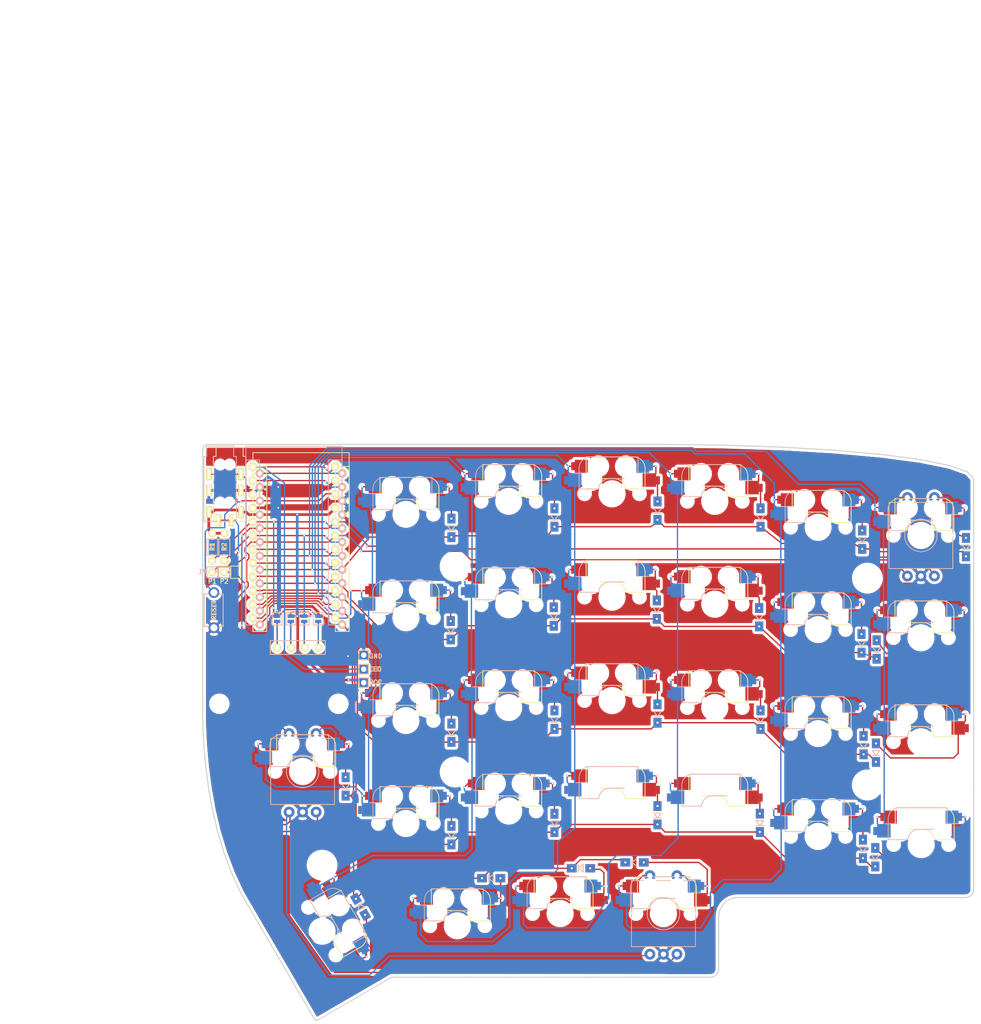
<source format=kicad_pcb>
(kicad_pcb (version 20171130) (host pcbnew 5.1.9)
  (layers (0 F.Cu signal) (31 B.Cu signal) (34 B.Paste user) (35 F.Paste user) (36 B.SilkS user) (37 F.SilkS user) (38 B.Mask user) (39 F.Mask user) (44 Edge.Cuts user))
  (net 0 "")
  (net 1 "Net-(D1-Pad2)")
  (net 2 row4)
  (net 3 "Net-(D2-Pad2)")
  (net 4 "Net-(D3-Pad2)")
  (net 5 row0)
  (net 6 "Net-(D4-Pad2)")
  (net 7 row1)
  (net 8 "Net-(D5-Pad2)")
  (net 9 row2)
  (net 10 row3)
  (net 11 "Net-(D7-Pad2)")
  (net 12 "Net-(D8-Pad2)")
  (net 13 "Net-(D9-Pad2)")
  (net 14 "Net-(D10-Pad2)")
  (net 15 "Net-(D11-Pad2)")
  (net 16 "Net-(D12-Pad2)")
  (net 17 "Net-(D13-Pad2)")
  (net 18 "Net-(D14-Pad2)")
  (net 19 "Net-(D15-Pad2)")
  (net 20 "Net-(D16-Pad2)")
  (net 21 "Net-(D17-Pad2)")
  (net 22 "Net-(D18-Pad2)")
  (net 23 "Net-(D19-Pad2)")
  (net 24 "Net-(D20-Pad2)")
  (net 25 "Net-(D21-Pad2)")
  (net 26 "Net-(D22-Pad2)")
  (net 27 "Net-(D23-Pad2)")
  (net 28 "Net-(D24-Pad2)")
  (net 29 "Net-(D26-Pad2)")
  (net 30 "Net-(D27-Pad2)")
  (net 31 "Net-(D28-Pad2)")
  (net 32 VCC)
  (net 33 GND)
  (net 34 col2)
  (net 35 col3)
  (net 36 col4)
  (net 37 SDA)
  (net 38 LED)
  (net 39 SCL)
  (net 40 RESET)
  (net 41 "Net-(U1-Pad24)")
  (net 42 "Net-(U1-Pad7)")
  (net 43 DATA)
  (net 44 "Net-(J2-Pad4)")
  (net 45 "Net-(J2-Pad3)")
  (net 46 "Net-(J3-Pad1)")
  (net 47 "Net-(J3-Pad2)")
  (net 48 "Net-(J3-Pad3)")
  (net 49 "Net-(J3-Pad4)")
  (net 50 R_A)
  (net 51 R_B)
  (net 52 R3_SW2)
  (net 53 R1_SW1)
  (net 54 R2_SW2)
  (net 55 R1_SW2)
  (net 56 R2_SW1)
  (net 57 R3_SW1)
  (module Lily58_prot_MX-footprint:MX_Hotswap (layer F.Cu) (at 196.7 71.3)
    (fp_text reference SW11 hide)
    (fp_text value SW_PUSH hide)
    (pad 2 smd rect (at 5.7 -5.08 180) (size 2.4 2.4) (layers B.Cu B.Paste B.Mask) (net 15 "Net-(D11-Pad2)"))
    (pad "" np_thru_hole circle (at -3.81 -2.540001 180) (size 3 3) (drill 3) (layers *.Cu *.Mask))
    (pad "" np_thru_hole circle (at -5.08 0) (size 1.7 1.7) (drill 1.7) (layers *.Cu *.Mask))
    (pad "" np_thru_hole circle (at 5.08 0) (size 1.7 1.7) (drill 1.7) (layers *.Cu *.Mask))
    (pad "" np_thru_hole circle (at 0 0 90) (size 4 4) (drill 4) (layers *.Cu *.Mask))
    (pad "" np_thru_hole circle (at 2.54 -5.08 180) (size 3 3) (drill 3) (layers *.Cu *.Mask))
    (pad 1 smd rect (at -6.9 -2.54 180) (size 2.5 2.5) (layers B.Cu B.Paste B.Mask) (net 54 R2_SW2))
    (pad "" np_thru_hole circle (at -3.825 -2.58 180) (size 0.1 0.1) (drill 0.1) (layers *.Cu *.Mask))
    (pad "" np_thru_hole circle (at 3.825 -2.58 180) (size 0.1 0.1) (drill 0.1) (layers *.Cu *.Mask))
    (pad 2 smd rect (at 6.9 -2.540001 180) (size 2.5 2.5) (layers F.Cu F.Paste F.Mask) (net 15 "Net-(D11-Pad2)"))
    (pad "" np_thru_hole circle (at -2.54 -5.08 180) (size 3 3) (drill 3) (layers *.Cu *.Mask))
    (pad "" np_thru_hole circle (at 3.81 -2.54 180) (size 3 3) (drill 3) (layers *.Cu *.Mask))
    (pad 1 smd rect (at -5.7 -5.08 180) (size 2.4 2.4) (layers F.Cu F.Paste F.Mask) (net 54 R2_SW2))
    (pad "" np_thru_hole circle (at 3.81 -2.54 180) (size 3 3) (drill 3) (layers *.Cu *.Mask))
    (pad 2 smd rect (at 7.2 -5.1) (size 0.7 1.5) (layers B.Cu B.Paste B.Mask) (net 15 "Net-(D11-Pad2)"))
    (pad 2 smd rect (at 8.5 -2.5) (size 0.7 1.5) (layers F.Cu F.Paste F.Mask) (net 15 "Net-(D11-Pad2)"))
    (pad 1 smd rect (at -8.5 -2.5) (size 0.7 1.5) (layers B.Cu B.Paste B.Mask) (net 54 R2_SW2))
    (pad 1 smd rect (at -7.2 -5.1) (size 0.7 1.5) (layers F.Cu F.Paste F.Mask) (net 54 R2_SW2))
  )
  (module Lily58_prot_MX-footprint:MX_Hotswap (layer F.Cu) (at 139.5 47.6)
    (fp_text reference SW2 hide)
    (fp_text value SW_PUSH hide)
    (pad 1 smd rect (at -7.2 -5.1) (size 0.7 1.5) (layers F.Cu F.Paste F.Mask) (net 36 col4))
    (pad 1 smd rect (at -8.5 -2.5) (size 0.7 1.5) (layers B.Cu B.Paste B.Mask) (net 36 col4))
    (pad 2 smd rect (at 8.5 -2.5) (size 0.7 1.5) (layers F.Cu F.Paste F.Mask) (net 3 "Net-(D2-Pad2)"))
    (pad 2 smd rect (at 7.2 -5.1) (size 0.7 1.5) (layers B.Cu B.Paste B.Mask) (net 3 "Net-(D2-Pad2)"))
    (pad "" np_thru_hole circle (at 3.81 -2.54 180) (size 3 3) (drill 3) (layers *.Cu *.Mask))
    (pad 1 smd rect (at -5.7 -5.08 180) (size 2.4 2.4) (layers F.Cu F.Paste F.Mask) (net 36 col4))
    (pad "" np_thru_hole circle (at 3.81 -2.54 180) (size 3 3) (drill 3) (layers *.Cu *.Mask))
    (pad "" np_thru_hole circle (at -2.54 -5.08 180) (size 3 3) (drill 3) (layers *.Cu *.Mask))
    (pad 2 smd rect (at 6.9 -2.540001 180) (size 2.5 2.5) (layers F.Cu F.Paste F.Mask) (net 3 "Net-(D2-Pad2)"))
    (pad "" np_thru_hole circle (at 3.825 -2.58 180) (size 0.1 0.1) (drill 0.1) (layers *.Cu *.Mask))
    (pad "" np_thru_hole circle (at -3.825 -2.58 180) (size 0.1 0.1) (drill 0.1) (layers *.Cu *.Mask))
    (pad 1 smd rect (at -6.9 -2.54 180) (size 2.5 2.5) (layers B.Cu B.Paste B.Mask) (net 36 col4))
    (pad "" np_thru_hole circle (at 2.54 -5.08 180) (size 3 3) (drill 3) (layers *.Cu *.Mask))
    (pad "" np_thru_hole circle (at 0 0 90) (size 4 4) (drill 4) (layers *.Cu *.Mask))
    (pad "" np_thru_hole circle (at 5.08 0) (size 1.7 1.7) (drill 1.7) (layers *.Cu *.Mask))
    (pad "" np_thru_hole circle (at -5.08 0) (size 1.7 1.7) (drill 1.7) (layers *.Cu *.Mask))
    (pad "" np_thru_hole circle (at -3.81 -2.540001 180) (size 3 3) (drill 3) (layers *.Cu *.Mask))
    (pad 2 smd rect (at 5.7 -5.08 180) (size 2.4 2.4) (layers B.Cu B.Paste B.Mask) (net 3 "Net-(D2-Pad2)"))
  )
  (module Lily58_prot_MX-footprint:MX_Hotswap (layer F.Cu) (at 105 127 300)
    (fp_text reference SW26 hide)
    (fp_text value SW_PUSH hide)
    (pad 1 smd rect (at -7.2 -5.1 300) (size 0.7 1.5) (layers F.Cu F.Paste F.Mask) (net 36 col4))
    (pad 1 smd rect (at -8.5 -2.5 300) (size 0.7 1.5) (layers B.Cu B.Paste B.Mask) (net 36 col4))
    (pad 2 smd rect (at 8.5 -2.5 300) (size 0.7 1.5) (layers F.Cu F.Paste F.Mask) (net 29 "Net-(D26-Pad2)"))
    (pad 2 smd rect (at 7.2 -5.1 300) (size 0.7 1.5) (layers B.Cu B.Paste B.Mask) (net 29 "Net-(D26-Pad2)"))
    (pad "" np_thru_hole circle (at 3.81 -2.54 120) (size 3 3) (drill 3) (layers *.Cu *.Mask))
    (pad 1 smd rect (at -5.7 -5.08 120) (size 2.4 2.4) (layers F.Cu F.Paste F.Mask) (net 36 col4))
    (pad "" np_thru_hole circle (at 3.81 -2.54 120) (size 3 3) (drill 3) (layers *.Cu *.Mask))
    (pad "" np_thru_hole circle (at -2.54 -5.08 120) (size 3 3) (drill 3) (layers *.Cu *.Mask))
    (pad 2 smd rect (at 6.9 -2.540001 120) (size 2.5 2.5) (layers F.Cu F.Paste F.Mask) (net 29 "Net-(D26-Pad2)"))
    (pad "" np_thru_hole circle (at 3.825 -2.58 120) (size 0.1 0.1) (drill 0.1) (layers *.Cu *.Mask))
    (pad "" np_thru_hole circle (at -3.825 -2.58 120) (size 0.1 0.1) (drill 0.1) (layers *.Cu *.Mask))
    (pad 1 smd rect (at -6.9 -2.54 120) (size 2.5 2.5) (layers B.Cu B.Paste B.Mask) (net 36 col4))
    (pad "" np_thru_hole circle (at 2.54 -5.08 120) (size 3 3) (drill 3) (layers *.Cu *.Mask))
    (pad "" np_thru_hole circle (at 0 0 30) (size 4 4) (drill 4) (layers *.Cu *.Mask))
    (pad "" np_thru_hole circle (at 5.08 0 300) (size 1.7 1.7) (drill 1.7) (layers *.Cu *.Mask))
    (pad "" np_thru_hole circle (at -5.08 0 300) (size 1.7 1.7) (drill 1.7) (layers *.Cu *.Mask))
    (pad "" np_thru_hole circle (at -3.81 -2.540001 120) (size 3 3) (drill 3) (layers *.Cu *.Mask))
    (pad 2 smd rect (at 5.7 -5.08 120) (size 2.4 2.4) (layers B.Cu B.Paste B.Mask) (net 29 "Net-(D26-Pad2)"))
  )
  (module Lily58_prot_MX-footprint:MX_Hotswap (layer F.Cu) (at 101.4 97.5)
    (fp_text reference SW25 hide)
    (fp_text value SW_PUSH hide)
    (pad 2 smd rect (at 5.7 -5.08 180) (size 2.4 2.4) (layers B.Cu B.Paste B.Mask) (net 53 R1_SW1))
    (pad "" np_thru_hole circle (at -3.81 -2.540001 180) (size 3 3) (drill 3) (layers *.Cu *.Mask))
    (pad "" np_thru_hole circle (at -5.08 0) (size 1.7 1.7) (drill 1.7) (layers *.Cu *.Mask))
    (pad "" np_thru_hole circle (at 5.08 0) (size 1.7 1.7) (drill 1.7) (layers *.Cu *.Mask))
    (pad "" np_thru_hole circle (at 0 0 90) (size 4 4) (drill 4) (layers *.Cu *.Mask))
    (pad "" np_thru_hole circle (at 2.54 -5.08 180) (size 3 3) (drill 3) (layers *.Cu *.Mask))
    (pad 1 smd rect (at -6.9 -2.54 180) (size 2.5 2.5) (layers B.Cu B.Paste B.Mask) (net 55 R1_SW2))
    (pad "" np_thru_hole circle (at -3.825 -2.58 180) (size 0.1 0.1) (drill 0.1) (layers *.Cu *.Mask))
    (pad "" np_thru_hole circle (at 3.825 -2.58 180) (size 0.1 0.1) (drill 0.1) (layers *.Cu *.Mask))
    (pad 2 smd rect (at 6.9 -2.540001 180) (size 2.5 2.5) (layers F.Cu F.Paste F.Mask) (net 53 R1_SW1))
    (pad "" np_thru_hole circle (at -2.54 -5.08 180) (size 3 3) (drill 3) (layers *.Cu *.Mask))
    (pad "" np_thru_hole circle (at 3.81 -2.54 180) (size 3 3) (drill 3) (layers *.Cu *.Mask))
    (pad 1 smd rect (at -5.7 -5.08 180) (size 2.4 2.4) (layers F.Cu F.Paste F.Mask) (net 55 R1_SW2))
    (pad "" np_thru_hole circle (at 3.81 -2.54 180) (size 3 3) (drill 3) (layers *.Cu *.Mask))
    (pad 2 smd rect (at 7.2 -5.1) (size 0.7 1.5) (layers B.Cu B.Paste B.Mask) (net 53 R1_SW1))
    (pad 2 smd rect (at 8.5 -2.5) (size 0.7 1.5) (layers F.Cu F.Paste F.Mask) (net 53 R1_SW1))
    (pad 1 smd rect (at -8.5 -2.5) (size 0.7 1.5) (layers B.Cu B.Paste B.Mask) (net 55 R1_SW2))
    (pad 1 smd rect (at -7.2 -5.1) (size 0.7 1.5) (layers F.Cu F.Paste F.Mask) (net 55 R1_SW2))
  )
  (module Lily58_prot_MX-footprint:MX_Hotswap (layer F.Cu) (at 139.5 66.7)
    (fp_text reference SW8 hide)
    (fp_text value SW_PUSH hide)
    (pad 1 smd rect (at -7.2 -5.1) (size 0.7 1.5) (layers F.Cu F.Paste F.Mask) (net 36 col4))
    (pad 1 smd rect (at -8.5 -2.5) (size 0.7 1.5) (layers B.Cu B.Paste B.Mask) (net 36 col4))
    (pad 2 smd rect (at 8.5 -2.5) (size 0.7 1.5) (layers F.Cu F.Paste F.Mask) (net 12 "Net-(D8-Pad2)"))
    (pad 2 smd rect (at 7.2 -5.1) (size 0.7 1.5) (layers B.Cu B.Paste B.Mask) (net 12 "Net-(D8-Pad2)"))
    (pad "" np_thru_hole circle (at 3.81 -2.54 180) (size 3 3) (drill 3) (layers *.Cu *.Mask))
    (pad 1 smd rect (at -5.7 -5.08 180) (size 2.4 2.4) (layers F.Cu F.Paste F.Mask) (net 36 col4))
    (pad "" np_thru_hole circle (at 3.81 -2.54 180) (size 3 3) (drill 3) (layers *.Cu *.Mask))
    (pad "" np_thru_hole circle (at -2.54 -5.08 180) (size 3 3) (drill 3) (layers *.Cu *.Mask))
    (pad 2 smd rect (at 6.9 -2.540001 180) (size 2.5 2.5) (layers F.Cu F.Paste F.Mask) (net 12 "Net-(D8-Pad2)"))
    (pad "" np_thru_hole circle (at 3.825 -2.58 180) (size 0.1 0.1) (drill 0.1) (layers *.Cu *.Mask))
    (pad "" np_thru_hole circle (at -3.825 -2.58 180) (size 0.1 0.1) (drill 0.1) (layers *.Cu *.Mask))
    (pad 1 smd rect (at -6.9 -2.54 180) (size 2.5 2.5) (layers B.Cu B.Paste B.Mask) (net 36 col4))
    (pad "" np_thru_hole circle (at 2.54 -5.08 180) (size 3 3) (drill 3) (layers *.Cu *.Mask))
    (pad "" np_thru_hole circle (at 0 0 90) (size 4 4) (drill 4) (layers *.Cu *.Mask))
    (pad "" np_thru_hole circle (at 5.08 0) (size 1.7 1.7) (drill 1.7) (layers *.Cu *.Mask))
    (pad "" np_thru_hole circle (at -5.08 0) (size 1.7 1.7) (drill 1.7) (layers *.Cu *.Mask))
    (pad "" np_thru_hole circle (at -3.81 -2.540001 180) (size 3 3) (drill 3) (layers *.Cu *.Mask))
    (pad 2 smd rect (at 5.7 -5.08 180) (size 2.4 2.4) (layers B.Cu B.Paste B.Mask) (net 12 "Net-(D8-Pad2)"))
  )
  (module Lily58_prot_MX-footprint:MX_Hotswap (layer F.Cu) (at 196.7 52.4)
    (fp_text reference SW5 hide)
    (fp_text value SW_PUSH hide)
    (pad 1 smd rect (at -7.2 -5.1) (size 0.7 1.5) (layers F.Cu F.Paste F.Mask) (net 54 R2_SW2))
    (pad 1 smd rect (at -8.5 -2.5) (size 0.7 1.5) (layers B.Cu B.Paste B.Mask) (net 54 R2_SW2))
    (pad 2 smd rect (at 8.5 -2.5) (size 0.7 1.5) (layers F.Cu F.Paste F.Mask) (net 8 "Net-(D5-Pad2)"))
    (pad 2 smd rect (at 7.2 -5.1) (size 0.7 1.5) (layers B.Cu B.Paste B.Mask) (net 8 "Net-(D5-Pad2)"))
    (pad "" np_thru_hole circle (at 3.81 -2.54 180) (size 3 3) (drill 3) (layers *.Cu *.Mask))
    (pad 1 smd rect (at -5.7 -5.08 180) (size 2.4 2.4) (layers F.Cu F.Paste F.Mask) (net 54 R2_SW2))
    (pad "" np_thru_hole circle (at 3.81 -2.54 180) (size 3 3) (drill 3) (layers *.Cu *.Mask))
    (pad "" np_thru_hole circle (at -2.54 -5.08 180) (size 3 3) (drill 3) (layers *.Cu *.Mask))
    (pad 2 smd rect (at 6.9 -2.540001 180) (size 2.5 2.5) (layers F.Cu F.Paste F.Mask) (net 8 "Net-(D5-Pad2)"))
    (pad "" np_thru_hole circle (at 3.825 -2.58 180) (size 0.1 0.1) (drill 0.1) (layers *.Cu *.Mask))
    (pad "" np_thru_hole circle (at -3.825 -2.58 180) (size 0.1 0.1) (drill 0.1) (layers *.Cu *.Mask))
    (pad 1 smd rect (at -6.9 -2.54 180) (size 2.5 2.5) (layers B.Cu B.Paste B.Mask) (net 54 R2_SW2))
    (pad "" np_thru_hole circle (at 2.54 -5.08 180) (size 3 3) (drill 3) (layers *.Cu *.Mask))
    (pad "" np_thru_hole circle (at 0 0 90) (size 4 4) (drill 4) (layers *.Cu *.Mask))
    (pad "" np_thru_hole circle (at 5.08 0) (size 1.7 1.7) (drill 1.7) (layers *.Cu *.Mask))
    (pad "" np_thru_hole circle (at -5.08 0) (size 1.7 1.7) (drill 1.7) (layers *.Cu *.Mask))
    (pad "" np_thru_hole circle (at -3.81 -2.540001 180) (size 3 3) (drill 3) (layers *.Cu *.Mask))
    (pad 2 smd rect (at 5.7 -5.08 180) (size 2.4 2.4) (layers B.Cu B.Paste B.Mask) (net 8 "Net-(D5-Pad2)"))
  )
  (module Lily58_prot_MX-footprint:Diode_SOD123 (layer F.Cu) (at 167.005 49.325 90)
    (fp_text reference D3 hide)
    (fp_text value D hide)
    (pad 2 thru_hole rect (at 1.7 0 90) (size 1.8 1.5) (drill 0.4) (layers *.Cu *.Mask) (net 4 "Net-(D3-Pad2)"))
    (pad 1 thru_hole rect (at -1.7 0 90) (size 1.8 1.5) (drill 0.4) (layers *.Cu *.Mask) (net 5 row0))
  )
  (module Lily58_prot_MX-footprint:MX_Hotswap (layer F.Cu) (at 130 126)
    (fp_text reference SW27 hide)
    (fp_text value SW_PUSH hide)
    (pad 2 smd rect (at 5.7 -5.08 180) (size 2.4 2.4) (layers B.Cu B.Paste B.Mask) (net 30 "Net-(D27-Pad2)"))
    (pad "" np_thru_hole circle (at -3.81 -2.540001 180) (size 3 3) (drill 3) (layers *.Cu *.Mask))
    (pad "" np_thru_hole circle (at -5.08 0) (size 1.7 1.7) (drill 1.7) (layers *.Cu *.Mask))
    (pad "" np_thru_hole circle (at 5.08 0) (size 1.7 1.7) (drill 1.7) (layers *.Cu *.Mask))
    (pad "" np_thru_hole circle (at 0 0 90) (size 4 4) (drill 4) (layers *.Cu *.Mask))
    (pad "" np_thru_hole circle (at 2.54 -5.08 180) (size 3 3) (drill 3) (layers *.Cu *.Mask))
    (pad 1 smd rect (at -6.9 -2.54 180) (size 2.5 2.5) (layers B.Cu B.Paste B.Mask) (net 35 col3))
    (pad "" np_thru_hole circle (at -3.825 -2.58 180) (size 0.1 0.1) (drill 0.1) (layers *.Cu *.Mask))
    (pad "" np_thru_hole circle (at 3.825 -2.58 180) (size 0.1 0.1) (drill 0.1) (layers *.Cu *.Mask))
    (pad 2 smd rect (at 6.9 -2.540001 180) (size 2.5 2.5) (layers F.Cu F.Paste F.Mask) (net 30 "Net-(D27-Pad2)"))
    (pad "" np_thru_hole circle (at -2.54 -5.08 180) (size 3 3) (drill 3) (layers *.Cu *.Mask))
    (pad "" np_thru_hole circle (at 3.81 -2.54 180) (size 3 3) (drill 3) (layers *.Cu *.Mask))
    (pad 1 smd rect (at -5.7 -5.08 180) (size 2.4 2.4) (layers F.Cu F.Paste F.Mask) (net 35 col3))
    (pad "" np_thru_hole circle (at 3.81 -2.54 180) (size 3 3) (drill 3) (layers *.Cu *.Mask))
    (pad 2 smd rect (at 7.2 -5.1) (size 0.7 1.5) (layers B.Cu B.Paste B.Mask) (net 30 "Net-(D27-Pad2)"))
    (pad 2 smd rect (at 8.5 -2.5) (size 0.7 1.5) (layers F.Cu F.Paste F.Mask) (net 30 "Net-(D27-Pad2)"))
    (pad 1 smd rect (at -8.5 -2.5) (size 0.7 1.5) (layers B.Cu B.Paste B.Mask) (net 35 col3))
    (pad 1 smd rect (at -7.2 -5.1) (size 0.7 1.5) (layers F.Cu F.Paste F.Mask) (net 35 col3))
  )
  (module Lily58_prot_MX-footprint:MX_Hotswap (layer F.Cu) (at 177.6 85.7)
    (fp_text reference SW16 hide)
    (fp_text value SW_PUSH hide)
    (pad 2 smd rect (at 5.7 -5.08 180) (size 2.4 2.4) (layers B.Cu B.Paste B.Mask) (net 20 "Net-(D16-Pad2)"))
    (pad "" np_thru_hole circle (at -3.81 -2.540001 180) (size 3 3) (drill 3) (layers *.Cu *.Mask))
    (pad "" np_thru_hole circle (at -5.08 0) (size 1.7 1.7) (drill 1.7) (layers *.Cu *.Mask))
    (pad "" np_thru_hole circle (at 5.08 0) (size 1.7 1.7) (drill 1.7) (layers *.Cu *.Mask))
    (pad "" np_thru_hole circle (at 0 0 90) (size 4 4) (drill 4) (layers *.Cu *.Mask))
    (pad "" np_thru_hole circle (at 2.54 -5.08 180) (size 3 3) (drill 3) (layers *.Cu *.Mask))
    (pad 1 smd rect (at -6.9 -2.54 180) (size 2.5 2.5) (layers B.Cu B.Paste B.Mask) (net 34 col2))
    (pad "" np_thru_hole circle (at -3.825 -2.58 180) (size 0.1 0.1) (drill 0.1) (layers *.Cu *.Mask))
    (pad "" np_thru_hole circle (at 3.825 -2.58 180) (size 0.1 0.1) (drill 0.1) (layers *.Cu *.Mask))
    (pad 2 smd rect (at 6.9 -2.540001 180) (size 2.5 2.5) (layers F.Cu F.Paste F.Mask) (net 20 "Net-(D16-Pad2)"))
    (pad "" np_thru_hole circle (at -2.54 -5.08 180) (size 3 3) (drill 3) (layers *.Cu *.Mask))
    (pad "" np_thru_hole circle (at 3.81 -2.54 180) (size 3 3) (drill 3) (layers *.Cu *.Mask))
    (pad 1 smd rect (at -5.7 -5.08 180) (size 2.4 2.4) (layers F.Cu F.Paste F.Mask) (net 34 col2))
    (pad "" np_thru_hole circle (at 3.81 -2.54 180) (size 3 3) (drill 3) (layers *.Cu *.Mask))
    (pad 2 smd rect (at 7.2 -5.1) (size 0.7 1.5) (layers B.Cu B.Paste B.Mask) (net 20 "Net-(D16-Pad2)"))
    (pad 2 smd rect (at 8.5 -2.5) (size 0.7 1.5) (layers F.Cu F.Paste F.Mask) (net 20 "Net-(D16-Pad2)"))
    (pad 1 smd rect (at -8.5 -2.5) (size 0.7 1.5) (layers B.Cu B.Paste B.Mask) (net 34 col2))
    (pad 1 smd rect (at -7.2 -5.1) (size 0.7 1.5) (layers F.Cu F.Paste F.Mask) (net 34 col2))
  )
  (module Lily58_prot_MX-footprint:MX_Hotswap (layer F.Cu) (at 120.5 107.1)
    (fp_text reference SW19 hide)
    (fp_text value SW_PUSH hide)
    (pad 1 smd rect (at -7.2 -5.1) (size 0.7 1.5) (layers F.Cu F.Paste F.Mask) (net 55 R1_SW2))
    (pad 1 smd rect (at -8.5 -2.5) (size 0.7 1.5) (layers B.Cu B.Paste B.Mask) (net 55 R1_SW2))
    (pad 2 smd rect (at 8.5 -2.5) (size 0.7 1.5) (layers F.Cu F.Paste F.Mask) (net 23 "Net-(D19-Pad2)"))
    (pad 2 smd rect (at 7.2 -5.1) (size 0.7 1.5) (layers B.Cu B.Paste B.Mask) (net 23 "Net-(D19-Pad2)"))
    (pad "" np_thru_hole circle (at 3.81 -2.54 180) (size 3 3) (drill 3) (layers *.Cu *.Mask))
    (pad 1 smd rect (at -5.7 -5.08 180) (size 2.4 2.4) (layers F.Cu F.Paste F.Mask) (net 55 R1_SW2))
    (pad "" np_thru_hole circle (at 3.81 -2.54 180) (size 3 3) (drill 3) (layers *.Cu *.Mask))
    (pad "" np_thru_hole circle (at -2.54 -5.08 180) (size 3 3) (drill 3) (layers *.Cu *.Mask))
    (pad 2 smd rect (at 6.9 -2.540001 180) (size 2.5 2.5) (layers F.Cu F.Paste F.Mask) (net 23 "Net-(D19-Pad2)"))
    (pad "" np_thru_hole circle (at 3.825 -2.58 180) (size 0.1 0.1) (drill 0.1) (layers *.Cu *.Mask))
    (pad "" np_thru_hole circle (at -3.825 -2.58 180) (size 0.1 0.1) (drill 0.1) (layers *.Cu *.Mask))
    (pad 1 smd rect (at -6.9 -2.54 180) (size 2.5 2.5) (layers B.Cu B.Paste B.Mask) (net 55 R1_SW2))
    (pad "" np_thru_hole circle (at 2.54 -5.08 180) (size 3 3) (drill 3) (layers *.Cu *.Mask))
    (pad "" np_thru_hole circle (at 0 0 90) (size 4 4) (drill 4) (layers *.Cu *.Mask))
    (pad "" np_thru_hole circle (at 5.08 0) (size 1.7 1.7) (drill 1.7) (layers *.Cu *.Mask))
    (pad "" np_thru_hole circle (at -5.08 0) (size 1.7 1.7) (drill 1.7) (layers *.Cu *.Mask))
    (pad "" np_thru_hole circle (at -3.81 -2.540001 180) (size 3 3) (drill 3) (layers *.Cu *.Mask))
    (pad 2 smd rect (at 5.7 -5.08 180) (size 2.4 2.4) (layers B.Cu B.Paste B.Mask) (net 23 "Net-(D19-Pad2)"))
  )
  (module Lily58_prot_MX-footprint:MX_Hotswap (layer F.Cu) (at 215.7 72.8)
    (fp_text reference SW12 hide)
    (fp_text value SW_PUSH hide)
    (pad 1 smd rect (at -7.2 -5.1) (size 0.7 1.5) (layers F.Cu F.Paste F.Mask) (net 52 R3_SW2))
    (pad 1 smd rect (at -8.5 -2.5) (size 0.7 1.5) (layers B.Cu B.Paste B.Mask) (net 52 R3_SW2))
    (pad 2 smd rect (at 8.5 -2.5) (size 0.7 1.5) (layers F.Cu F.Paste F.Mask) (net 16 "Net-(D12-Pad2)"))
    (pad 2 smd rect (at 7.2 -5.1) (size 0.7 1.5) (layers B.Cu B.Paste B.Mask) (net 16 "Net-(D12-Pad2)"))
    (pad "" np_thru_hole circle (at 3.81 -2.54 180) (size 3 3) (drill 3) (layers *.Cu *.Mask))
    (pad 1 smd rect (at -5.7 -5.08 180) (size 2.4 2.4) (layers F.Cu F.Paste F.Mask) (net 52 R3_SW2))
    (pad "" np_thru_hole circle (at 3.81 -2.54 180) (size 3 3) (drill 3) (layers *.Cu *.Mask))
    (pad "" np_thru_hole circle (at -2.54 -5.08 180) (size 3 3) (drill 3) (layers *.Cu *.Mask))
    (pad 2 smd rect (at 6.9 -2.540001 180) (size 2.5 2.5) (layers F.Cu F.Paste F.Mask) (net 16 "Net-(D12-Pad2)"))
    (pad "" np_thru_hole circle (at 3.825 -2.58 180) (size 0.1 0.1) (drill 0.1) (layers *.Cu *.Mask))
    (pad "" np_thru_hole circle (at -3.825 -2.58 180) (size 0.1 0.1) (drill 0.1) (layers *.Cu *.Mask))
    (pad 1 smd rect (at -6.9 -2.54 180) (size 2.5 2.5) (layers B.Cu B.Paste B.Mask) (net 52 R3_SW2))
    (pad "" np_thru_hole circle (at 2.54 -5.08 180) (size 3 3) (drill 3) (layers *.Cu *.Mask))
    (pad "" np_thru_hole circle (at 0 0 90) (size 4 4) (drill 4) (layers *.Cu *.Mask))
    (pad "" np_thru_hole circle (at 5.08 0) (size 1.7 1.7) (drill 1.7) (layers *.Cu *.Mask))
    (pad "" np_thru_hole circle (at -5.08 0) (size 1.7 1.7) (drill 1.7) (layers *.Cu *.Mask))
    (pad "" np_thru_hole circle (at -3.81 -2.540001 180) (size 3 3) (drill 3) (layers *.Cu *.Mask))
    (pad 2 smd rect (at 5.7 -5.08 180) (size 2.4 2.4) (layers B.Cu B.Paste B.Mask) (net 16 "Net-(D12-Pad2)"))
  )
  (module Lily58_prot_MX-footprint:MX_Hotswap (layer F.Cu) (at 139.5 104.8)
    (fp_text reference SW20 hide)
    (fp_text value SW_PUSH hide)
    (pad 2 smd rect (at 5.7 -5.08 180) (size 2.4 2.4) (layers B.Cu B.Paste B.Mask) (net 24 "Net-(D20-Pad2)"))
    (pad "" np_thru_hole circle (at -3.81 -2.540001 180) (size 3 3) (drill 3) (layers *.Cu *.Mask))
    (pad "" np_thru_hole circle (at -5.08 0) (size 1.7 1.7) (drill 1.7) (layers *.Cu *.Mask))
    (pad "" np_thru_hole circle (at 5.08 0) (size 1.7 1.7) (drill 1.7) (layers *.Cu *.Mask))
    (pad "" np_thru_hole circle (at 0 0 90) (size 4 4) (drill 4) (layers *.Cu *.Mask))
    (pad "" np_thru_hole circle (at 2.54 -5.08 180) (size 3 3) (drill 3) (layers *.Cu *.Mask))
    (pad 1 smd rect (at -6.9 -2.54 180) (size 2.5 2.5) (layers B.Cu B.Paste B.Mask) (net 36 col4))
    (pad "" np_thru_hole circle (at -3.825 -2.58 180) (size 0.1 0.1) (drill 0.1) (layers *.Cu *.Mask))
    (pad "" np_thru_hole circle (at 3.825 -2.58 180) (size 0.1 0.1) (drill 0.1) (layers *.Cu *.Mask))
    (pad 2 smd rect (at 6.9 -2.540001 180) (size 2.5 2.5) (layers F.Cu F.Paste F.Mask) (net 24 "Net-(D20-Pad2)"))
    (pad "" np_thru_hole circle (at -2.54 -5.08 180) (size 3 3) (drill 3) (layers *.Cu *.Mask))
    (pad "" np_thru_hole circle (at 3.81 -2.54 180) (size 3 3) (drill 3) (layers *.Cu *.Mask))
    (pad 1 smd rect (at -5.7 -5.08 180) (size 2.4 2.4) (layers F.Cu F.Paste F.Mask) (net 36 col4))
    (pad "" np_thru_hole circle (at 3.81 -2.54 180) (size 3 3) (drill 3) (layers *.Cu *.Mask))
    (pad 2 smd rect (at 7.2 -5.1) (size 0.7 1.5) (layers B.Cu B.Paste B.Mask) (net 24 "Net-(D20-Pad2)"))
    (pad 2 smd rect (at 8.5 -2.5) (size 0.7 1.5) (layers F.Cu F.Paste F.Mask) (net 24 "Net-(D20-Pad2)"))
    (pad 1 smd rect (at -8.5 -2.5) (size 0.7 1.5) (layers B.Cu B.Paste B.Mask) (net 36 col4))
    (pad 1 smd rect (at -7.2 -5.1) (size 0.7 1.5) (layers F.Cu F.Paste F.Mask) (net 36 col4))
  )
  (module Lily58_prot_MX-footprint:MX_Hotswap (layer F.Cu) (at 120.5 88.1)
    (fp_text reference SW13 hide)
    (fp_text value SW_PUSH hide)
    (pad 2 smd rect (at 5.7 -5.08 180) (size 2.4 2.4) (layers B.Cu B.Paste B.Mask) (net 17 "Net-(D13-Pad2)"))
    (pad "" np_thru_hole circle (at -3.81 -2.540001 180) (size 3 3) (drill 3) (layers *.Cu *.Mask))
    (pad "" np_thru_hole circle (at -5.08 0) (size 1.7 1.7) (drill 1.7) (layers *.Cu *.Mask))
    (pad "" np_thru_hole circle (at 5.08 0) (size 1.7 1.7) (drill 1.7) (layers *.Cu *.Mask))
    (pad "" np_thru_hole circle (at 0 0 90) (size 4 4) (drill 4) (layers *.Cu *.Mask))
    (pad "" np_thru_hole circle (at 2.54 -5.08 180) (size 3 3) (drill 3) (layers *.Cu *.Mask))
    (pad 1 smd rect (at -6.9 -2.54 180) (size 2.5 2.5) (layers B.Cu B.Paste B.Mask) (net 55 R1_SW2))
    (pad "" np_thru_hole circle (at -3.825 -2.58 180) (size 0.1 0.1) (drill 0.1) (layers *.Cu *.Mask))
    (pad "" np_thru_hole circle (at 3.825 -2.58 180) (size 0.1 0.1) (drill 0.1) (layers *.Cu *.Mask))
    (pad 2 smd rect (at 6.9 -2.540001 180) (size 2.5 2.5) (layers F.Cu F.Paste F.Mask) (net 17 "Net-(D13-Pad2)"))
    (pad "" np_thru_hole circle (at -2.54 -5.08 180) (size 3 3) (drill 3) (layers *.Cu *.Mask))
    (pad "" np_thru_hole circle (at 3.81 -2.54 180) (size 3 3) (drill 3) (layers *.Cu *.Mask))
    (pad 1 smd rect (at -5.7 -5.08 180) (size 2.4 2.4) (layers F.Cu F.Paste F.Mask) (net 55 R1_SW2))
    (pad "" np_thru_hole circle (at 3.81 -2.54 180) (size 3 3) (drill 3) (layers *.Cu *.Mask))
    (pad 2 smd rect (at 7.2 -5.1) (size 0.7 1.5) (layers B.Cu B.Paste B.Mask) (net 17 "Net-(D13-Pad2)"))
    (pad 2 smd rect (at 8.5 -2.5) (size 0.7 1.5) (layers F.Cu F.Paste F.Mask) (net 17 "Net-(D13-Pad2)"))
    (pad 1 smd rect (at -8.5 -2.5) (size 0.7 1.5) (layers B.Cu B.Paste B.Mask) (net 55 R1_SW2))
    (pad 1 smd rect (at -7.2 -5.1) (size 0.7 1.5) (layers F.Cu F.Paste F.Mask) (net 55 R1_SW2))
  )
  (module Lily58_prot_MX-footprint:MX_Hotswap (layer F.Cu) (at 158.6 84.4)
    (fp_text reference SW15 hide)
    (fp_text value SW_PUSH hide)
    (pad 1 smd rect (at -7.2 -5.1) (size 0.7 1.5) (layers F.Cu F.Paste F.Mask) (net 35 col3))
    (pad 1 smd rect (at -8.5 -2.5) (size 0.7 1.5) (layers B.Cu B.Paste B.Mask) (net 35 col3))
    (pad 2 smd rect (at 8.5 -2.5) (size 0.7 1.5) (layers F.Cu F.Paste F.Mask) (net 19 "Net-(D15-Pad2)"))
    (pad 2 smd rect (at 7.2 -5.1) (size 0.7 1.5) (layers B.Cu B.Paste B.Mask) (net 19 "Net-(D15-Pad2)"))
    (pad "" np_thru_hole circle (at 3.81 -2.54 180) (size 3 3) (drill 3) (layers *.Cu *.Mask))
    (pad 1 smd rect (at -5.7 -5.08 180) (size 2.4 2.4) (layers F.Cu F.Paste F.Mask) (net 35 col3))
    (pad "" np_thru_hole circle (at 3.81 -2.54 180) (size 3 3) (drill 3) (layers *.Cu *.Mask))
    (pad "" np_thru_hole circle (at -2.54 -5.08 180) (size 3 3) (drill 3) (layers *.Cu *.Mask))
    (pad 2 smd rect (at 6.9 -2.540001 180) (size 2.5 2.5) (layers F.Cu F.Paste F.Mask) (net 19 "Net-(D15-Pad2)"))
    (pad "" np_thru_hole circle (at 3.825 -2.58 180) (size 0.1 0.1) (drill 0.1) (layers *.Cu *.Mask))
    (pad "" np_thru_hole circle (at -3.825 -2.58 180) (size 0.1 0.1) (drill 0.1) (layers *.Cu *.Mask))
    (pad 1 smd rect (at -6.9 -2.54 180) (size 2.5 2.5) (layers B.Cu B.Paste B.Mask) (net 35 col3))
    (pad "" np_thru_hole circle (at 2.54 -5.08 180) (size 3 3) (drill 3) (layers *.Cu *.Mask))
    (pad "" np_thru_hole circle (at 0 0 90) (size 4 4) (drill 4) (layers *.Cu *.Mask))
    (pad "" np_thru_hole circle (at 5.08 0) (size 1.7 1.7) (drill 1.7) (layers *.Cu *.Mask))
    (pad "" np_thru_hole circle (at -5.08 0) (size 1.7 1.7) (drill 1.7) (layers *.Cu *.Mask))
    (pad "" np_thru_hole circle (at -3.81 -2.540001 180) (size 3 3) (drill 3) (layers *.Cu *.Mask))
    (pad 2 smd rect (at 5.7 -5.08 180) (size 2.4 2.4) (layers B.Cu B.Paste B.Mask) (net 19 "Net-(D15-Pad2)"))
  )
  (module Lily58_prot_MX-footprint:MX_Hotswap (layer F.Cu) (at 196.7 90.5)
    (fp_text reference SW17 hide)
    (fp_text value SW_PUSH hide)
    (pad 1 smd rect (at -7.2 -5.1) (size 0.7 1.5) (layers F.Cu F.Paste F.Mask) (net 54 R2_SW2))
    (pad 1 smd rect (at -8.5 -2.5) (size 0.7 1.5) (layers B.Cu B.Paste B.Mask) (net 54 R2_SW2))
    (pad 2 smd rect (at 8.5 -2.5) (size 0.7 1.5) (layers F.Cu F.Paste F.Mask) (net 21 "Net-(D17-Pad2)"))
    (pad 2 smd rect (at 7.2 -5.1) (size 0.7 1.5) (layers B.Cu B.Paste B.Mask) (net 21 "Net-(D17-Pad2)"))
    (pad "" np_thru_hole circle (at 3.81 -2.54 180) (size 3 3) (drill 3) (layers *.Cu *.Mask))
    (pad 1 smd rect (at -5.7 -5.08 180) (size 2.4 2.4) (layers F.Cu F.Paste F.Mask) (net 54 R2_SW2))
    (pad "" np_thru_hole circle (at 3.81 -2.54 180) (size 3 3) (drill 3) (layers *.Cu *.Mask))
    (pad "" np_thru_hole circle (at -2.54 -5.08 180) (size 3 3) (drill 3) (layers *.Cu *.Mask))
    (pad 2 smd rect (at 6.9 -2.540001 180) (size 2.5 2.5) (layers F.Cu F.Paste F.Mask) (net 21 "Net-(D17-Pad2)"))
    (pad "" np_thru_hole circle (at 3.825 -2.58 180) (size 0.1 0.1) (drill 0.1) (layers *.Cu *.Mask))
    (pad "" np_thru_hole circle (at -3.825 -2.58 180) (size 0.1 0.1) (drill 0.1) (layers *.Cu *.Mask))
    (pad 1 smd rect (at -6.9 -2.54 180) (size 2.5 2.5) (layers B.Cu B.Paste B.Mask) (net 54 R2_SW2))
    (pad "" np_thru_hole circle (at 2.54 -5.08 180) (size 3 3) (drill 3) (layers *.Cu *.Mask))
    (pad "" np_thru_hole circle (at 0 0 90) (size 4 4) (drill 4) (layers *.Cu *.Mask))
    (pad "" np_thru_hole circle (at 5.08 0) (size 1.7 1.7) (drill 1.7) (layers *.Cu *.Mask))
    (pad "" np_thru_hole circle (at -5.08 0) (size 1.7 1.7) (drill 1.7) (layers *.Cu *.Mask))
    (pad "" np_thru_hole circle (at -3.81 -2.540001 180) (size 3 3) (drill 3) (layers *.Cu *.Mask))
    (pad 2 smd rect (at 5.7 -5.08 180) (size 2.4 2.4) (layers B.Cu B.Paste B.Mask) (net 21 "Net-(D17-Pad2)"))
  )
  (module Lily58_prot_MX-footprint:MX_Hotswap (layer F.Cu) (at 215.7 92)
    (fp_text reference SW18 hide)
    (fp_text value SW_PUSH hide)
    (pad 2 smd rect (at 5.7 -5.08 180) (size 2.4 2.4) (layers B.Cu B.Paste B.Mask) (net 22 "Net-(D18-Pad2)"))
    (pad "" np_thru_hole circle (at -3.81 -2.540001 180) (size 3 3) (drill 3) (layers *.Cu *.Mask))
    (pad "" np_thru_hole circle (at -5.08 0) (size 1.7 1.7) (drill 1.7) (layers *.Cu *.Mask))
    (pad "" np_thru_hole circle (at 5.08 0) (size 1.7 1.7) (drill 1.7) (layers *.Cu *.Mask))
    (pad "" np_thru_hole circle (at 0 0 90) (size 4 4) (drill 4) (layers *.Cu *.Mask))
    (pad "" np_thru_hole circle (at 2.54 -5.08 180) (size 3 3) (drill 3) (layers *.Cu *.Mask))
    (pad 1 smd rect (at -6.9 -2.54 180) (size 2.5 2.5) (layers B.Cu B.Paste B.Mask) (net 52 R3_SW2))
    (pad "" np_thru_hole circle (at -3.825 -2.58 180) (size 0.1 0.1) (drill 0.1) (layers *.Cu *.Mask))
    (pad "" np_thru_hole circle (at 3.825 -2.58 180) (size 0.1 0.1) (drill 0.1) (layers *.Cu *.Mask))
    (pad 2 smd rect (at 6.9 -2.540001 180) (size 2.5 2.5) (layers F.Cu F.Paste F.Mask) (net 22 "Net-(D18-Pad2)"))
    (pad "" np_thru_hole circle (at -2.54 -5.08 180) (size 3 3) (drill 3) (layers *.Cu *.Mask))
    (pad "" np_thru_hole circle (at 3.81 -2.54 180) (size 3 3) (drill 3) (layers *.Cu *.Mask))
    (pad 1 smd rect (at -5.7 -5.08 180) (size 2.4 2.4) (layers F.Cu F.Paste F.Mask) (net 52 R3_SW2))
    (pad "" np_thru_hole circle (at 3.81 -2.54 180) (size 3 3) (drill 3) (layers *.Cu *.Mask))
    (pad 2 smd rect (at 7.2 -5.1) (size 0.7 1.5) (layers B.Cu B.Paste B.Mask) (net 22 "Net-(D18-Pad2)"))
    (pad 2 smd rect (at 8.5 -2.5) (size 0.7 1.5) (layers F.Cu F.Paste F.Mask) (net 22 "Net-(D18-Pad2)"))
    (pad 1 smd rect (at -8.5 -2.5) (size 0.7 1.5) (layers B.Cu B.Paste B.Mask) (net 52 R3_SW2))
    (pad 1 smd rect (at -7.2 -5.1) (size 0.7 1.5) (layers F.Cu F.Paste F.Mask) (net 52 R3_SW2))
  )
  (module Lily58_prot_MX-footprint:MX_Hotswap (layer F.Cu) (at 120.5 69.1)
    (fp_text reference SW7 hide)
    (fp_text value SW_PUSH hide)
    (pad 2 smd rect (at 5.7 -5.08 180) (size 2.4 2.4) (layers B.Cu B.Paste B.Mask) (net 11 "Net-(D7-Pad2)"))
    (pad "" np_thru_hole circle (at -3.81 -2.540001 180) (size 3 3) (drill 3) (layers *.Cu *.Mask))
    (pad "" np_thru_hole circle (at -5.08 0) (size 1.7 1.7) (drill 1.7) (layers *.Cu *.Mask))
    (pad "" np_thru_hole circle (at 5.08 0) (size 1.7 1.7) (drill 1.7) (layers *.Cu *.Mask))
    (pad "" np_thru_hole circle (at 0 0 90) (size 4 4) (drill 4) (layers *.Cu *.Mask))
    (pad "" np_thru_hole circle (at 2.54 -5.08 180) (size 3 3) (drill 3) (layers *.Cu *.Mask))
    (pad 1 smd rect (at -6.9 -2.54 180) (size 2.5 2.5) (layers B.Cu B.Paste B.Mask) (net 55 R1_SW2))
    (pad "" np_thru_hole circle (at -3.825 -2.58 180) (size 0.1 0.1) (drill 0.1) (layers *.Cu *.Mask))
    (pad "" np_thru_hole circle (at 3.825 -2.58 180) (size 0.1 0.1) (drill 0.1) (layers *.Cu *.Mask))
    (pad 2 smd rect (at 6.9 -2.540001 180) (size 2.5 2.5) (layers F.Cu F.Paste F.Mask) (net 11 "Net-(D7-Pad2)"))
    (pad "" np_thru_hole circle (at -2.54 -5.08 180) (size 3 3) (drill 3) (layers *.Cu *.Mask))
    (pad "" np_thru_hole circle (at 3.81 -2.54 180) (size 3 3) (drill 3) (layers *.Cu *.Mask))
    (pad 1 smd rect (at -5.7 -5.08 180) (size 2.4 2.4) (layers F.Cu F.Paste F.Mask) (net 55 R1_SW2))
    (pad "" np_thru_hole circle (at 3.81 -2.54 180) (size 3 3) (drill 3) (layers *.Cu *.Mask))
    (pad 2 smd rect (at 7.2 -5.1) (size 0.7 1.5) (layers B.Cu B.Paste B.Mask) (net 11 "Net-(D7-Pad2)"))
    (pad 2 smd rect (at 8.5 -2.5) (size 0.7 1.5) (layers F.Cu F.Paste F.Mask) (net 11 "Net-(D7-Pad2)"))
    (pad 1 smd rect (at -8.5 -2.5) (size 0.7 1.5) (layers B.Cu B.Paste B.Mask) (net 55 R1_SW2))
    (pad 1 smd rect (at -7.2 -5.1) (size 0.7 1.5) (layers F.Cu F.Paste F.Mask) (net 55 R1_SW2))
  )
  (module Lily58_prot_MX-footprint:MX_Hotswap (layer F.Cu) (at 158.6 65.3)
    (fp_text reference SW9 hide)
    (fp_text value SW_PUSH hide)
    (pad 2 smd rect (at 5.7 -5.08 180) (size 2.4 2.4) (layers B.Cu B.Paste B.Mask) (net 13 "Net-(D9-Pad2)"))
    (pad "" np_thru_hole circle (at -3.81 -2.540001 180) (size 3 3) (drill 3) (layers *.Cu *.Mask))
    (pad "" np_thru_hole circle (at -5.08 0) (size 1.7 1.7) (drill 1.7) (layers *.Cu *.Mask))
    (pad "" np_thru_hole circle (at 5.08 0) (size 1.7 1.7) (drill 1.7) (layers *.Cu *.Mask))
    (pad "" np_thru_hole circle (at 0 0 90) (size 4 4) (drill 4) (layers *.Cu *.Mask))
    (pad "" np_thru_hole circle (at 2.54 -5.08 180) (size 3 3) (drill 3) (layers *.Cu *.Mask))
    (pad 1 smd rect (at -6.9 -2.54 180) (size 2.5 2.5) (layers B.Cu B.Paste B.Mask) (net 35 col3))
    (pad "" np_thru_hole circle (at -3.825 -2.58 180) (size 0.1 0.1) (drill 0.1) (layers *.Cu *.Mask))
    (pad "" np_thru_hole circle (at 3.825 -2.58 180) (size 0.1 0.1) (drill 0.1) (layers *.Cu *.Mask))
    (pad 2 smd rect (at 6.9 -2.540001 180) (size 2.5 2.5) (layers F.Cu F.Paste F.Mask) (net 13 "Net-(D9-Pad2)"))
    (pad "" np_thru_hole circle (at -2.54 -5.08 180) (size 3 3) (drill 3) (layers *.Cu *.Mask))
    (pad "" np_thru_hole circle (at 3.81 -2.54 180) (size 3 3) (drill 3) (layers *.Cu *.Mask))
    (pad 1 smd rect (at -5.7 -5.08 180) (size 2.4 2.4) (layers F.Cu F.Paste F.Mask) (net 35 col3))
    (pad "" np_thru_hole circle (at 3.81 -2.54 180) (size 3 3) (drill 3) (layers *.Cu *.Mask))
    (pad 2 smd rect (at 7.2 -5.1) (size 0.7 1.5) (layers B.Cu B.Paste B.Mask) (net 13 "Net-(D9-Pad2)"))
    (pad 2 smd rect (at 8.5 -2.5) (size 0.7 1.5) (layers F.Cu F.Paste F.Mask) (net 13 "Net-(D9-Pad2)"))
    (pad 1 smd rect (at -8.5 -2.5) (size 0.7 1.5) (layers B.Cu B.Paste B.Mask) (net 35 col3))
    (pad 1 smd rect (at -7.2 -5.1) (size 0.7 1.5) (layers F.Cu F.Paste F.Mask) (net 35 col3))
  )
  (module Lily58_prot_MX-footprint:MX_Hotswap (layer F.Cu) (at 120.5 50)
    (fp_text reference SW1 hide)
    (fp_text value SW_PUSH hide)
    (pad 2 smd rect (at 5.7 -5.08 180) (size 2.4 2.4) (layers B.Cu B.Paste B.Mask) (net 1 "Net-(D1-Pad2)"))
    (pad "" np_thru_hole circle (at -3.81 -2.540001 180) (size 3 3) (drill 3) (layers *.Cu *.Mask))
    (pad "" np_thru_hole circle (at -5.08 0) (size 1.7 1.7) (drill 1.7) (layers *.Cu *.Mask))
    (pad "" np_thru_hole circle (at 5.08 0) (size 1.7 1.7) (drill 1.7) (layers *.Cu *.Mask))
    (pad "" np_thru_hole circle (at 0 0 90) (size 4 4) (drill 4) (layers *.Cu *.Mask))
    (pad "" np_thru_hole circle (at 2.54 -5.08 180) (size 3 3) (drill 3) (layers *.Cu *.Mask))
    (pad 1 smd rect (at -6.9 -2.54 180) (size 2.5 2.5) (layers B.Cu B.Paste B.Mask) (net 55 R1_SW2))
    (pad "" np_thru_hole circle (at -3.825 -2.58 180) (size 0.1 0.1) (drill 0.1) (layers *.Cu *.Mask))
    (pad "" np_thru_hole circle (at 3.825 -2.58 180) (size 0.1 0.1) (drill 0.1) (layers *.Cu *.Mask))
    (pad 2 smd rect (at 6.9 -2.540001 180) (size 2.5 2.5) (layers F.Cu F.Paste F.Mask) (net 1 "Net-(D1-Pad2)"))
    (pad "" np_thru_hole circle (at -2.54 -5.08 180) (size 3 3) (drill 3) (layers *.Cu *.Mask))
    (pad "" np_thru_hole circle (at 3.81 -2.54 180) (size 3 3) (drill 3) (layers *.Cu *.Mask))
    (pad 1 smd rect (at -5.7 -5.08 180) (size 2.4 2.4) (layers F.Cu F.Paste F.Mask) (net 55 R1_SW2))
    (pad "" np_thru_hole circle (at 3.81 -2.54 180) (size 3 3) (drill 3) (layers *.Cu *.Mask))
    (pad 2 smd rect (at 7.2 -5.1) (size 0.7 1.5) (layers B.Cu B.Paste B.Mask) (net 1 "Net-(D1-Pad2)"))
    (pad 2 smd rect (at 8.5 -2.5) (size 0.7 1.5) (layers F.Cu F.Paste F.Mask) (net 1 "Net-(D1-Pad2)"))
    (pad 1 smd rect (at -8.5 -2.5) (size 0.7 1.5) (layers B.Cu B.Paste B.Mask) (net 55 R1_SW2))
    (pad 1 smd rect (at -7.2 -5.1) (size 0.7 1.5) (layers F.Cu F.Paste F.Mask) (net 55 R1_SW2))
  )
  (module Lily58_prot_MX-footprint:MX_Hotswap (layer F.Cu) (at 215.7 53.9)
    (fp_text reference SW6 hide)
    (fp_text value SW_PUSH hide)
    (pad 2 smd rect (at 5.7 -5.08 180) (size 2.4 2.4) (layers B.Cu B.Paste B.Mask) (net 57 R3_SW1))
    (pad "" np_thru_hole circle (at -3.81 -2.540001 180) (size 3 3) (drill 3) (layers *.Cu *.Mask))
    (pad "" np_thru_hole circle (at -5.08 0) (size 1.7 1.7) (drill 1.7) (layers *.Cu *.Mask))
    (pad "" np_thru_hole circle (at 5.08 0) (size 1.7 1.7) (drill 1.7) (layers *.Cu *.Mask))
    (pad "" np_thru_hole circle (at 0 0 90) (size 4 4) (drill 4) (layers *.Cu *.Mask))
    (pad "" np_thru_hole circle (at 2.54 -5.08 180) (size 3 3) (drill 3) (layers *.Cu *.Mask))
    (pad 1 smd rect (at -6.9 -2.54 180) (size 2.5 2.5) (layers B.Cu B.Paste B.Mask) (net 52 R3_SW2))
    (pad "" np_thru_hole circle (at -3.825 -2.58 180) (size 0.1 0.1) (drill 0.1) (layers *.Cu *.Mask))
    (pad "" np_thru_hole circle (at 3.825 -2.58 180) (size 0.1 0.1) (drill 0.1) (layers *.Cu *.Mask))
    (pad 2 smd rect (at 6.9 -2.540001 180) (size 2.5 2.5) (layers F.Cu F.Paste F.Mask) (net 57 R3_SW1))
    (pad "" np_thru_hole circle (at -2.54 -5.08 180) (size 3 3) (drill 3) (layers *.Cu *.Mask))
    (pad "" np_thru_hole circle (at 3.81 -2.54 180) (size 3 3) (drill 3) (layers *.Cu *.Mask))
    (pad 1 smd rect (at -5.7 -5.08 180) (size 2.4 2.4) (layers F.Cu F.Paste F.Mask) (net 52 R3_SW2))
    (pad "" np_thru_hole circle (at 3.81 -2.54 180) (size 3 3) (drill 3) (layers *.Cu *.Mask))
    (pad 2 smd rect (at 7.2 -5.1) (size 0.7 1.5) (layers B.Cu B.Paste B.Mask) (net 57 R3_SW1))
    (pad 2 smd rect (at 8.5 -2.5) (size 0.7 1.5) (layers F.Cu F.Paste F.Mask) (net 57 R3_SW1))
    (pad 1 smd rect (at -8.5 -2.5) (size 0.7 1.5) (layers B.Cu B.Paste B.Mask) (net 52 R3_SW2))
    (pad 1 smd rect (at -7.2 -5.1) (size 0.7 1.5) (layers F.Cu F.Paste F.Mask) (net 52 R3_SW2))
  )
  (module Lily58_prot_MX-footprint:LED (layer F.Cu) (at 112.7 81.1 180)
    (fp_text reference J1 hide)
    (fp_text value LED hide)
    (fp_text user VCC (at -2.2 0.074) (layer B.SilkS) (effects (font (size 0.8 0.8)) (justify mirror)))
    (fp_text user VCC (at -2.2 0.074) (layer F.SilkS) (effects (font (size 0.8 0.8))))
    (fp_text user GND (at -2.2 4.9) (layer F.SilkS) (effects (font (size 0.8 0.8))))
    (fp_text user LED (at -2.2 2.5) (layer B.SilkS) (effects (font (size 0.8 0.8)) (justify mirror)))
    (fp_text user LED (at -2.2 2.5 180) (layer F.SilkS) (effects (font (size 0.8 0.8))))
    (fp_text user GND (at -2.2 4.9) (layer B.SilkS) (effects (font (size 0.8 0.8)) (justify mirror)))
    (pad 3 thru_hole rect (at 0 5.1 180) (size 1.524 1.524) (drill 1) (layers *.Cu *.Mask) (net 33 GND))
    (pad 2 thru_hole rect (at 0 2.5 180) (size 1.524 1.524) (drill 1) (layers *.Cu *.Mask) (net 38 LED))
    (pad 1 thru_hole rect (at 0 0 270) (size 1.524 1.524) (drill 1) (layers *.Cu *.Mask) (net 32 VCC))
  )
  (module Lily58_prot_MX-footprint:MJ-4PP-9 (layer F.Cu) (at 87.9 39.3)
    (fp_text reference J2 hide)
    (fp_text value 4PIN hide)
    (pad "" np_thru_hole circle (at -1.75 8.5) (size 1.2 1.2) (drill 1.2) (layers *.Cu *.Mask F.SilkS))
    (pad "" np_thru_hole circle (at -1.75 1.5) (size 1.2 1.2) (drill 1.2) (layers *.Cu *.Mask F.SilkS))
    (pad 1 thru_hole rect (at -3.85 10.3) (size 1 2.1) (drill oval 0.3 1.6) (layers *.Cu *.Mask F.SilkS) (net 32 VCC) (clearance 0.15))
    (pad 4 thru_hole rect (at 0.35 11.8) (size 1 2.1) (drill oval 0.3 1.6) (layers *.Cu *.Mask F.SilkS) (net 44 "Net-(J2-Pad4)") (clearance 0.15))
    (pad 3 thru_hole rect (at -3.85 3.3) (size 1 2.1) (drill oval 0.3 1.6) (layers *.Cu *.Mask F.SilkS) (net 45 "Net-(J2-Pad3)") (clearance 0.15))
    (pad 2 thru_hole rect (at -3.85 6.3) (size 1 2.1) (drill oval 0.3 1.6) (layers *.Cu *.Mask F.SilkS) (net 33 GND) (clearance 0.15))
    (pad "" np_thru_hole circle (at 0 1.5) (size 1.2 1.2) (drill 1.2) (layers *.Cu *.Mask F.SilkS))
    (pad "" np_thru_hole circle (at 0 8.5) (size 1.2 1.2) (drill 1.2) (layers *.Cu *.Mask F.SilkS))
    (pad 3 thru_hole rect (at 2.1 3.3) (size 1 2.1) (drill oval 0.3 1.6) (layers *.Cu *.Mask F.SilkS) (net 45 "Net-(J2-Pad3)") (clearance 0.15))
    (pad 2 thru_hole rect (at 2.1 6.3) (size 1 2.1) (drill oval 0.3 1.6) (layers *.Cu *.Mask F.SilkS) (net 33 GND) (clearance 0.15))
    (pad 1 thru_hole rect (at 2.1 10.3) (size 1 2.1) (drill oval 0.3 1.6) (layers *.Cu *.Mask F.SilkS) (net 32 VCC) (clearance 0.15))
    (pad 4 thru_hole rect (at -2.1 11.8) (size 1 2.1) (drill oval 0.3 1.6) (layers *.Cu *.Mask F.SilkS) (net 44 "Net-(J2-Pad4)") (clearance 0.15))
  )
  (module Lily58_prot_MX-footprint:OLED_4Pin (layer F.Cu) (at 96.7 74.6)
    (fp_text reference J3 hide)
    (fp_text value OLED hide)
    (pad 1 thru_hole circle (at 0 0) (size 1.397 1.397) (drill 0.8128) (layers *.Cu *.Mask F.SilkS) (net 46 "Net-(J3-Pad1)"))
    (pad 2 thru_hole circle (at 2.54 0) (size 1.397 1.397) (drill 0.8128) (layers *.Cu *.Mask F.SilkS) (net 47 "Net-(J3-Pad2)"))
    (pad 3 thru_hole circle (at 5.08 0) (size 1.397 1.397) (drill 0.8128) (layers *.Cu *.Mask F.SilkS) (net 48 "Net-(J3-Pad3)"))
    (pad 4 thru_hole circle (at 7.62 0) (size 1.397 1.397) (drill 0.8128) (layers *.Cu *.Mask F.SilkS) (net 49 "Net-(J3-Pad4)"))
  )
  (module Lily58_prot_MX-footprint:Jumper (layer F.Cu) (at 104.3 69.3 90)
    (fp_text reference JP1 hide)
    (fp_text value Jumper_NO_Small hide)
    (pad 2 smd rect (at 0.50038 0 90) (size 0.635 1.143) (layers F.Cu F.Paste F.Mask) (net 33 GND) (clearance 0.1905))
    (pad 1 smd rect (at -0.50038 0 90) (size 0.635 1.143) (layers F.Cu F.Paste F.Mask) (net 49 "Net-(J3-Pad4)") (clearance 0.1905))
  )
  (module Lily58_prot_MX-footprint:Jumper (layer F.Cu) (at 101.7 69.3 90)
    (fp_text reference JP2 hide)
    (fp_text value Jumper_NO_Small hide)
    (pad 2 smd rect (at 0.50038 0 90) (size 0.635 1.143) (layers F.Cu F.Paste F.Mask) (net 32 VCC) (clearance 0.1905))
    (pad 1 smd rect (at -0.50038 0 90) (size 0.635 1.143) (layers F.Cu F.Paste F.Mask) (net 48 "Net-(J3-Pad3)") (clearance 0.1905))
  )
  (module Lily58_prot_MX-footprint:Jumper (layer F.Cu) (at 99.2 69.3 90)
    (fp_text reference JP3 hide)
    (fp_text value Jumper_NO_Small hide)
    (pad 2 smd rect (at 0.50038 0 90) (size 0.635 1.143) (layers F.Cu F.Paste F.Mask) (net 39 SCL) (clearance 0.1905))
    (pad 1 smd rect (at -0.50038 0 90) (size 0.635 1.143) (layers F.Cu F.Paste F.Mask) (net 47 "Net-(J3-Pad2)") (clearance 0.1905))
  )
  (module Lily58_prot_MX-footprint:Jumper (layer F.Cu) (at 96.7 69.3 90)
    (fp_text reference JP4 hide)
    (fp_text value Jumper_NO_Small hide)
    (pad 2 smd rect (at 0.50038 0 90) (size 0.635 1.143) (layers F.Cu F.Paste F.Mask) (net 37 SDA) (clearance 0.1905))
    (pad 1 smd rect (at -0.50038 0 90) (size 0.635 1.143) (layers F.Cu F.Paste F.Mask) (net 46 "Net-(J3-Pad1)") (clearance 0.1905))
  )
  (module Lily58_prot_MX-footprint:Jumper (layer B.Cu) (at 104.3 69.3 90)
    (fp_text reference JP5 hide)
    (fp_text value Jumper_NO_Small hide)
    (pad 1 smd rect (at -0.50038 0 90) (size 0.635 1.143) (layers B.Cu B.Paste B.Mask) (net 49 "Net-(J3-Pad4)") (clearance 0.1905))
    (pad 2 smd rect (at 0.50038 0 90) (size 0.635 1.143) (layers B.Cu B.Paste B.Mask) (net 37 SDA) (clearance 0.1905))
  )
  (module Lily58_prot_MX-footprint:Jumper (layer B.Cu) (at 101.7 69.3 90)
    (fp_text reference JP6 hide)
    (fp_text value Jumper_NO_Small hide)
    (pad 1 smd rect (at -0.50038 0 90) (size 0.635 1.143) (layers B.Cu B.Paste B.Mask) (net 48 "Net-(J3-Pad3)") (clearance 0.1905))
    (pad 2 smd rect (at 0.50038 0 90) (size 0.635 1.143) (layers B.Cu B.Paste B.Mask) (net 39 SCL) (clearance 0.1905))
  )
  (module Lily58_prot_MX-footprint:Jumper (layer B.Cu) (at 99.2 69.3 90)
    (fp_text reference JP7 hide)
    (fp_text value Jumper_NO_Small hide)
    (pad 1 smd rect (at -0.50038 0 90) (size 0.635 1.143) (layers B.Cu B.Paste B.Mask) (net 47 "Net-(J3-Pad2)") (clearance 0.1905))
    (pad 2 smd rect (at 0.50038 0 90) (size 0.635 1.143) (layers B.Cu B.Paste B.Mask) (net 32 VCC) (clearance 0.1905))
  )
  (module Lily58_prot_MX-footprint:Jumper (layer B.Cu) (at 96.7 69.3 90)
    (fp_text reference JP8 hide)
    (fp_text value Jumper_NO_Small hide)
    (pad 1 smd rect (at -0.50038 0 90) (size 0.635 1.143) (layers B.Cu B.Paste B.Mask) (net 46 "Net-(J3-Pad1)") (clearance 0.1905))
    (pad 2 smd rect (at 0.50038 0 90) (size 0.635 1.143) (layers B.Cu B.Paste B.Mask) (net 33 GND) (clearance 0.1905))
  )
  (module Lily58_prot_MX-footprint:1pin_conn (layer F.Cu) (at 84.7 60.7 180)
    (fp_text reference P1 (at 0 -1.671944 180) (layer F.SilkS) (effects (font (size 0.8128 0.8128))))
    (fp_text value i2c_pin hide)
    (fp_text user P1 (at 1.8 0.1) (layer B.SilkS) (effects (font (size 0.8128 0.8128)) (justify mirror)))
    (pad 1 thru_hole circle (at 0 0 180) (size 1.397 1.397) (drill 0.8128) (layers *.Cu *.Mask F.SilkS) (net 44 "Net-(J2-Pad4)"))
  )
  (module Lily58_prot_MX-footprint:1pin_conn (layer F.Cu) (at 86.9 60.7 180)
    (fp_text reference P2 (at 0 -1.671944 180) (layer F.SilkS) (effects (font (size 0.8128 0.8128))))
    (fp_text value i2c_pin hide)
    (fp_text user P1 (at 1.8 0.1) (layer B.SilkS) (effects (font (size 0.8128 0.8128)) (justify mirror)))
    (pad 1 thru_hole circle (at 0 0 180) (size 1.397 1.397) (drill 0.8128) (layers *.Cu *.Mask F.SilkS) (net 45 "Net-(J2-Pad3)"))
  )
  (module Lily58_prot_MX-footprint:RESISTOR_mini (layer F.Cu) (at 84.688035 56.039272 270)
    (fp_text reference R1 (at -0.039272 -0.011965 270) (layer F.SilkS) (effects (font (size 0.8128 0.8128))))
    (fp_text value R hide)
    (fp_text user R1 (at 0 0 90) (layer B.SilkS) (effects (font (size 0.8 0.8)) (justify mirror)))
    (pad 2 thru_hole circle (at 2.54 0 270) (size 1.397 1.397) (drill 0.8128) (layers *.Cu *.Mask F.SilkS) (net 37 SDA))
    (pad 1 thru_hole circle (at -2.54 0 270) (size 1.397 1.397) (drill 0.8128) (layers *.Cu *.Mask F.SilkS) (net 32 VCC))
  )
  (module Lily58_prot_MX-footprint:RESISTOR_mini (layer F.Cu) (at 86.938035 56.039272 270)
    (fp_text reference R2 (at -0.039272 0.038035 270) (layer F.SilkS) (effects (font (size 0.8128 0.8128))))
    (fp_text value R hide)
    (fp_text user R1 (at 0 0 90) (layer B.SilkS) (effects (font (size 0.8 0.8)) (justify mirror)))
    (pad 1 thru_hole circle (at -2.54 0 270) (size 1.397 1.397) (drill 0.8128) (layers *.Cu *.Mask F.SilkS) (net 32 VCC))
    (pad 2 thru_hole circle (at 2.54 0 270) (size 1.397 1.397) (drill 0.8128) (layers *.Cu *.Mask F.SilkS) (net 39 SCL))
  )
  (module Lily58_prot_MX-footprint:TACT_SWITCH_TVBP06 (layer F.Cu) (at 85 67.7 90)
    (fp_text reference RSW1 hide)
    (fp_text value SW_RST hide)
    (fp_text user RESET (at 0 0 -90) (layer F.SilkS) (effects (font (size 0.8 0.8))))
    (fp_text user RESET (at 0 0 90) (layer B.SilkS) (effects (font (size 0.8 0.8)) (justify mirror)))
    (pad 1 thru_hole circle (at -3.25 0 90) (size 2 2) (drill 1.3) (layers *.Cu *.Mask) (net 33 GND))
    (pad 2 thru_hole circle (at 3.25 0 90) (size 2 2) (drill 1.3) (layers *.Cu *.Mask) (net 40 RESET))
  )
  (module Lily58_prot_MX-footprint:MX_Hotswap (layer F.Cu) (at 158.6 46.21)
    (fp_text reference SW3 hide)
    (fp_text value SW_PUSH hide)
    (pad 1 smd rect (at -7.2 -5.1) (size 0.7 1.5) (layers F.Cu F.Paste F.Mask) (net 35 col3))
    (pad 1 smd rect (at -8.5 -2.5) (size 0.7 1.5) (layers B.Cu B.Paste B.Mask) (net 35 col3))
    (pad 2 smd rect (at 8.5 -2.5) (size 0.7 1.5) (layers F.Cu F.Paste F.Mask) (net 4 "Net-(D3-Pad2)"))
    (pad 2 smd rect (at 7.2 -5.1) (size 0.7 1.5) (layers B.Cu B.Paste B.Mask) (net 4 "Net-(D3-Pad2)"))
    (pad "" np_thru_hole circle (at 3.81 -2.54 180) (size 3 3) (drill 3) (layers *.Cu *.Mask))
    (pad 1 smd rect (at -5.7 -5.08 180) (size 2.4 2.4) (layers F.Cu F.Paste F.Mask) (net 35 col3))
    (pad "" np_thru_hole circle (at 3.81 -2.54 180) (size 3 3) (drill 3) (layers *.Cu *.Mask))
    (pad "" np_thru_hole circle (at -2.54 -5.08 180) (size 3 3) (drill 3) (layers *.Cu *.Mask))
    (pad 2 smd rect (at 6.9 -2.540001 180) (size 2.5 2.5) (layers F.Cu F.Paste F.Mask) (net 4 "Net-(D3-Pad2)"))
    (pad "" np_thru_hole circle (at 3.825 -2.58 180) (size 0.1 0.1) (drill 0.1) (layers *.Cu *.Mask))
    (pad "" np_thru_hole circle (at -3.825 -2.58 180) (size 0.1 0.1) (drill 0.1) (layers *.Cu *.Mask))
    (pad 1 smd rect (at -6.9 -2.54 180) (size 2.5 2.5) (layers B.Cu B.Paste B.Mask) (net 35 col3))
    (pad "" np_thru_hole circle (at 2.54 -5.08 180) (size 3 3) (drill 3) (layers *.Cu *.Mask))
    (pad "" np_thru_hole circle (at 0 0 90) (size 4 4) (drill 4) (layers *.Cu *.Mask))
    (pad "" np_thru_hole circle (at 5.08 0) (size 1.7 1.7) (drill 1.7) (layers *.Cu *.Mask))
    (pad "" np_thru_hole circle (at -5.08 0) (size 1.7 1.7) (drill 1.7) (layers *.Cu *.Mask))
    (pad "" np_thru_hole circle (at -3.81 -2.540001 180) (size 3 3) (drill 3) (layers *.Cu *.Mask))
    (pad 2 smd rect (at 5.7 -5.08 180) (size 2.4 2.4) (layers B.Cu B.Paste B.Mask) (net 4 "Net-(D3-Pad2)"))
  )
  (module Lily58_prot_MX-footprint:MX_Hotswap (layer F.Cu) (at 177.6 47.6)
    (fp_text reference SW4 hide)
    (fp_text value SW_PUSH hide)
    (pad 2 smd rect (at 5.7 -5.08 180) (size 2.4 2.4) (layers B.Cu B.Paste B.Mask) (net 6 "Net-(D4-Pad2)"))
    (pad "" np_thru_hole circle (at -3.81 -2.540001 180) (size 3 3) (drill 3) (layers *.Cu *.Mask))
    (pad "" np_thru_hole circle (at -5.08 0) (size 1.7 1.7) (drill 1.7) (layers *.Cu *.Mask))
    (pad "" np_thru_hole circle (at 5.08 0) (size 1.7 1.7) (drill 1.7) (layers *.Cu *.Mask))
    (pad "" np_thru_hole circle (at 0 0 90) (size 4 4) (drill 4) (layers *.Cu *.Mask))
    (pad "" np_thru_hole circle (at 2.54 -5.08 180) (size 3 3) (drill 3) (layers *.Cu *.Mask))
    (pad 1 smd rect (at -6.9 -2.54 180) (size 2.5 2.5) (layers B.Cu B.Paste B.Mask) (net 34 col2))
    (pad "" np_thru_hole circle (at -3.825 -2.58 180) (size 0.1 0.1) (drill 0.1) (layers *.Cu *.Mask))
    (pad "" np_thru_hole circle (at 3.825 -2.58 180) (size 0.1 0.1) (drill 0.1) (layers *.Cu *.Mask))
    (pad 2 smd rect (at 6.9 -2.540001 180) (size 2.5 2.5) (layers F.Cu F.Paste F.Mask) (net 6 "Net-(D4-Pad2)"))
    (pad "" np_thru_hole circle (at -2.54 -5.08 180) (size 3 3) (drill 3) (layers *.Cu *.Mask))
    (pad "" np_thru_hole circle (at 3.81 -2.54 180) (size 3 3) (drill 3) (layers *.Cu *.Mask))
    (pad 1 smd rect (at -5.7 -5.08 180) (size 2.4 2.4) (layers F.Cu F.Paste F.Mask) (net 34 col2))
    (pad "" np_thru_hole circle (at 3.81 -2.54 180) (size 3 3) (drill 3) (layers *.Cu *.Mask))
    (pad 2 smd rect (at 7.2 -5.1) (size 0.7 1.5) (layers B.Cu B.Paste B.Mask) (net 6 "Net-(D4-Pad2)"))
    (pad 2 smd rect (at 8.5 -2.5) (size 0.7 1.5) (layers F.Cu F.Paste F.Mask) (net 6 "Net-(D4-Pad2)"))
    (pad 1 smd rect (at -8.5 -2.5) (size 0.7 1.5) (layers B.Cu B.Paste B.Mask) (net 34 col2))
    (pad 1 smd rect (at -7.2 -5.1) (size 0.7 1.5) (layers F.Cu F.Paste F.Mask) (net 34 col2))
  )
  (module Lily58_prot_MX-footprint:MX_Hotswap (layer F.Cu) (at 177.6 66.6)
    (fp_text reference SW10 hide)
    (fp_text value SW_PUSH hide)
    (pad 1 smd rect (at -7.2 -5.1) (size 0.7 1.5) (layers F.Cu F.Paste F.Mask) (net 34 col2))
    (pad 1 smd rect (at -8.5 -2.5) (size 0.7 1.5) (layers B.Cu B.Paste B.Mask) (net 34 col2))
    (pad 2 smd rect (at 8.5 -2.5) (size 0.7 1.5) (layers F.Cu F.Paste F.Mask) (net 14 "Net-(D10-Pad2)"))
    (pad 2 smd rect (at 7.2 -5.1) (size 0.7 1.5) (layers B.Cu B.Paste B.Mask) (net 14 "Net-(D10-Pad2)"))
    (pad "" np_thru_hole circle (at 3.81 -2.54 180) (size 3 3) (drill 3) (layers *.Cu *.Mask))
    (pad 1 smd rect (at -5.7 -5.08 180) (size 2.4 2.4) (layers F.Cu F.Paste F.Mask) (net 34 col2))
    (pad "" np_thru_hole circle (at 3.81 -2.54 180) (size 3 3) (drill 3) (layers *.Cu *.Mask))
    (pad "" np_thru_hole circle (at -2.54 -5.08 180) (size 3 3) (drill 3) (layers *.Cu *.Mask))
    (pad 2 smd rect (at 6.9 -2.540001 180) (size 2.5 2.5) (layers F.Cu F.Paste F.Mask) (net 14 "Net-(D10-Pad2)"))
    (pad "" np_thru_hole circle (at 3.825 -2.58 180) (size 0.1 0.1) (drill 0.1) (layers *.Cu *.Mask))
    (pad "" np_thru_hole circle (at -3.825 -2.58 180) (size 0.1 0.1) (drill 0.1) (layers *.Cu *.Mask))
    (pad 1 smd rect (at -6.9 -2.54 180) (size 2.5 2.5) (layers B.Cu B.Paste B.Mask) (net 34 col2))
    (pad "" np_thru_hole circle (at 2.54 -5.08 180) (size 3 3) (drill 3) (layers *.Cu *.Mask))
    (pad "" np_thru_hole circle (at 0 0 90) (size 4 4) (drill 4) (layers *.Cu *.Mask))
    (pad "" np_thru_hole circle (at 5.08 0) (size 1.7 1.7) (drill 1.7) (layers *.Cu *.Mask))
    (pad "" np_thru_hole circle (at -5.08 0) (size 1.7 1.7) (drill 1.7) (layers *.Cu *.Mask))
    (pad "" np_thru_hole circle (at -3.81 -2.540001 180) (size 3 3) (drill 3) (layers *.Cu *.Mask))
    (pad 2 smd rect (at 5.7 -5.08 180) (size 2.4 2.4) (layers B.Cu B.Paste B.Mask) (net 14 "Net-(D10-Pad2)"))
  )
  (module Lily58_prot_MX-footprint:MX_Hotswap (layer F.Cu) (at 139.5 85.7)
    (fp_text reference SW14 hide)
    (fp_text value SW_PUSH hide)
    (pad 2 smd rect (at 5.7 -5.08 180) (size 2.4 2.4) (layers B.Cu B.Paste B.Mask) (net 18 "Net-(D14-Pad2)"))
    (pad "" np_thru_hole circle (at -3.81 -2.540001 180) (size 3 3) (drill 3) (layers *.Cu *.Mask))
    (pad "" np_thru_hole circle (at -5.08 0) (size 1.7 1.7) (drill 1.7) (layers *.Cu *.Mask))
    (pad "" np_thru_hole circle (at 5.08 0) (size 1.7 1.7) (drill 1.7) (layers *.Cu *.Mask))
    (pad "" np_thru_hole circle (at 0 0 90) (size 4 4) (drill 4) (layers *.Cu *.Mask))
    (pad "" np_thru_hole circle (at 2.54 -5.08 180) (size 3 3) (drill 3) (layers *.Cu *.Mask))
    (pad 1 smd rect (at -6.9 -2.54 180) (size 2.5 2.5) (layers B.Cu B.Paste B.Mask) (net 36 col4))
    (pad "" np_thru_hole circle (at -3.825 -2.58 180) (size 0.1 0.1) (drill 0.1) (layers *.Cu *.Mask))
    (pad "" np_thru_hole circle (at 3.825 -2.58 180) (size 0.1 0.1) (drill 0.1) (layers *.Cu *.Mask))
    (pad 2 smd rect (at 6.9 -2.540001 180) (size 2.5 2.5) (layers F.Cu F.Paste F.Mask) (net 18 "Net-(D14-Pad2)"))
    (pad "" np_thru_hole circle (at -2.54 -5.08 180) (size 3 3) (drill 3) (layers *.Cu *.Mask))
    (pad "" np_thru_hole circle (at 3.81 -2.54 180) (size 3 3) (drill 3) (layers *.Cu *.Mask))
    (pad 1 smd rect (at -5.7 -5.08 180) (size 2.4 2.4) (layers F.Cu F.Paste F.Mask) (net 36 col4))
    (pad "" np_thru_hole circle (at 3.81 -2.54 180) (size 3 3) (drill 3) (layers *.Cu *.Mask))
    (pad 2 smd rect (at 7.2 -5.1) (size 0.7 1.5) (layers B.Cu B.Paste B.Mask) (net 18 "Net-(D14-Pad2)"))
    (pad 2 smd rect (at 8.5 -2.5) (size 0.7 1.5) (layers F.Cu F.Paste F.Mask) (net 18 "Net-(D14-Pad2)"))
    (pad 1 smd rect (at -8.5 -2.5) (size 0.7 1.5) (layers B.Cu B.Paste B.Mask) (net 36 col4))
    (pad 1 smd rect (at -7.2 -5.1) (size 0.7 1.5) (layers F.Cu F.Paste F.Mask) (net 36 col4))
  )
  (module Lily58_prot_MX-footprint:MX_Hotswap (layer F.Cu) (at 158.6 103.4)
    (fp_text reference SW21 hide)
    (fp_text value SW_PUSH hide)
    (pad 1 smd rect (at -7.2 -5.1) (size 0.7 1.5) (layers F.Cu F.Paste F.Mask) (net 35 col3))
    (pad 1 smd rect (at -8.5 -2.5) (size 0.7 1.5) (layers B.Cu B.Paste B.Mask) (net 35 col3))
    (pad 2 smd rect (at 8.5 -2.5) (size 0.7 1.5) (layers F.Cu F.Paste F.Mask) (net 25 "Net-(D21-Pad2)"))
    (pad 2 smd rect (at 7.2 -5.1) (size 0.7 1.5) (layers B.Cu B.Paste B.Mask) (net 25 "Net-(D21-Pad2)"))
    (pad "" np_thru_hole circle (at 3.81 -2.54 180) (size 3 3) (drill 3) (layers *.Cu *.Mask))
    (pad 1 smd rect (at -5.7 -5.08 180) (size 2.4 2.4) (layers F.Cu F.Paste F.Mask) (net 35 col3))
    (pad "" np_thru_hole circle (at 3.81 -2.54 180) (size 3 3) (drill 3) (layers *.Cu *.Mask))
    (pad "" np_thru_hole circle (at -2.54 -5.08 180) (size 3 3) (drill 3) (layers *.Cu *.Mask))
    (pad 2 smd rect (at 6.9 -2.540001 180) (size 2.5 2.5) (layers F.Cu F.Paste F.Mask) (net 25 "Net-(D21-Pad2)"))
    (pad "" np_thru_hole circle (at 3.825 -2.58 180) (size 0.1 0.1) (drill 0.1) (layers *.Cu *.Mask))
    (pad "" np_thru_hole circle (at -3.825 -2.58 180) (size 0.1 0.1) (drill 0.1) (layers *.Cu *.Mask))
    (pad 1 smd rect (at -6.9 -2.54 180) (size 2.5 2.5) (layers B.Cu B.Paste B.Mask) (net 35 col3))
    (pad "" np_thru_hole circle (at 2.54 -5.08 180) (size 3 3) (drill 3) (layers *.Cu *.Mask))
    (pad "" np_thru_hole circle (at 0 0 90) (size 4 4) (drill 4) (layers *.Cu *.Mask))
    (pad "" np_thru_hole circle (at 5.08 0) (size 1.7 1.7) (drill 1.7) (layers *.Cu *.Mask))
    (pad "" np_thru_hole circle (at -5.08 0) (size 1.7 1.7) (drill 1.7) (layers *.Cu *.Mask))
    (pad "" np_thru_hole circle (at -3.81 -2.540001 180) (size 3 3) (drill 3) (layers *.Cu *.Mask))
    (pad 2 smd rect (at 5.7 -5.08 180) (size 2.4 2.4) (layers B.Cu B.Paste B.Mask) (net 25 "Net-(D21-Pad2)"))
  )
  (module Lily58_prot_MX-footprint:MX_Hotswap (layer F.Cu) (at 177.6 104.8)
    (fp_text reference SW22 hide)
    (fp_text value SW_PUSH hide)
    (pad 2 smd rect (at 5.7 -5.08 180) (size 2.4 2.4) (layers B.Cu B.Paste B.Mask) (net 26 "Net-(D22-Pad2)"))
    (pad "" np_thru_hole circle (at -3.81 -2.540001 180) (size 3 3) (drill 3) (layers *.Cu *.Mask))
    (pad "" np_thru_hole circle (at -5.08 0) (size 1.7 1.7) (drill 1.7) (layers *.Cu *.Mask))
    (pad "" np_thru_hole circle (at 5.08 0) (size 1.7 1.7) (drill 1.7) (layers *.Cu *.Mask))
    (pad "" np_thru_hole circle (at 0 0 90) (size 4 4) (drill 4) (layers *.Cu *.Mask))
    (pad "" np_thru_hole circle (at 2.54 -5.08 180) (size 3 3) (drill 3) (layers *.Cu *.Mask))
    (pad 1 smd rect (at -6.9 -2.54 180) (size 2.5 2.5) (layers B.Cu B.Paste B.Mask) (net 34 col2))
    (pad "" np_thru_hole circle (at -3.825 -2.58 180) (size 0.1 0.1) (drill 0.1) (layers *.Cu *.Mask))
    (pad "" np_thru_hole circle (at 3.825 -2.58 180) (size 0.1 0.1) (drill 0.1) (layers *.Cu *.Mask))
    (pad 2 smd rect (at 6.9 -2.540001 180) (size 2.5 2.5) (layers F.Cu F.Paste F.Mask) (net 26 "Net-(D22-Pad2)"))
    (pad "" np_thru_hole circle (at -2.54 -5.08 180) (size 3 3) (drill 3) (layers *.Cu *.Mask))
    (pad "" np_thru_hole circle (at 3.81 -2.54 180) (size 3 3) (drill 3) (layers *.Cu *.Mask))
    (pad 1 smd rect (at -5.7 -5.08 180) (size 2.4 2.4) (layers F.Cu F.Paste F.Mask) (net 34 col2))
    (pad "" np_thru_hole circle (at 3.81 -2.54 180) (size 3 3) (drill 3) (layers *.Cu *.Mask))
    (pad 2 smd rect (at 7.2 -5.1) (size 0.7 1.5) (layers B.Cu B.Paste B.Mask) (net 26 "Net-(D22-Pad2)"))
    (pad 2 smd rect (at 8.5 -2.5) (size 0.7 1.5) (layers F.Cu F.Paste F.Mask) (net 26 "Net-(D22-Pad2)"))
    (pad 1 smd rect (at -8.5 -2.5) (size 0.7 1.5) (layers B.Cu B.Paste B.Mask) (net 34 col2))
    (pad 1 smd rect (at -7.2 -5.1) (size 0.7 1.5) (layers F.Cu F.Paste F.Mask) (net 34 col2))
  )
  (module Lily58_prot_MX-footprint:MX_Hotswap (layer F.Cu) (at 196.7 109.5)
    (fp_text reference SW23 hide)
    (fp_text value SW_PUSH hide)
    (pad 1 smd rect (at -7.2 -5.1) (size 0.7 1.5) (layers F.Cu F.Paste F.Mask) (net 54 R2_SW2))
    (pad 1 smd rect (at -8.5 -2.5) (size 0.7 1.5) (layers B.Cu B.Paste B.Mask) (net 54 R2_SW2))
    (pad 2 smd rect (at 8.5 -2.5) (size 0.7 1.5) (layers F.Cu F.Paste F.Mask) (net 27 "Net-(D23-Pad2)"))
    (pad 2 smd rect (at 7.2 -5.1) (size 0.7 1.5) (layers B.Cu B.Paste B.Mask) (net 27 "Net-(D23-Pad2)"))
    (pad "" np_thru_hole circle (at 3.81 -2.54 180) (size 3 3) (drill 3) (layers *.Cu *.Mask))
    (pad 1 smd rect (at -5.7 -5.08 180) (size 2.4 2.4) (layers F.Cu F.Paste F.Mask) (net 54 R2_SW2))
    (pad "" np_thru_hole circle (at 3.81 -2.54 180) (size 3 3) (drill 3) (layers *.Cu *.Mask))
    (pad "" np_thru_hole circle (at -2.54 -5.08 180) (size 3 3) (drill 3) (layers *.Cu *.Mask))
    (pad 2 smd rect (at 6.9 -2.540001 180) (size 2.5 2.5) (layers F.Cu F.Paste F.Mask) (net 27 "Net-(D23-Pad2)"))
    (pad "" np_thru_hole circle (at 3.825 -2.58 180) (size 0.1 0.1) (drill 0.1) (layers *.Cu *.Mask))
    (pad "" np_thru_hole circle (at -3.825 -2.58 180) (size 0.1 0.1) (drill 0.1) (layers *.Cu *.Mask))
    (pad 1 smd rect (at -6.9 -2.54 180) (size 2.5 2.5) (layers B.Cu B.Paste B.Mask) (net 54 R2_SW2))
    (pad "" np_thru_hole circle (at 2.54 -5.08 180) (size 3 3) (drill 3) (layers *.Cu *.Mask))
    (pad "" np_thru_hole circle (at 0 0 90) (size 4 4) (drill 4) (layers *.Cu *.Mask))
    (pad "" np_thru_hole circle (at 5.08 0) (size 1.7 1.7) (drill 1.7) (layers *.Cu *.Mask))
    (pad "" np_thru_hole circle (at -5.08 0) (size 1.7 1.7) (drill 1.7) (layers *.Cu *.Mask))
    (pad "" np_thru_hole circle (at -3.81 -2.540001 180) (size 3 3) (drill 3) (layers *.Cu *.Mask))
    (pad 2 smd rect (at 5.7 -5.08 180) (size 2.4 2.4) (layers B.Cu B.Paste B.Mask) (net 27 "Net-(D23-Pad2)"))
  )
  (module Lily58_prot_MX-footprint:MX_Hotswap (layer F.Cu) (at 215.75 111)
    (fp_text reference SW24 hide)
    (fp_text value SW_PUSH hide)
    (pad 1 smd rect (at -7.2 -5.1) (size 0.7 1.5) (layers F.Cu F.Paste F.Mask) (net 52 R3_SW2))
    (pad 1 smd rect (at -8.5 -2.5) (size 0.7 1.5) (layers B.Cu B.Paste B.Mask) (net 52 R3_SW2))
    (pad 2 smd rect (at 8.5 -2.5) (size 0.7 1.5) (layers F.Cu F.Paste F.Mask) (net 28 "Net-(D24-Pad2)"))
    (pad 2 smd rect (at 7.2 -5.1) (size 0.7 1.5) (layers B.Cu B.Paste B.Mask) (net 28 "Net-(D24-Pad2)"))
    (pad "" np_thru_hole circle (at 3.81 -2.54 180) (size 3 3) (drill 3) (layers *.Cu *.Mask))
    (pad 1 smd rect (at -5.7 -5.08 180) (size 2.4 2.4) (layers F.Cu F.Paste F.Mask) (net 52 R3_SW2))
    (pad "" np_thru_hole circle (at 3.81 -2.54 180) (size 3 3) (drill 3) (layers *.Cu *.Mask))
    (pad "" np_thru_hole circle (at -2.54 -5.08 180) (size 3 3) (drill 3) (layers *.Cu *.Mask))
    (pad 2 smd rect (at 6.9 -2.540001 180) (size 2.5 2.5) (layers F.Cu F.Paste F.Mask) (net 28 "Net-(D24-Pad2)"))
    (pad "" np_thru_hole circle (at 3.825 -2.58 180) (size 0.1 0.1) (drill 0.1) (layers *.Cu *.Mask))
    (pad "" np_thru_hole circle (at -3.825 -2.58 180) (size 0.1 0.1) (drill 0.1) (layers *.Cu *.Mask))
    (pad 1 smd rect (at -6.9 -2.54 180) (size 2.5 2.5) (layers B.Cu B.Paste B.Mask) (net 52 R3_SW2))
    (pad "" np_thru_hole circle (at 2.54 -5.08 180) (size 3 3) (drill 3) (layers *.Cu *.Mask))
    (pad "" np_thru_hole circle (at 0 0 90) (size 4 4) (drill 4) (layers *.Cu *.Mask))
    (pad "" np_thru_hole circle (at 5.08 0) (size 1.7 1.7) (drill 1.7) (layers *.Cu *.Mask))
    (pad "" np_thru_hole circle (at -5.08 0) (size 1.7 1.7) (drill 1.7) (layers *.Cu *.Mask))
    (pad "" np_thru_hole circle (at -3.81 -2.540001 180) (size 3 3) (drill 3) (layers *.Cu *.Mask))
    (pad 2 smd rect (at 5.7 -5.08 180) (size 2.4 2.4) (layers B.Cu B.Paste B.Mask) (net 28 "Net-(D24-Pad2)"))
  )
  (module Lily58_prot_MX-footprint:MX_Hotswap (layer F.Cu) (at 149 123.75)
    (fp_text reference SW28 hide)
    (fp_text value SW_PUSH hide)
    (pad 1 smd rect (at -7.2 -5.1) (size 0.7 1.5) (layers F.Cu F.Paste F.Mask) (net 34 col2))
    (pad 1 smd rect (at -8.5 -2.5) (size 0.7 1.5) (layers B.Cu B.Paste B.Mask) (net 34 col2))
    (pad 2 smd rect (at 8.5 -2.5) (size 0.7 1.5) (layers F.Cu F.Paste F.Mask) (net 31 "Net-(D28-Pad2)"))
    (pad 2 smd rect (at 7.2 -5.1) (size 0.7 1.5) (layers B.Cu B.Paste B.Mask) (net 31 "Net-(D28-Pad2)"))
    (pad "" np_thru_hole circle (at 3.81 -2.54 180) (size 3 3) (drill 3) (layers *.Cu *.Mask))
    (pad 1 smd rect (at -5.7 -5.08 180) (size 2.4 2.4) (layers F.Cu F.Paste F.Mask) (net 34 col2))
    (pad "" np_thru_hole circle (at 3.81 -2.54 180) (size 3 3) (drill 3) (layers *.Cu *.Mask))
    (pad "" np_thru_hole circle (at -2.54 -5.08 180) (size 3 3) (drill 3) (layers *.Cu *.Mask))
    (pad 2 smd rect (at 6.9 -2.540001 180) (size 2.5 2.5) (layers F.Cu F.Paste F.Mask) (net 31 "Net-(D28-Pad2)"))
    (pad "" np_thru_hole circle (at 3.825 -2.58 180) (size 0.1 0.1) (drill 0.1) (layers *.Cu *.Mask))
    (pad "" np_thru_hole circle (at -3.825 -2.58 180) (size 0.1 0.1) (drill 0.1) (layers *.Cu *.Mask))
    (pad 1 smd rect (at -6.9 -2.54 180) (size 2.5 2.5) (layers B.Cu B.Paste B.Mask) (net 34 col2))
    (pad "" np_thru_hole circle (at 2.54 -5.08 180) (size 3 3) (drill 3) (layers *.Cu *.Mask))
    (pad "" np_thru_hole circle (at 0 0 90) (size 4 4) (drill 4) (layers *.Cu *.Mask))
    (pad "" np_thru_hole circle (at 5.08 0) (size 1.7 1.7) (drill 1.7) (layers *.Cu *.Mask))
    (pad "" np_thru_hole circle (at -5.08 0) (size 1.7 1.7) (drill 1.7) (layers *.Cu *.Mask))
    (pad "" np_thru_hole circle (at -3.81 -2.540001 180) (size 3 3) (drill 3) (layers *.Cu *.Mask))
    (pad 2 smd rect (at 5.7 -5.08 180) (size 2.4 2.4) (layers B.Cu B.Paste B.Mask) (net 31 "Net-(D28-Pad2)"))
  )
  (module Lily58_prot_MX-footprint:MX_Hotswap (layer F.Cu) (at 168.1 123.75)
    (fp_text reference SW29 hide)
    (fp_text value SW_PUSH hide)
    (pad 2 smd rect (at 5.7 -5.08 180) (size 2.4 2.4) (layers B.Cu B.Paste B.Mask) (net 56 R2_SW1))
    (pad "" np_thru_hole circle (at -3.81 -2.540001 180) (size 3 3) (drill 3) (layers *.Cu *.Mask))
    (pad "" np_thru_hole circle (at -5.08 0) (size 1.7 1.7) (drill 1.7) (layers *.Cu *.Mask))
    (pad "" np_thru_hole circle (at 5.08 0) (size 1.7 1.7) (drill 1.7) (layers *.Cu *.Mask))
    (pad "" np_thru_hole circle (at 0 0 90) (size 4 4) (drill 4) (layers *.Cu *.Mask))
    (pad "" np_thru_hole circle (at 2.54 -5.08 180) (size 3 3) (drill 3) (layers *.Cu *.Mask))
    (pad 1 smd rect (at -6.9 -2.54 180) (size 2.5 2.5) (layers B.Cu B.Paste B.Mask) (net 54 R2_SW2))
    (pad "" np_thru_hole circle (at -3.825 -2.58 180) (size 0.1 0.1) (drill 0.1) (layers *.Cu *.Mask))
    (pad "" np_thru_hole circle (at 3.825 -2.58 180) (size 0.1 0.1) (drill 0.1) (layers *.Cu *.Mask))
    (pad 2 smd rect (at 6.9 -2.540001 180) (size 2.5 2.5) (layers F.Cu F.Paste F.Mask) (net 56 R2_SW1))
    (pad "" np_thru_hole circle (at -2.54 -5.08 180) (size 3 3) (drill 3) (layers *.Cu *.Mask))
    (pad "" np_thru_hole circle (at 3.81 -2.54 180) (size 3 3) (drill 3) (layers *.Cu *.Mask))
    (pad 1 smd rect (at -5.7 -5.08 180) (size 2.4 2.4) (layers F.Cu F.Paste F.Mask) (net 54 R2_SW2))
    (pad "" np_thru_hole circle (at 3.81 -2.54 180) (size 3 3) (drill 3) (layers *.Cu *.Mask))
    (pad 2 smd rect (at 7.2 -5.1) (size 0.7 1.5) (layers B.Cu B.Paste B.Mask) (net 56 R2_SW1))
    (pad 2 smd rect (at 8.5 -2.5) (size 0.7 1.5) (layers F.Cu F.Paste F.Mask) (net 56 R2_SW1))
    (pad 1 smd rect (at -8.5 -2.5) (size 0.7 1.5) (layers B.Cu B.Paste B.Mask) (net 54 R2_SW2))
    (pad 1 smd rect (at -7.2 -5.1) (size 0.7 1.5) (layers F.Cu F.Paste F.Mask) (net 54 R2_SW2))
  )
  (module Lily58_prot_MX-footprint:HOLE_M2 (layer F.Cu) (at 86 85)
    (fp_text reference TH1 hide)
    (fp_text value HOLE hide)
    (pad "" np_thru_hole circle (at 0 0) (size 2.2 2.2) (drill 2.2) (layers *.Cu *.Mask F.SilkS) (clearance 0.8))
  )
  (module Lily58_prot_MX-footprint:HOLE_M2 (layer F.Cu) (at 108 85)
    (fp_text reference TH2 hide)
    (fp_text value HOLE hide)
    (pad "" np_thru_hole circle (at 0 0) (size 2.2 2.2) (drill 2.2) (layers *.Cu *.Mask F.SilkS) (clearance 0.8))
  )
  (module Lily58_prot_MX-footprint:HOLE_M2_TH (layer F.Cu) (at 129.6 59.6)
    (fp_text reference TH3 hide)
    (fp_text value HOLE hide)
    (pad "" np_thru_hole circle (at 0 0 90) (size 4.7004 4.7004) (drill 4.7004) (layers *.Cu *.Mask F.SilkS) (clearance 0.3))
  )
  (module Lily58_prot_MX-footprint:HOLE_M2_TH (layer F.Cu) (at 205.8 61.8)
    (fp_text reference TH4 hide)
    (fp_text value HOLE hide)
    (pad "" np_thru_hole circle (at 0 0 90) (size 4.7004 4.7004) (drill 4.7004) (layers *.Cu *.Mask F.SilkS) (clearance 0.3))
  )
  (module Lily58_prot_MX-footprint:HOLE_M2_TH (layer F.Cu) (at 129.6 97.6)
    (fp_text reference TH5 hide)
    (fp_text value HOLE hide)
    (pad "" np_thru_hole circle (at 0 0 90) (size 4.7004 4.7004) (drill 4.7004) (layers *.Cu *.Mask F.SilkS) (clearance 0.3))
  )
  (module Lily58_prot_MX-footprint:HOLE_M2_TH (layer F.Cu) (at 205.8 100)
    (fp_text reference TH6 hide)
    (fp_text value HOLE hide)
    (pad "" np_thru_hole circle (at 0 0 90) (size 4.7004 4.7004) (drill 4.7004) (layers *.Cu *.Mask F.SilkS) (clearance 0.3))
  )
  (module Lily58_prot_MX-footprint:HOLE_M2_TH (layer F.Cu) (at 105 114.8 90)
    (fp_text reference TH7 hide)
    (fp_text value HOLE hide)
    (pad "" np_thru_hole circle (at 0 0 180) (size 4.7004 4.7004) (drill 4.7004) (layers *.Cu *.Mask F.SilkS) (clearance 0.3))
  )
  (module Lily58_prot_MX-footprint:ProMicro_rev2 (layer F.Cu) (at 101 56)
    (fp_text reference U1 hide)
    (fp_text value ProMicro hide)
    (pad 24 thru_hole circle (at 6.42 -14.77) (size 1.524 1.524) (drill 0.8128) (layers *.Cu *.Mask F.SilkS) (net 41 "Net-(U1-Pad24)"))
    (pad 23 thru_hole circle (at 6.42 -12.23) (size 1.524 1.524) (drill 0.8128) (layers *.Cu *.Mask F.SilkS) (net 33 GND))
    (pad 22 thru_hole circle (at 6.42 -9.69) (size 1.524 1.524) (drill 0.8128) (layers *.Cu *.Mask F.SilkS) (net 40 RESET))
    (pad 21 thru_hole circle (at 6.42 -7.15) (size 1.524 1.524) (drill 0.8128) (layers *.Cu *.Mask F.SilkS) (net 32 VCC))
    (pad 20 thru_hole circle (at 6.42 -4.61) (size 1.524 1.524) (drill 0.8128) (layers *.Cu *.Mask F.SilkS) (net 50 R_A))
    (pad 19 thru_hole circle (at 6.42 -2.07) (size 1.524 1.524) (drill 0.8128) (layers *.Cu *.Mask F.SilkS) (net 51 R_B))
    (pad 18 thru_hole circle (at 6.42 0.47) (size 1.524 1.524) (drill 0.8128) (layers *.Cu *.Mask F.SilkS) (net 52 R3_SW2))
    (pad 17 thru_hole circle (at 6.42 3.01) (size 1.524 1.524) (drill 0.8128) (layers *.Cu *.Mask F.SilkS) (net 54 R2_SW2))
    (pad 16 thru_hole circle (at 6.42 5.55) (size 1.524 1.524) (drill 0.8128) (layers *.Cu *.Mask F.SilkS) (net 34 col2))
    (pad 15 thru_hole circle (at 6.42 8.09) (size 1.524 1.524) (drill 0.8128) (layers *.Cu *.Mask F.SilkS) (net 35 col3))
    (pad 14 thru_hole circle (at 6.42 10.63) (size 1.524 1.524) (drill 0.8128) (layers *.Cu *.Mask F.SilkS) (net 36 col4))
    (pad 13 thru_hole circle (at 6.42 13.17) (size 1.524 1.524) (drill 0.8128) (layers *.Cu *.Mask F.SilkS) (net 55 R1_SW2))
    (pad 12 thru_hole circle (at -8.82 13.17) (size 1.524 1.524) (drill 0.8128) (layers *.Cu *.Mask F.SilkS) (net 2 row4))
    (pad 11 thru_hole circle (at -8.82 10.63) (size 1.524 1.524) (drill 0.8128) (layers *.Cu *.Mask F.SilkS) (net 10 row3))
    (pad 10 thru_hole circle (at -8.82 8.09) (size 1.524 1.524) (drill 0.8128) (layers *.Cu *.Mask F.SilkS) (net 9 row2))
    (pad 9 thru_hole circle (at -8.82 5.55) (size 1.524 1.524) (drill 0.8128) (layers *.Cu *.Mask F.SilkS) (net 7 row1))
    (pad 8 thru_hole circle (at -8.82 3.01) (size 1.524 1.524) (drill 0.8128) (layers *.Cu *.Mask F.SilkS) (net 5 row0))
    (pad 7 thru_hole circle (at -8.82 0.47) (size 1.524 1.524) (drill 0.8128) (layers *.Cu *.Mask F.SilkS) (net 42 "Net-(U1-Pad7)"))
    (pad 6 thru_hole circle (at -8.82 -2.07) (size 1.524 1.524) (drill 0.8128) (layers *.Cu *.Mask F.SilkS) (net 39 SCL))
    (pad 5 thru_hole circle (at -8.82 -4.61) (size 1.524 1.524) (drill 0.8128) (layers *.Cu *.Mask F.SilkS) (net 37 SDA))
    (pad 4 thru_hole circle (at -8.82 -7.15) (size 1.524 1.524) (drill 0.8128) (layers *.Cu *.Mask F.SilkS) (net 33 GND))
    (pad 3 thru_hole circle (at -8.82 -9.69) (size 1.524 1.524) (drill 0.8128) (layers *.Cu *.Mask F.SilkS) (net 33 GND))
    (pad 2 thru_hole circle (at -8.82 -12.23) (size 1.524 1.524) (drill 0.8128) (layers *.Cu *.Mask F.SilkS) (net 43 DATA))
    (pad 1 thru_hole circle (at -8.82 -14.77) (size 1.524 1.524) (drill 0.8128) (layers *.Cu *.Mask F.SilkS) (net 38 LED))
    (pad 5 thru_hole circle (at 7.718815 -3.414255 180) (size 1.524 1.524) (drill 0.8128) (layers *.Cu *.Mask B.SilkS) (net 37 SDA))
    (pad 7 thru_hole circle (at 7.718815 1.665745 180) (size 1.524 1.524) (drill 0.8128) (layers *.Cu *.Mask B.SilkS) (net 42 "Net-(U1-Pad7)"))
    (pad 24 thru_hole circle (at -7.521185 -13.574255 180) (size 1.524 1.524) (drill 0.8128) (layers *.Cu *.Mask B.SilkS) (net 41 "Net-(U1-Pad24)"))
    (pad 2 thru_hole circle (at 7.718815 -11.034255 180) (size 1.524 1.524) (drill 0.8128) (layers *.Cu *.Mask B.SilkS) (net 43 DATA))
    (pad 11 thru_hole circle (at 7.718815 11.825745 180) (size 1.524 1.524) (drill 0.8128) (layers *.Cu *.Mask B.SilkS) (net 10 row3))
    (pad 13 thru_hole circle (at -7.521185 14.365745 180) (size 1.524 1.524) (drill 0.8128) (layers *.Cu *.Mask B.SilkS) (net 55 R1_SW2))
    (pad 8 thru_hole circle (at 7.718815 4.205745 180) (size 1.524 1.524) (drill 0.8128) (layers *.Cu *.Mask B.SilkS) (net 5 row0))
    (pad 9 thru_hole circle (at 7.718815 6.745745 180) (size 1.524 1.524) (drill 0.8128) (layers *.Cu *.Mask B.SilkS) (net 7 row1))
    (pad 17 thru_hole circle (at -7.521185 4.205745 180) (size 1.524 1.524) (drill 0.8128) (layers *.Cu *.Mask B.SilkS) (net 54 R2_SW2))
    (pad 15 thru_hole circle (at -7.521185 9.285745 180) (size 1.524 1.524) (drill 0.8128) (layers *.Cu *.Mask B.SilkS) (net 35 col3))
    (pad 20 thru_hole circle (at -7.521185 -3.414255 180) (size 1.524 1.524) (drill 0.8128) (layers *.Cu *.Mask B.SilkS) (net 50 R_A))
    (pad 21 thru_hole circle (at -7.521185 -5.954255 180) (size 1.524 1.524) (drill 0.8128) (layers *.Cu *.Mask B.SilkS) (net 32 VCC))
    (pad 23 thru_hole circle (at -7.521185 -11.034255 180) (size 1.524 1.524) (drill 0.8128) (layers *.Cu *.Mask B.SilkS) (net 33 GND))
    (pad 19 thru_hole circle (at -7.521185 -0.874255 180) (size 1.524 1.524) (drill 0.8128) (layers *.Cu *.Mask B.SilkS) (net 51 R_B))
    (pad 12 thru_hole circle (at 7.718815 14.365745 180) (size 1.524 1.524) (drill 0.8128) (layers *.Cu *.Mask B.SilkS) (net 2 row4))
    (pad 16 thru_hole circle (at -7.521185 6.745745 180) (size 1.524 1.524) (drill 0.8128) (layers *.Cu *.Mask B.SilkS) (net 34 col2))
    (pad 1 thru_hole circle (at 7.718815 -13.574255 180) (size 1.524 1.524) (drill 0.8128) (layers *.Cu *.Mask B.SilkS) (net 38 LED))
    (pad 3 thru_hole circle (at 7.718815 -8.494255 180) (size 1.524 1.524) (drill 0.8128) (layers *.Cu *.Mask B.SilkS) (net 33 GND))
    (pad 14 thru_hole circle (at -7.521185 11.825745 180) (size 1.524 1.524) (drill 0.8128) (layers *.Cu *.Mask B.SilkS) (net 36 col4))
    (pad 4 thru_hole circle (at 7.718815 -5.954255 180) (size 1.524 1.524) (drill 0.8128) (layers *.Cu *.Mask B.SilkS) (net 33 GND))
    (pad 6 thru_hole circle (at 7.718815 -0.874255 180) (size 1.524 1.524) (drill 0.8128) (layers *.Cu *.Mask B.SilkS) (net 39 SCL))
    (pad 18 thru_hole circle (at -7.521185 1.665745 180) (size 1.524 1.524) (drill 0.8128) (layers *.Cu *.Mask B.SilkS) (net 52 R3_SW2))
    (pad 10 thru_hole circle (at 7.718815 9.285745 180) (size 1.524 1.524) (drill 0.8128) (layers *.Cu *.Mask B.SilkS) (net 9 row2))
    (pad 22 thru_hole circle (at -7.521185 -8.494255 180) (size 1.524 1.524) (drill 0.8128) (layers *.Cu *.Mask B.SilkS) (net 40 RESET))
  )
  (module Lily58_prot_MX-footprint:jumper_data (layer F.Cu) (at 89 60.7 90)
    (fp_text reference W1 hide)
    (fp_text value jumper hide)
    (pad "" smd rect (at 0 0 180) (size 0.381 0.381) (layers F.Cu F.Paste F.Mask) (clearance 0.00254))
    (pad 2 smd rect (at 0.50038 0 90) (size 0.635 1.143) (layers F.Cu F.Paste F.Mask) (net 45 "Net-(J2-Pad3)") (clearance 0.1905))
    (pad 1 smd rect (at -0.50038 0 90) (size 0.635 1.143) (layers F.Cu F.Paste F.Mask) (net 43 DATA) (clearance 0.1905))
  )
  (module Lily58_prot_MX-footprint:RotaryEncoder_Alps_EC11E-Switch_Vertical_H20mm-keebio_modified-no_MP (layer F.Cu) (at 101.4 97.5 90)
    (fp_text reference SW30 hide)
    (fp_text value ROT_ENC_SW)
    (pad A thru_hole circle (at -7.5 -2.5 90) (size 2 2) (drill 1) (layers *.Cu *.Mask) (net 50 R_A))
    (pad C thru_hole circle (at -7.5 0 90) (size 2 2) (drill 1) (layers *.Cu *.Mask) (net 33 GND))
    (pad B thru_hole circle (at -7.5 2.5 90) (size 2 2) (drill 1) (layers *.Cu *.Mask) (net 51 R_B))
    (pad S2 thru_hole circle (at 7 -2.5 90) (size 2 2) (drill 1) (layers *.Cu *.Mask) (net 55 R1_SW2))
    (pad S1 thru_hole circle (at 7 2.5 90) (size 2 2) (drill 1) (layers *.Cu *.Mask) (net 53 R1_SW1))
  )
  (module Lily58_prot_MX-footprint:Diode_SOD123 (layer F.Cu) (at 128.905 52.5 90)
    (fp_text reference D1 hide)
    (fp_text value D hide)
    (pad 2 thru_hole rect (at 1.7 0 90) (size 1.8 1.5) (drill 0.4) (layers *.Cu *.Mask) (net 1 "Net-(D1-Pad2)"))
    (pad 1 thru_hole rect (at -1.7 0 90) (size 1.8 1.5) (drill 0.4) (layers *.Cu *.Mask) (net 5 row0))
  )
  (module Lily58_prot_MX-footprint:Diode_SOD123 (layer F.Cu) (at 147.955 50.595 90)
    (fp_text reference D2 hide)
    (fp_text value D hide)
    (pad 1 thru_hole rect (at -1.7 0 90) (size 1.8 1.5) (drill 0.4) (layers *.Cu *.Mask) (net 5 row0))
    (pad 2 thru_hole rect (at 1.7 0 90) (size 1.8 1.5) (drill 0.4) (layers *.Cu *.Mask) (net 3 "Net-(D2-Pad2)"))
  )
  (module Lily58_prot_MX-footprint:Diode_SOD123 (layer F.Cu) (at 186.055 50.595 90)
    (fp_text reference D4 hide)
    (fp_text value D hide)
    (pad 1 thru_hole rect (at -1.7 0 90) (size 1.8 1.5) (drill 0.4) (layers *.Cu *.Mask) (net 5 row0))
    (pad 2 thru_hole rect (at 1.7 0 90) (size 1.8 1.5) (drill 0.4) (layers *.Cu *.Mask) (net 6 "Net-(D4-Pad2)"))
  )
  (module Lily58_prot_MX-footprint:Diode_SOD123 (layer F.Cu) (at 204.851 54.688 90)
    (fp_text reference D5 hide)
    (fp_text value D hide)
    (pad 2 thru_hole rect (at 1.7 0 90) (size 1.8 1.5) (drill 0.4) (layers *.Cu *.Mask) (net 8 "Net-(D5-Pad2)"))
    (pad 1 thru_hole rect (at -1.7 0 90) (size 1.8 1.5) (drill 0.4) (layers *.Cu *.Mask) (net 5 row0))
  )
  (module Lily58_prot_MX-footprint:Diode_SOD123 (layer F.Cu) (at 224.028 56.056 90)
    (fp_text reference D6 hide)
    (fp_text value D hide)
    (pad 1 thru_hole rect (at -1.7 0 90) (size 1.8 1.5) (drill 0.4) (layers *.Cu *.Mask) (net 5 row0))
    (pad 2 thru_hole rect (at 1.7 0 90) (size 1.8 1.5) (drill 0.4) (layers *.Cu *.Mask) (net 57 R3_SW1))
  )
  (module Lily58_prot_MX-footprint:Diode_SOD123 (layer F.Cu) (at 128.778 71.423 90)
    (fp_text reference D7 hide)
    (fp_text value D hide)
    (pad 2 thru_hole rect (at 1.7 0 90) (size 1.8 1.5) (drill 0.4) (layers *.Cu *.Mask) (net 11 "Net-(D7-Pad2)"))
    (pad 1 thru_hole rect (at -1.7 0 90) (size 1.8 1.5) (drill 0.4) (layers *.Cu *.Mask) (net 7 row1))
  )
  (module Lily58_prot_MX-footprint:Diode_SOD123 (layer F.Cu) (at 147.828 68.883 90)
    (fp_text reference D8 hide)
    (fp_text value D hide)
    (pad 1 thru_hole rect (at -1.7 0 90) (size 1.8 1.5) (drill 0.4) (layers *.Cu *.Mask) (net 7 row1))
    (pad 2 thru_hole rect (at 1.7 0 90) (size 1.8 1.5) (drill 0.4) (layers *.Cu *.Mask) (net 12 "Net-(D8-Pad2)"))
  )
  (module Lily58_prot_MX-footprint:Diode_SOD123 (layer F.Cu) (at 166.878 67.613 90)
    (fp_text reference D9 hide)
    (fp_text value D hide)
    (pad 2 thru_hole rect (at 1.7 0 90) (size 1.8 1.5) (drill 0.4) (layers *.Cu *.Mask) (net 13 "Net-(D9-Pad2)"))
    (pad 1 thru_hole rect (at -1.7 0 90) (size 1.8 1.5) (drill 0.4) (layers *.Cu *.Mask) (net 7 row1))
  )
  (module Lily58_prot_MX-footprint:Diode_SOD123 (layer F.Cu) (at 185.801 69.01 90)
    (fp_text reference D10 hide)
    (fp_text value D hide)
    (pad 1 thru_hole rect (at -1.7 0 90) (size 1.8 1.5) (drill 0.4) (layers *.Cu *.Mask) (net 7 row1))
    (pad 2 thru_hole rect (at 1.7 0 90) (size 1.8 1.5) (drill 0.4) (layers *.Cu *.Mask) (net 14 "Net-(D10-Pad2)"))
  )
  (module Lily58_prot_MX-footprint:Diode_SOD123 (layer F.Cu) (at 204.724 73.836 90)
    (fp_text reference D11 hide)
    (fp_text value D hide)
    (pad 2 thru_hole rect (at 1.7 0 90) (size 1.8 1.5) (drill 0.4) (layers *.Cu *.Mask) (net 15 "Net-(D11-Pad2)"))
    (pad 1 thru_hole rect (at -1.7 0 90) (size 1.8 1.5) (drill 0.4) (layers *.Cu *.Mask) (net 7 row1))
  )
  (module Lily58_prot_MX-footprint:Diode_SOD123 (layer F.Cu) (at 207.518 74.979 90)
    (fp_text reference D12 hide)
    (fp_text value D hide)
    (pad 1 thru_hole rect (at -1.7 0 90) (size 1.8 1.5) (drill 0.4) (layers *.Cu *.Mask) (net 7 row1))
    (pad 2 thru_hole rect (at 1.7 0 90) (size 1.8 1.5) (drill 0.4) (layers *.Cu *.Mask) (net 16 "Net-(D12-Pad2)"))
  )
  (module Lily58_prot_MX-footprint:Diode_SOD123 (layer F.Cu) (at 128.905 90.346 90)
    (fp_text reference D13 hide)
    (fp_text value D hide)
    (pad 1 thru_hole rect (at -1.7 0 90) (size 1.8 1.5) (drill 0.4) (layers *.Cu *.Mask) (net 9 row2))
    (pad 2 thru_hole rect (at 1.7 0 90) (size 1.8 1.5) (drill 0.4) (layers *.Cu *.Mask) (net 17 "Net-(D13-Pad2)"))
  )
  (module Lily58_prot_MX-footprint:Diode_SOD123 (layer F.Cu) (at 147.955 87.933 90)
    (fp_text reference D14 hide)
    (fp_text value D hide)
    (pad 2 thru_hole rect (at 1.7 0 90) (size 1.8 1.5) (drill 0.4) (layers *.Cu *.Mask) (net 18 "Net-(D14-Pad2)"))
    (pad 1 thru_hole rect (at -1.7 0 90) (size 1.8 1.5) (drill 0.4) (layers *.Cu *.Mask) (net 9 row2))
  )
  (module Lily58_prot_MX-footprint:Diode_SOD123 (layer F.Cu) (at 167.005 86.79 90)
    (fp_text reference D15 hide)
    (fp_text value D hide)
    (pad 1 thru_hole rect (at -1.7 0 90) (size 1.8 1.5) (drill 0.4) (layers *.Cu *.Mask) (net 9 row2))
    (pad 2 thru_hole rect (at 1.7 0 90) (size 1.8 1.5) (drill 0.4) (layers *.Cu *.Mask) (net 19 "Net-(D15-Pad2)"))
  )
  (module Lily58_prot_MX-footprint:Diode_SOD123 (layer F.Cu) (at 186.055 87.933 90)
    (fp_text reference D16 hide)
    (fp_text value D hide)
    (pad 2 thru_hole rect (at 1.7 0 90) (size 1.8 1.5) (drill 0.4) (layers *.Cu *.Mask) (net 20 "Net-(D16-Pad2)"))
    (pad 1 thru_hole rect (at -1.7 0 90) (size 1.8 1.5) (drill 0.4) (layers *.Cu *.Mask) (net 9 row2))
  )
  (module Lily58_prot_MX-footprint:Diode_SOD123 (layer F.Cu) (at 205.105 92.632 90)
    (fp_text reference D17 hide)
    (fp_text value D hide)
    (pad 1 thru_hole rect (at -1.7 0 90) (size 1.8 1.5) (drill 0.4) (layers *.Cu *.Mask) (net 9 row2))
    (pad 2 thru_hole rect (at 1.7 0 90) (size 1.8 1.5) (drill 0.4) (layers *.Cu *.Mask) (net 21 "Net-(D17-Pad2)"))
  )
  (module Lily58_prot_MX-footprint:Diode_SOD123 (layer F.Cu) (at 207.391 94.029 90)
    (fp_text reference D18 hide)
    (fp_text value D hide)
    (pad 2 thru_hole rect (at 1.7 0 90) (size 1.8 1.5) (drill 0.4) (layers *.Cu *.Mask) (net 22 "Net-(D18-Pad2)"))
    (pad 1 thru_hole rect (at -1.7 0 90) (size 1.8 1.5) (drill 0.4) (layers *.Cu *.Mask) (net 9 row2))
  )
  (module Lily58_prot_MX-footprint:Diode_SOD123 (layer F.Cu) (at 128.905 109.269 90)
    (fp_text reference D19 hide)
    (fp_text value D hide)
    (pad 1 thru_hole rect (at -1.7 0 90) (size 1.8 1.5) (drill 0.4) (layers *.Cu *.Mask) (net 10 row3))
    (pad 2 thru_hole rect (at 1.7 0 90) (size 1.8 1.5) (drill 0.4) (layers *.Cu *.Mask) (net 23 "Net-(D19-Pad2)"))
  )
  (module Lily58_prot_MX-footprint:Diode_SOD123 (layer F.Cu) (at 147.955 107.012 90)
    (fp_text reference D20 hide)
    (fp_text value D hide)
    (pad 2 thru_hole rect (at 1.7 0 90) (size 1.8 1.5) (drill 0.4) (layers *.Cu *.Mask) (net 24 "Net-(D20-Pad2)"))
    (pad 1 thru_hole rect (at -1.7 0 90) (size 1.8 1.5) (drill 0.4) (layers *.Cu *.Mask) (net 10 row3))
  )
  (module Lily58_prot_MX-footprint:Diode_SOD123 (layer F.Cu) (at 167.005 105.586 90)
    (fp_text reference D21 hide)
    (fp_text value D hide)
    (pad 1 thru_hole rect (at -1.7 0 90) (size 1.8 1.5) (drill 0.4) (layers *.Cu *.Mask) (net 10 row3))
    (pad 2 thru_hole rect (at 1.7 0 90) (size 1.8 1.5) (drill 0.4) (layers *.Cu *.Mask) (net 25 "Net-(D21-Pad2)"))
  )
  (module Lily58_prot_MX-footprint:Diode_SOD123 (layer F.Cu) (at 185.928 106.983 90)
    (fp_text reference D22 hide)
    (fp_text value D hide)
    (pad 2 thru_hole rect (at 1.7 0 90) (size 1.8 1.5) (drill 0.4) (layers *.Cu *.Mask) (net 26 "Net-(D22-Pad2)"))
    (pad 1 thru_hole rect (at -1.7 0 90) (size 1.8 1.5) (drill 0.4) (layers *.Cu *.Mask) (net 10 row3))
  )
  (module Lily58_prot_MX-footprint:Diode_SOD123 (layer F.Cu) (at 204.978 111.809 90)
    (fp_text reference D23 hide)
    (fp_text value D hide)
    (pad 1 thru_hole rect (at -1.7 0 90) (size 1.8 1.5) (drill 0.4) (layers *.Cu *.Mask) (net 10 row3))
    (pad 2 thru_hole rect (at 1.7 0 90) (size 1.8 1.5) (drill 0.4) (layers *.Cu *.Mask) (net 27 "Net-(D23-Pad2)"))
  )
  (module Lily58_prot_MX-footprint:Diode_SOD123 (layer F.Cu) (at 207.264 113.333 90)
    (fp_text reference D24 hide)
    (fp_text value D hide)
    (pad 2 thru_hole rect (at 1.7 0 90) (size 1.8 1.5) (drill 0.4) (layers *.Cu *.Mask) (net 28 "Net-(D24-Pad2)"))
    (pad 1 thru_hole rect (at -1.7 0 90) (size 1.8 1.5) (drill 0.4) (layers *.Cu *.Mask) (net 10 row3))
  )
  (module Lily58_prot_MX-footprint:Diode_SOD123 (layer F.Cu) (at 109.347 100.252 90)
    (fp_text reference D25 hide)
    (fp_text value D hide)
    (pad 2 thru_hole rect (at 1.7 0 90) (size 1.8 1.5) (drill 0.4) (layers *.Cu *.Mask) (net 53 R1_SW1))
    (pad 1 thru_hole rect (at -1.7 0 90) (size 1.8 1.5) (drill 0.4) (layers *.Cu *.Mask) (net 2 row4))
  )
  (module Lily58_prot_MX-footprint:Diode_SOD123 (layer F.Cu) (at 112.102 122.503243 300)
    (fp_text reference D26 hide)
    (fp_text value D hide)
    (pad 1 thru_hole rect (at -1.7 0 300) (size 1.8 1.5) (drill 0.4) (layers *.Cu *.Mask) (net 2 row4))
    (pad 2 thru_hole rect (at 1.7 0 300) (size 1.8 1.5) (drill 0.4) (layers *.Cu *.Mask) (net 29 "Net-(D26-Pad2)"))
  )
  (module Lily58_prot_MX-footprint:Diode_SOD123 (layer F.Cu) (at 136.2565 117.221)
    (fp_text reference D27 hide)
    (fp_text value D hide)
    (pad 2 thru_hole rect (at 1.7 0) (size 1.8 1.5) (drill 0.4) (layers *.Cu *.Mask) (net 30 "Net-(D27-Pad2)"))
    (pad 1 thru_hole rect (at -1.7 0) (size 1.8 1.5) (drill 0.4) (layers *.Cu *.Mask) (net 2 row4))
  )
  (module Lily58_prot_MX-footprint:Diode_SOD123 (layer F.Cu) (at 152.859 115.3795)
    (fp_text reference D28 hide)
    (fp_text value D hide)
    (pad 1 thru_hole rect (at -1.7 0) (size 1.8 1.5) (drill 0.4) (layers *.Cu *.Mask) (net 2 row4))
    (pad 2 thru_hole rect (at 1.7 0) (size 1.8 1.5) (drill 0.4) (layers *.Cu *.Mask) (net 31 "Net-(D28-Pad2)"))
  )
  (module Lily58_prot_MX-footprint:Diode_SOD123 (layer F.Cu) (at 162.765 114.3)
    (fp_text reference D29 hide)
    (fp_text value D hide)
    (pad 1 thru_hole rect (at -1.7 0) (size 1.8 1.5) (drill 0.4) (layers *.Cu *.Mask) (net 2 row4))
    (pad 2 thru_hole rect (at 1.7 0) (size 1.8 1.5) (drill 0.4) (layers *.Cu *.Mask) (net 56 R2_SW1))
  )
  (module Lily58_prot_MX-footprint:RotaryEncoder_Alps_EC11E-Switch_Vertical_H20mm-keebio_modified-no_MP (layer F.Cu) (at 168.1 123.75 90)
    (fp_text reference SW31 hide)
    (fp_text value ROT_ENC_SW)
    (pad S1 thru_hole circle (at 7 2.5 90) (size 2 2) (drill 1) (layers *.Cu *.Mask) (net 56 R2_SW1))
    (pad S2 thru_hole circle (at 7 -2.5 90) (size 2 2) (drill 1) (layers *.Cu *.Mask) (net 54 R2_SW2))
    (pad B thru_hole circle (at -7.5 2.5 90) (size 2 2) (drill 1) (layers *.Cu *.Mask) (net 51 R_B))
    (pad C thru_hole circle (at -7.5 0 90) (size 2 2) (drill 1) (layers *.Cu *.Mask) (net 33 GND))
    (pad A thru_hole circle (at -7.5 -2.5 90) (size 2 2) (drill 1) (layers *.Cu *.Mask) (net 50 R_A))
  )
  (module Lily58_prot_MX-footprint:RotaryEncoder_Alps_EC11E-Switch_Vertical_H20mm-keebio_modified-no_MP (layer F.Cu) (at 215.7 53.9 90)
    (fp_text reference SW32 hide)
    (fp_text value ROT_ENC_SW)
    (pad A thru_hole circle (at -7.5 -2.5 90) (size 2 2) (drill 1) (layers *.Cu *.Mask) (net 51 R_B))
    (pad C thru_hole circle (at -7.5 0 90) (size 2 2) (drill 1) (layers *.Cu *.Mask) (net 33 GND))
    (pad B thru_hole circle (at -7.5 2.5 90) (size 2 2) (drill 1) (layers *.Cu *.Mask) (net 50 R_A))
    (pad S2 thru_hole circle (at 7 -2.5 90) (size 2 2) (drill 1) (layers *.Cu *.Mask) (net 52 R3_SW2))
    (pad S1 thru_hole circle (at 7 2.5 90) (size 2 2) (drill 1) (layers *.Cu *.Mask) (net 57 R3_SW1))
  )
  (gr_line (start 116.186619 136.480784) (end 117.862313 135.510645) (layer Edge.Cuts) (width 0.2))
  (gr_line (start 114.510925 137.450923) (end 116.186619 136.480784) (layer Edge.Cuts) (width 0.2))
  (gr_line (start 82.937528 50.750629) (end 82.937528 44.443695) (layer Edge.Cuts) (width 0.2))
  (gr_line (start 82.937528 57.057562) (end 82.937528 50.750629) (layer Edge.Cuts) (width 0.2))
  (gr_line (start 115.211711 37.086762) (end 104.803877 37.086762) (layer Edge.Cuts) (width 0.2))
  (gr_line (start 218.692418 120.789735) (end 223.959999 120.789735) (layer Edge.Cuts) (width 0.2))
  (gr_line (start 213.424836 120.789735) (end 218.692418 120.789735) (layer Edge.Cuts) (width 0.2))
  (gr_line (start 208.157255 120.789735) (end 213.424836 120.789735) (layer Edge.Cuts) (width 0.2))
  (gr_line (start 202.889673 120.789735) (end 208.157255 120.789735) (layer Edge.Cuts) (width 0.2))
  (gr_line (start 197.622092 120.789735) (end 202.889673 120.789735) (layer Edge.Cuts) (width 0.2))
  (gr_line (start 192.354511 120.789735) (end 197.622092 120.789735) (layer Edge.Cuts) (width 0.2))
  (gr_line (start 187.086929 120.789735) (end 192.354511 120.789735) (layer Edge.Cuts) (width 0.2))
  (gr_line (start 181.819348 120.789735) (end 187.086929 120.789735) (layer Edge.Cuts) (width 0.2))
  (gr_line (start 181.113524 120.860778) (end 181.819348 120.789735) (layer Edge.Cuts) (width 0.2))
  (gr_line (start 180.456326 121.064561) (end 181.113524 120.860778) (layer Edge.Cuts) (width 0.2))
  (gr_line (start 179.861773 121.387065) (end 180.456326 121.064561) (layer Edge.Cuts) (width 0.2))
  (gr_line (start 179.343884 121.814271) (end 179.861773 121.387065) (layer Edge.Cuts) (width 0.2))
  (gr_line (start 178.916678 122.33216) (end 179.343884 121.814271) (layer Edge.Cuts) (width 0.2))
  (gr_line (start 178.594174 122.926713) (end 178.916678 122.33216) (layer Edge.Cuts) (width 0.2))
  (gr_line (start 178.390391 123.583911) (end 178.594174 122.926713) (layer Edge.Cuts) (width 0.2))
  (gr_line (start 178.319348 124.289735) (end 178.390391 123.583911) (layer Edge.Cuts) (width 0.2))
  (gr_line (start 199.807654 38.170488) (end 189.919538 37.585374) (layer Edge.Cuts) (width 0.2))
  (gr_line (start 208.420758 38.945561) (end 199.807654 38.170488) (layer Edge.Cuts) (width 0.2))
  (gr_line (start 215.525697 39.885159) (end 208.420758 38.945561) (layer Edge.Cuts) (width 0.2))
  (gr_line (start 220.889319 40.963847) (end 215.525697 39.885159) (layer Edge.Cuts) (width 0.2))
  (gr_line (start 178.989563 37.215654) (end 167.250881 37.086762) (layer Edge.Cuts) (width 0.2))
  (gr_line (start 189.919538 37.585374) (end 178.989563 37.215654) (layer Edge.Cuts) (width 0.2))
  (gr_line (start 177.658308 135.25566) (end 177.4035 135.393876) (layer Edge.Cuts) (width 0.2))
  (gr_line (start 177.880261 135.072571) (end 177.658308 135.25566) (layer Edge.Cuts) (width 0.2))
  (gr_line (start 178.063349 134.850619) (end 177.880261 135.072571) (layer Edge.Cuts) (width 0.2))
  (gr_line (start 178.201565 134.59581) (end 178.063349 134.850619) (layer Edge.Cuts) (width 0.2))
  (gr_line (start 178.288901 134.314154) (end 178.201565 134.59581) (layer Edge.Cuts) (width 0.2))
  (gr_line (start 178.319348 134.011658) (end 178.288901 134.314154) (layer Edge.Cuts) (width 0.2))
  (gr_line (start 225.46 52.918378) (end 225.46 62.4) (layer Edge.Cuts) (width 0.2))
  (gr_line (start 225.46 43.436755) (end 225.46 52.918378) (layer Edge.Cuts) (width 0.2))
  (gr_line (start 82.937528 69.671429) (end 82.937528 63.364495) (layer Edge.Cuts) (width 0.2))
  (gr_line (start 82.937528 75.978362) (end 82.937528 69.671429) (layer Edge.Cuts) (width 0.2))
  (gr_line (start 82.937528 82.285296) (end 82.937528 75.978362) (layer Edge.Cuts) (width 0.2))
  (gr_line (start 82.937528 88.592229) (end 82.937528 82.285296) (layer Edge.Cuts) (width 0.2))
  (gr_line (start 104.803877 37.086762) (end 94.396044 37.086762) (layer Edge.Cuts) (width 0.2))
  (gr_line (start 125.619545 37.086762) (end 115.211711 37.086762) (layer Edge.Cuts) (width 0.2))
  (gr_line (start 136.027379 37.086762) (end 125.619545 37.086762) (layer Edge.Cuts) (width 0.2))
  (gr_line (start 146.435213 37.086762) (end 136.027379 37.086762) (layer Edge.Cuts) (width 0.2))
  (gr_line (start 156.843047 37.086762) (end 146.435213 37.086762) (layer Edge.Cuts) (width 0.2))
  (gr_line (start 167.250881 37.086762) (end 156.843047 37.086762) (layer Edge.Cuts) (width 0.2))
  (gr_line (start 83.400937 37.265961) (end 83.579303 37.16921) (layer Edge.Cuts) (width 0.2))
  (gr_line (start 83.24557 37.394123) (end 83.400937 37.265961) (layer Edge.Cuts) (width 0.2))
  (gr_line (start 83.117409 37.549489) (end 83.24557 37.394123) (layer Edge.Cuts) (width 0.2))
  (gr_line (start 83.020657 37.727855) (end 83.117409 37.549489) (layer Edge.Cuts) (width 0.2))
  (gr_line (start 82.959523 37.925015) (end 83.020657 37.727855) (layer Edge.Cuts) (width 0.2))
  (gr_line (start 82.93821 38.136762) (end 82.959523 37.925015) (layer Edge.Cuts) (width 0.2))
  (gr_line (start 83.776462 37.108075) (end 83.98821 37.086762) (layer Edge.Cuts) (width 0.2))
  (gr_line (start 83.579303 37.16921) (end 83.776462 37.108075) (layer Edge.Cuts) (width 0.2))
  (gr_line (start 94.396044 37.086762) (end 83.98821 37.086762) (layer Edge.Cuts) (width 0.2))
  (gr_line (start 82.937528 63.364495) (end 82.937528 57.057562) (layer Edge.Cuts) (width 0.2))
  (gr_line (start 82.937528 44.443695) (end 82.937528 38.136762) (layer Edge.Cuts) (width 0.2))
  (gr_line (start 88.291758 116.318073) (end 89.993333 119.98954) (layer Edge.Cuts) (width 0.2))
  (gr_line (start 86.863105 112.53067) (end 88.291758 116.318073) (layer Edge.Cuts) (width 0.2))
  (gr_line (start 85.688004 108.649127) (end 86.863105 112.53067) (layer Edge.Cuts) (width 0.2))
  (gr_line (start 84.747083 104.695246) (end 85.688004 108.649127) (layer Edge.Cuts) (width 0.2))
  (gr_line (start 84.020972 100.690825) (end 84.747083 104.695246) (layer Edge.Cuts) (width 0.2))
  (gr_line (start 83.490297 96.657663) (end 84.020972 100.690825) (layer Edge.Cuts) (width 0.2))
  (gr_line (start 83.13569 92.617561) (end 83.490297 96.657663) (layer Edge.Cuts) (width 0.2))
  (gr_line (start 82.937777 88.592317) (end 83.13569 92.617561) (layer Edge.Cuts) (width 0.2))
  (gr_line (start 104.288864 143.357278) (end 104.456758 143.271756) (layer Edge.Cuts) (width 0.2))
  (gr_line (start 104.130206 143.404468) (end 104.288864 143.357278) (layer Edge.Cuts) (width 0.2))
  (gr_line (start 103.981252 143.413974) (end 104.130206 143.404468) (layer Edge.Cuts) (width 0.2))
  (gr_line (start 103.84247 143.386445) (end 103.981252 143.413974) (layer Edge.Cuts) (width 0.2))
  (gr_line (start 103.714328 143.322532) (end 103.84247 143.386445) (layer Edge.Cuts) (width 0.2))
  (gr_line (start 103.597295 143.222884) (end 103.714328 143.322532) (layer Edge.Cuts) (width 0.2))
  (gr_line (start 103.491837 143.08815) (end 103.597295 143.222884) (layer Edge.Cuts) (width 0.2))
  (gr_line (start 103.398425 142.918979) (end 103.491837 143.08815) (layer Edge.Cuts) (width 0.2))
  (gr_line (start 112.83523 138.421062) (end 114.510925 137.450923) (layer Edge.Cuts) (width 0.2))
  (gr_line (start 111.159536 139.391201) (end 112.83523 138.421062) (layer Edge.Cuts) (width 0.2))
  (gr_line (start 109.483841 140.36134) (end 111.159536 139.391201) (layer Edge.Cuts) (width 0.2))
  (gr_line (start 107.808147 141.331479) (end 109.483841 140.36134) (layer Edge.Cuts) (width 0.2))
  (gr_line (start 106.132452 142.301617) (end 107.808147 141.331479) (layer Edge.Cuts) (width 0.2))
  (gr_line (start 104.456758 143.271756) (end 106.132452 142.301617) (layer Edge.Cuts) (width 0.2))
  (gr_line (start 101.72273 140.052659) (end 103.398425 142.918979) (layer Edge.Cuts) (width 0.2))
  (gr_line (start 100.047036 137.18634) (end 101.72273 140.052659) (layer Edge.Cuts) (width 0.2))
  (gr_line (start 98.371341 134.32002) (end 100.047036 137.18634) (layer Edge.Cuts) (width 0.2))
  (gr_line (start 96.695647 131.453701) (end 98.371341 134.32002) (layer Edge.Cuts) (width 0.2))
  (gr_line (start 95.019952 128.587381) (end 96.695647 131.453701) (layer Edge.Cuts) (width 0.2))
  (gr_line (start 93.344258 125.721062) (end 95.019952 128.587381) (layer Edge.Cuts) (width 0.2))
  (gr_line (start 91.668563 122.854742) (end 93.344258 125.721062) (layer Edge.Cuts) (width 0.2))
  (gr_line (start 89.992869 119.988423) (end 91.668563 122.854742) (layer Edge.Cuts) (width 0.2))
  (gr_line (start 169.449826 135.511658) (end 176.819348 135.511658) (layer Edge.Cuts) (width 0.2))
  (gr_line (start 162.080304 135.511658) (end 169.449826 135.511658) (layer Edge.Cuts) (width 0.2))
  (gr_line (start 154.710782 135.511658) (end 162.080304 135.511658) (layer Edge.Cuts) (width 0.2))
  (gr_line (start 147.34126 135.511658) (end 154.710782 135.511658) (layer Edge.Cuts) (width 0.2))
  (gr_line (start 139.971738 135.511658) (end 147.34126 135.511658) (layer Edge.Cuts) (width 0.2))
  (gr_line (start 132.602217 135.511658) (end 139.971738 135.511658) (layer Edge.Cuts) (width 0.2))
  (gr_line (start 125.232695 135.511658) (end 132.602217 135.511658) (layer Edge.Cuts) (width 0.2))
  (gr_line (start 117.863173 135.511658) (end 125.232695 135.511658) (layer Edge.Cuts) (width 0.2))
  (gr_line (start 178.319348 132.816013) (end 178.319348 134.011658) (layer Edge.Cuts) (width 0.2))
  (gr_line (start 178.319348 131.597973) (end 178.319348 132.816013) (layer Edge.Cuts) (width 0.2))
  (gr_line (start 178.319348 130.379933) (end 178.319348 131.597973) (layer Edge.Cuts) (width 0.2))
  (gr_line (start 178.319348 129.161894) (end 178.319348 130.379933) (layer Edge.Cuts) (width 0.2))
  (gr_line (start 178.319348 127.943854) (end 178.319348 129.161894) (layer Edge.Cuts) (width 0.2))
  (gr_line (start 178.319348 126.725814) (end 178.319348 127.943854) (layer Edge.Cuts) (width 0.2))
  (gr_line (start 178.319348 125.507775) (end 178.319348 126.725814) (layer Edge.Cuts) (width 0.2))
  (gr_line (start 178.319348 124.289735) (end 178.319348 125.507775) (layer Edge.Cuts) (width 0.2))
  (gr_line (start 177.121844 135.481211) (end 176.819348 135.511658) (layer Edge.Cuts) (width 0.2))
  (gr_line (start 177.4035 135.393876) (end 177.121844 135.481211) (layer Edge.Cuts) (width 0.2))
  (gr_line (start 224.278471 42.15619) (end 220.889319 40.963847) (layer Edge.Cuts) (width 0.2))
  (gr_line (start 225.46 43.436755) (end 224.278471 42.15619) (layer Edge.Cuts) (width 0.2))
  (gr_line (start 224.262495 120.759288) (end 223.959999 120.789735) (layer Edge.Cuts) (width 0.2))
  (gr_line (start 224.544152 120.671952) (end 224.262495 120.759288) (layer Edge.Cuts) (width 0.2))
  (gr_line (start 224.79896 120.533736) (end 224.544152 120.671952) (layer Edge.Cuts) (width 0.2))
  (gr_line (start 225.020912 120.350648) (end 224.79896 120.533736) (layer Edge.Cuts) (width 0.2))
  (gr_line (start 225.204001 120.128696) (end 225.020912 120.350648) (layer Edge.Cuts) (width 0.2))
  (gr_line (start 225.342217 119.873887) (end 225.204001 120.128696) (layer Edge.Cuts) (width 0.2))
  (gr_line (start 225.429552 119.592231) (end 225.342217 119.873887) (layer Edge.Cuts) (width 0.2))
  (gr_line (start 225.459999 119.289735) (end 225.429552 119.592231) (layer Edge.Cuts) (width 0.2))
  (gr_line (start 225.46 109.808112) (end 225.46 119.289735) (layer Edge.Cuts) (width 0.2))
  (gr_line (start 225.46 100.32649) (end 225.46 109.808112) (layer Edge.Cuts) (width 0.2))
  (gr_line (start 225.46 90.844867) (end 225.46 100.32649) (layer Edge.Cuts) (width 0.2))
  (gr_line (start 225.46 81.363245) (end 225.46 90.844867) (layer Edge.Cuts) (width 0.2))
  (gr_line (start 225.46 71.881623) (end 225.46 81.363245) (layer Edge.Cuts) (width 0.2))
  (gr_line (start 225.46 62.4) (end 225.46 71.881623) (layer Edge.Cuts) (width 0.2))
  (segment (start 127.68 44.92) (end 127.7 44.9) (width 0.25) (layer B.Cu) (net 1))
  (segment (start 126.1 44.92) (end 127.68 44.92) (width 0.25) (layer B.Cu) (net 1))
  (via (at 128.5 44.9) (size 0.4) (drill 0.3) (layers F.Cu B.Cu) (net 1))
  (segment (start 127.7 44.9) (end 128.5 44.9) (width 0.25) (layer B.Cu) (net 1))
  (segment (start 128.5 46.36) (end 127.4 47.46) (width 0.25) (layer F.Cu) (net 1))
  (segment (start 128.5 44.9) (end 128.5 46.36) (width 0.25) (layer F.Cu) (net 1))
  (segment (start 127.44 47.5) (end 127.4 47.46) (width 0.25) (layer F.Cu) (net 1))
  (segment (start 129 47.5) (end 127.44 47.5) (width 0.25) (layer F.Cu) (net 1))
  (segment (start 128.905 48.26) (end 127.4 47.459999) (width 0.25) (layer F.Cu) (net 1))
  (segment (start 128.905 50.8) (end 128.905 48.26) (width 0.25) (layer F.Cu) (net 1))
  (segment (start 110.825001 87.574999) (end 110.825001 88.9) (width 0.25) (layer F.Cu) (net 2))
  (segment (start 110.825001 88.9) (end 110.825001 88.825001) (width 0.25) (layer F.Cu) (net 2))
  (segment (start 106.2 67.944336) (end 105.527832 67.272168) (width 0.25) (layer B.Cu) (net 2))
  (via (at 105.327833 67.072169) (size 0.4) (drill 0.3) (layers F.Cu B.Cu) (net 2))
  (segment (start 108.77 70.37) (end 106.77 70.37) (width 0.25) (layer B.Cu) (net 2))
  (segment (start 105.527832 67.272168) (end 105.327833 67.072169) (width 0.25) (layer B.Cu) (net 2))
  (segment (start 106.77 70.37) (end 106.2 69.8) (width 0.25) (layer B.Cu) (net 2))
  (segment (start 106.2 69.8) (end 106.2 67.944336) (width 0.25) (layer B.Cu) (net 2))
  (segment (start 104.255686 66.000022) (end 105.127834 66.87217) (width 0.25) (layer F.Cu) (net 2))
  (segment (start 94.8 67.14097) (end 95.940948 66.000022) (width 0.25) (layer F.Cu) (net 2))
  (segment (start 105.127834 66.87217) (end 105.327833 67.072169) (width 0.25) (layer F.Cu) (net 2))
  (segment (start 93.83 69.17) (end 94.8 68.2) (width 0.25) (layer F.Cu) (net 2))
  (segment (start 94.8 68.2) (end 94.8 67.14097) (width 0.25) (layer F.Cu) (net 2))
  (segment (start 92.18 69.17) (end 93.83 69.17) (width 0.25) (layer F.Cu) (net 2))
  (segment (start 95.940948 66.000022) (end 104.255686 66.000022) (width 0.25) (layer F.Cu) (net 2))
  (segment (start 111.1 72.74693) (end 108.718815 70.365745) (width 0.25) (layer F.Cu) (net 2))
  (segment (start 110.6 74.718176) (end 111.1 74.218176) (width 0.25) (layer F.Cu) (net 2))
  (segment (start 111.1 74.218176) (end 111.1 72.74693) (width 0.25) (layer F.Cu) (net 2))
  (segment (start 110.6 87.349998) (end 110.6 74.718176) (width 0.25) (layer F.Cu) (net 2))
  (segment (start 110.825001 87.574999) (end 110.6 87.349998) (width 0.25) (layer F.Cu) (net 2))
  (segment (start 110.802606 102.743) (end 110.825001 116.84) (width 0.25) (layer F.Cu) (net 2))
  (segment (start 110.363 101.981) (end 110.802606 102.743) (width 0.25) (layer F.Cu) (net 2))
  (segment (start 110.825001 101.264999) (end 110.363 101.981) (width 0.25) (layer F.Cu) (net 2))
  (segment (start 110.825001 88.9) (end 110.825001 101.264999) (width 0.25) (layer F.Cu) (net 2))
  (segment (start 109.376 101.981) (end 109.347 101.952) (width 0.25) (layer F.Cu) (net 2))
  (segment (start 110.363 101.981) (end 109.376 101.981) (width 0.25) (layer F.Cu) (net 2))
  (segment (start 111.252 121.031) (end 111.252 120.9675) (width 0.25) (layer B.Cu) (net 2))
  (segment (start 110.825001 120.604001) (end 111.252 121.031) (width 0.25) (layer F.Cu) (net 2))
  (segment (start 110.825001 116.84) (end 110.825001 120.604001) (width 0.25) (layer F.Cu) (net 2))
  (segment (start 115.062 117.221) (end 134.5565 117.221) (width 0.25) (layer F.Cu) (net 2))
  (segment (start 111.252 121.031) (end 115.062 117.221) (width 0.25) (layer F.Cu) (net 2))
  (segment (start 136.398 115.3795) (end 151.159 115.3795) (width 0.25) (layer F.Cu) (net 2))
  (segment (start 134.5565 117.221) (end 136.398 115.3795) (width 0.25) (layer F.Cu) (net 2))
  (segment (start 160.02 113.792) (end 161.065 114.3) (width 0.25) (layer F.Cu) (net 2))
  (segment (start 152.7465 113.792) (end 160.02 113.792) (width 0.25) (layer F.Cu) (net 2))
  (segment (start 151.159 115.3795) (end 152.7465 113.792) (width 0.25) (layer F.Cu) (net 2))
  (segment (start 146.44 45.1) (end 146.4 45.06) (width 0.25) (layer F.Cu) (net 3))
  (via (at 147.6 42.5) (size 0.4) (drill 0.3) (layers F.Cu B.Cu) (net 3))
  (segment (start 146.7 42.5) (end 147.6 42.5) (width 0.25) (layer B.Cu) (net 3))
  (segment (start 147.6 43.86) (end 146.4 45.06) (width 0.25) (layer F.Cu) (net 3))
  (segment (start 147.6 42.5) (end 147.6 43.86) (width 0.25) (layer F.Cu) (net 3))
  (segment (start 146.68 42.52) (end 146.7 42.5) (width 0.25) (layer B.Cu) (net 3))
  (segment (start 145.1 42.52) (end 146.68 42.52) (width 0.25) (layer B.Cu) (net 3))
  (segment (start 146.4 45.059999) (end 146.4 45.06) (width 0.25) (layer F.Cu) (net 3))
  (segment (start 146.4 45.059999) (end 146.659999 45.059999) (width 0.25) (layer F.Cu) (net 3))
  (segment (start 147.959999 45.059999) (end 148 45.1) (width 0.25) (layer F.Cu) (net 3))
  (segment (start 146.4 45.059999) (end 147.959999 45.059999) (width 0.25) (layer F.Cu) (net 3))
  (segment (start 147.955 45.145) (end 148 45.1) (width 0.25) (layer F.Cu) (net 3))
  (segment (start 147.955 48.895) (end 147.955 45.145) (width 0.25) (layer F.Cu) (net 3))
  (segment (start 165.54 43.71) (end 165.5 43.67) (width 0.25) (layer F.Cu) (net 4))
  (segment (start 167.1 43.71) (end 165.54 43.71) (width 0.25) (layer F.Cu) (net 4))
  (segment (start 165.78 41.13) (end 165.8 41.11) (width 0.25) (layer B.Cu) (net 4))
  (segment (start 164.2 41.13) (end 165.78 41.13) (width 0.25) (layer B.Cu) (net 4))
  (segment (start 166.69 41.11) (end 166.7 41.1) (width 0.25) (layer B.Cu) (net 4))
  (segment (start 165.8 41.11) (end 166.69 41.11) (width 0.25) (layer B.Cu) (net 4))
  (via (at 166.7 41.1) (size 0.4) (drill 0.3) (layers F.Cu B.Cu) (net 4))
  (segment (start 166.7 42.47) (end 165.5 43.67) (width 0.25) (layer F.Cu) (net 4))
  (segment (start 166.7 41.1) (end 166.7 42.47) (width 0.25) (layer F.Cu) (net 4))
  (segment (start 165.5 43.669999) (end 166.859999 43.669999) (width 0.25) (layer F.Cu) (net 4))
  (segment (start 167.005 43.815) (end 167.005 47.625) (width 0.25) (layer F.Cu) (net 4))
  (segment (start 166.859999 43.669999) (end 167.005 43.815) (width 0.25) (layer F.Cu) (net 4))
  (via (at 105.7 59) (size 0.4) (drill 0.3) (layers F.Cu B.Cu) (net 5))
  (segment (start 92.18 59.01) (end 105.69 59.01) (width 0.25) (layer F.Cu) (net 5))
  (segment (start 105.69 59.01) (end 105.7 59) (width 0.25) (layer F.Cu) (net 5))
  (segment (start 129.13 53.975) (end 128.905 54.2) (width 0.25) (layer F.Cu) (net 5))
  (segment (start 146.685 53.975) (end 129.13 53.975) (width 0.25) (layer F.Cu) (net 5))
  (segment (start 147.955 52.295) (end 146.685 53.975) (width 0.25) (layer F.Cu) (net 5))
  (segment (start 165.735 52.295) (end 147.955 52.295) (width 0.25) (layer F.Cu) (net 5))
  (segment (start 167.005 51.435) (end 165.735 52.295) (width 0.25) (layer F.Cu) (net 5))
  (segment (start 167.005 51.025) (end 167.005 51.435) (width 0.25) (layer F.Cu) (net 5))
  (segment (start 168.275 52.295) (end 167.005 51.025) (width 0.25) (layer F.Cu) (net 5))
  (segment (start 186.055 52.295) (end 168.275 52.295) (width 0.25) (layer F.Cu) (net 5))
  (segment (start 205.105 56.232) (end 204.372 56.232) (width 0.25) (layer F.Cu) (net 5))
  (segment (start 105.899999 59.199999) (end 105.7 59) (width 0.25) (layer B.Cu) (net 5))
  (segment (start 106.91 60.21) (end 105.899999 59.199999) (width 0.25) (layer B.Cu) (net 5))
  (segment (start 108.718815 60.205745) (end 106.91 60.21) (width 0.25) (layer B.Cu) (net 5))
  (segment (start 128.905 54.2) (end 113.792 54.2) (width 0.25) (layer F.Cu) (net 5))
  (segment (start 113.792 54.2) (end 113.792 54.201322) (width 0.25) (layer F.Cu) (net 5))
  (segment (start 113.792 54.201322) (end 108.718815 60.205745) (width 0.25) (layer F.Cu) (net 5))
  (segment (start 207.264 56.896) (end 206.248 56.388) (width 0.25) (layer F.Cu) (net 5))
  (segment (start 223.52 56.896) (end 207.264 56.896) (width 0.25) (layer F.Cu) (net 5))
  (segment (start 206.248 56.388) (end 204.851 56.388) (width 0.25) (layer F.Cu) (net 5))
  (segment (start 224.028 57.756) (end 223.52 56.896) (width 0.25) (layer F.Cu) (net 5))
  (segment (start 203.2 55.372) (end 204.851 56.388) (width 0.25) (layer F.Cu) (net 5))
  (segment (start 189.992 55.372) (end 203.2 55.372) (width 0.25) (layer F.Cu) (net 5))
  (segment (start 186.055 52.295) (end 189.992 55.372) (width 0.25) (layer F.Cu) (net 5))
  (segment (start 184.78 42.52) (end 184.8 42.5) (width 0.25) (layer B.Cu) (net 6))
  (segment (start 183.2 42.52) (end 184.78 42.52) (width 0.25) (layer B.Cu) (net 6))
  (via (at 185.7 42.5) (size 0.4) (drill 0.3) (layers F.Cu B.Cu) (net 6))
  (segment (start 184.8 42.5) (end 185.7 42.5) (width 0.25) (layer B.Cu) (net 6))
  (segment (start 185.7 43.86) (end 184.5 45.06) (width 0.25) (layer F.Cu) (net 6))
  (segment (start 185.7 42.5) (end 185.7 43.86) (width 0.25) (layer F.Cu) (net 6))
  (segment (start 184.54 45.1) (end 184.5 45.06) (width 0.25) (layer F.Cu) (net 6))
  (segment (start 186.1 45.1) (end 184.54 45.1) (width 0.25) (layer F.Cu) (net 6))
  (segment (start 186.055 45.145) (end 186.1 45.1) (width 0.25) (layer F.Cu) (net 6))
  (segment (start 186.055 48.895) (end 186.055 45.145) (width 0.25) (layer F.Cu) (net 6))
  (segment (start 106.55 62.75) (end 105.899999 62.099999) (width 0.25) (layer B.Cu) (net 7))
  (segment (start 105.500001 61.700001) (end 105.7 61.9) (width 0.25) (layer F.Cu) (net 7))
  (segment (start 108.77 62.75) (end 106.55 62.75) (width 0.25) (layer B.Cu) (net 7))
  (segment (start 92.23 61.45) (end 105.25 61.45) (width 0.25) (layer F.Cu) (net 7))
  (segment (start 105.25 61.45) (end 105.500001 61.700001) (width 0.25) (layer F.Cu) (net 7))
  (segment (start 105.899999 62.099999) (end 105.7 61.9) (width 0.25) (layer B.Cu) (net 7))
  (via (at 105.7 61.9) (size 0.4) (drill 0.3) (layers F.Cu B.Cu) (net 7))
  (segment (start 191.008 75.536) (end 204.724 75.536) (width 0.25) (layer F.Cu) (net 7))
  (segment (start 185.801 70.71) (end 191.008 75.536) (width 0.25) (layer F.Cu) (net 7))
  (segment (start 168.275 70.71) (end 166.878 69.313) (width 0.25) (layer F.Cu) (net 7))
  (segment (start 185.801 70.71) (end 168.275 70.71) (width 0.25) (layer F.Cu) (net 7))
  (segment (start 149.098 69.313) (end 147.828 70.583) (width 0.25) (layer F.Cu) (net 7))
  (segment (start 166.878 69.313) (end 149.098 69.313) (width 0.25) (layer F.Cu) (net 7))
  (segment (start 131.318 70.583) (end 128.778 73.123) (width 0.25) (layer F.Cu) (net 7))
  (segment (start 147.828 70.583) (end 131.318 70.583) (width 0.25) (layer F.Cu) (net 7))
  (segment (start 108.718815 63.295817) (end 108.718815 62.745745) (width 0.25) (layer F.Cu) (net 7))
  (segment (start 109.805816 64.382818) (end 108.718815 63.295817) (width 0.25) (layer F.Cu) (net 7))
  (segment (start 109.805816 65.224818) (end 109.805816 64.382818) (width 0.25) (layer F.Cu) (net 7))
  (segment (start 117.703998 73.123) (end 109.805816 65.224818) (width 0.25) (layer F.Cu) (net 7))
  (segment (start 128.778 73.123) (end 117.703998 73.123) (width 0.25) (layer F.Cu) (net 7))
  (segment (start 207.518 76.679) (end 204.724 75.536) (width 0.25) (layer B.Cu) (net 7))
  (segment (start 203.88 47.32) (end 203.9 47.3) (width 0.25) (layer B.Cu) (net 8))
  (segment (start 202.3 47.32) (end 203.88 47.32) (width 0.25) (layer B.Cu) (net 8))
  (via (at 204.7 47.3) (size 0.4) (drill 0.3) (layers F.Cu B.Cu) (net 8))
  (segment (start 203.9 47.3) (end 204.7 47.3) (width 0.25) (layer B.Cu) (net 8))
  (segment (start 204.7 48.76) (end 203.6 49.86) (width 0.25) (layer F.Cu) (net 8))
  (segment (start 204.7 47.3) (end 204.7 48.76) (width 0.25) (layer F.Cu) (net 8))
  (segment (start 203.64 49.9) (end 203.6 49.86) (width 0.25) (layer F.Cu) (net 8))
  (segment (start 205.2 49.9) (end 203.64 49.9) (width 0.25) (layer F.Cu) (net 8))
  (segment (start 204.851 51.110999) (end 203.6 49.859999) (width 0.25) (layer F.Cu) (net 8))
  (segment (start 204.851 52.988) (end 204.851 51.110999) (width 0.25) (layer F.Cu) (net 8))
  (segment (start 105.899999 64.199999) (end 105.7 64) (width 0.25) (layer B.Cu) (net 9))
  (segment (start 93.905755 64.09) (end 93.995755 64) (width 0.25) (layer F.Cu) (net 9))
  (segment (start 92.18 64.09) (end 93.905755 64.09) (width 0.25) (layer F.Cu) (net 9))
  (segment (start 108.718815 65.285745) (end 106.985745 65.285745) (width 0.25) (layer B.Cu) (net 9))
  (segment (start 93.995755 64) (end 105.417158 64) (width 0.25) (layer F.Cu) (net 9))
  (segment (start 105.417158 64) (end 105.7 64) (width 0.25) (layer F.Cu) (net 9))
  (segment (start 106.985745 65.285745) (end 105.899999 64.199999) (width 0.25) (layer B.Cu) (net 9))
  (via (at 105.7 64) (size 0.4) (drill 0.3) (layers F.Cu B.Cu) (net 9))
  (segment (start 128.876 92.075) (end 128.905 92.046) (width 0.25) (layer F.Cu) (net 9))
  (segment (start 114.808 92.075) (end 128.876 92.075) (width 0.25) (layer F.Cu) (net 9))
  (segment (start 111.76 89.408) (end 114.808 92.075) (width 0.25) (layer F.Cu) (net 9))
  (segment (start 111.500021 86.900021) (end 111.8 87.2) (width 0.25) (layer F.Cu) (net 9))
  (segment (start 111.500021 75.090977) (end 111.500021 86.900021) (width 0.25) (layer F.Cu) (net 9))
  (segment (start 112.000022 74.590976) (end 111.500021 75.090977) (width 0.25) (layer F.Cu) (net 9))
  (segment (start 112.000022 72.37413) (end 112.000022 74.590976) (width 0.25) (layer F.Cu) (net 9))
  (segment (start 111.8 87.2) (end 111.76 89.408) (width 0.25) (layer F.Cu) (net 9))
  (segment (start 112 72.374108) (end 112.000022 72.37413) (width 0.25) (layer F.Cu) (net 9))
  (segment (start 112 68.56693) (end 112 72.374108) (width 0.25) (layer F.Cu) (net 9))
  (segment (start 108.718815 65.285745) (end 112 68.56693) (width 0.25) (layer F.Cu) (net 9))
  (segment (start 145.542 92.046) (end 147.955 89.633) (width 0.25) (layer F.Cu) (net 9))
  (segment (start 128.905 92.046) (end 145.542 92.046) (width 0.25) (layer F.Cu) (net 9))
  (segment (start 165.862 89.633) (end 167.005 88.49) (width 0.25) (layer F.Cu) (net 9))
  (segment (start 147.955 89.633) (end 165.862 89.633) (width 0.25) (layer F.Cu) (net 9))
  (segment (start 184.912 88.49) (end 186.055 89.633) (width 0.25) (layer F.Cu) (net 9))
  (segment (start 167.005 88.49) (end 184.912 88.49) (width 0.25) (layer F.Cu) (net 9))
  (segment (start 190.754 94.332) (end 205.105 94.332) (width 0.25) (layer F.Cu) (net 9))
  (segment (start 186.055 89.633) (end 190.754 94.332) (width 0.25) (layer F.Cu) (net 9))
  (segment (start 205.994 94.332) (end 207.391 95.729) (width 0.25) (layer F.Cu) (net 9))
  (segment (start 205.105 94.332) (end 205.994 94.332) (width 0.25) (layer F.Cu) (net 9))
  (segment (start 108.77 67.83) (end 106.887507 67.83) (width 0.25) (layer B.Cu) (net 10))
  (segment (start 105.799999 65.399999) (end 105.6 65.2) (width 0.25) (layer B.Cu) (net 10))
  (segment (start 106.2 65.8) (end 105.799999 65.399999) (width 0.25) (layer B.Cu) (net 10))
  (segment (start 106.887507 67.83) (end 106.2 67.142493) (width 0.25) (layer B.Cu) (net 10))
  (segment (start 106.2 67.142493) (end 106.2 65.8) (width 0.25) (layer B.Cu) (net 10))
  (via (at 105.6 65.2) (size 0.4) (drill 0.3) (layers F.Cu B.Cu) (net 10))
  (segment (start 105.5 65.1) (end 105.6 65.2) (width 0.25) (layer F.Cu) (net 10))
  (segment (start 95.5 65.1) (end 105.5 65.1) (width 0.25) (layer F.Cu) (net 10))
  (segment (start 93.97 66.63) (end 95.5 65.1) (width 0.25) (layer F.Cu) (net 10))
  (segment (start 92.18 66.63) (end 93.97 66.63) (width 0.25) (layer F.Cu) (net 10))
  (segment (start 111.549989 70.656919) (end 111.549989 72.560508) (width 0.25) (layer F.Cu) (net 10))
  (segment (start 111.550011 74.404576) (end 111.05001 74.904577) (width 0.25) (layer F.Cu) (net 10))
  (segment (start 111.549989 72.560508) (end 111.550011 72.56053) (width 0.25) (layer F.Cu) (net 10))
  (segment (start 108.718815 67.825745) (end 111.549989 70.656919) (width 0.25) (layer F.Cu) (net 10))
  (segment (start 111.550011 72.56053) (end 111.550011 74.404576) (width 0.25) (layer F.Cu) (net 10))
  (segment (start 111.05001 74.904577) (end 111.05001 87.15001) (width 0.25) (layer F.Cu) (net 10))
  (segment (start 111.05001 87.15001) (end 111.275012 87.375012) (width 0.25) (layer F.Cu) (net 10))
  (segment (start 111.275012 87.375012) (end 111.275012 97.825012) (width 0.25) (layer F.Cu) (net 10))
  (segment (start 206.502 115.033) (end 204.978 113.509) (width 0.25) (layer F.Cu) (net 10))
  (segment (start 207.264 115.033) (end 206.502 115.033) (width 0.25) (layer F.Cu) (net 10))
  (segment (start 190.754 113.509) (end 185.928 108.683) (width 0.25) (layer F.Cu) (net 10))
  (segment (start 204.978 113.509) (end 190.754 113.509) (width 0.25) (layer F.Cu) (net 10))
  (segment (start 168.402 108.683) (end 167.005 107.286) (width 0.25) (layer F.Cu) (net 10))
  (segment (start 185.928 108.683) (end 168.402 108.683) (width 0.25) (layer F.Cu) (net 10))
  (segment (start 149.381 107.286) (end 147.955 108.712) (width 0.25) (layer F.Cu) (net 10))
  (segment (start 167.005 107.286) (end 149.381 107.286) (width 0.25) (layer F.Cu) (net 10))
  (segment (start 131.162 108.712) (end 128.905 110.969) (width 0.25) (layer F.Cu) (net 10))
  (segment (start 147.955 108.712) (end 131.162 108.712) (width 0.25) (layer F.Cu) (net 10))
  (segment (start 111.275011 107.95) (end 111.275011 97.79) (width 0.25) (layer F.Cu) (net 10))
  (segment (start 114.294011 110.969) (end 128.905 110.969) (width 0.25) (layer F.Cu) (net 10))
  (segment (start 111.275011 107.95) (end 114.294011 110.969) (width 0.25) (layer F.Cu) (net 10))
  (segment (start 127.68 64.02) (end 127.7 64) (width 0.25) (layer B.Cu) (net 11))
  (segment (start 126.1 64.02) (end 127.68 64.02) (width 0.25) (layer B.Cu) (net 11))
  (segment (start 127.44 66.6) (end 127.4 66.56) (width 0.25) (layer F.Cu) (net 11))
  (segment (start 129 66.6) (end 127.44 66.6) (width 0.25) (layer F.Cu) (net 11))
  (segment (start 127.4 66.56) (end 128.7 65.26) (width 0.25) (layer F.Cu) (net 11))
  (segment (start 128.7 64.282842) (end 128.7 64) (width 0.25) (layer F.Cu) (net 11))
  (segment (start 128.7 65.26) (end 128.7 64.282842) (width 0.25) (layer F.Cu) (net 11))
  (segment (start 127.7 64) (end 128.7 64) (width 0.25) (layer B.Cu) (net 11))
  (via (at 128.7 64) (size 0.4) (drill 0.3) (layers F.Cu B.Cu) (net 11))
  (segment (start 128.778 67.937999) (end 127.4 66.559999) (width 0.25) (layer F.Cu) (net 11))
  (segment (start 128.778 69.723) (end 128.778 67.937999) (width 0.25) (layer F.Cu) (net 11))
  (segment (start 146.68 61.62) (end 146.7 61.6) (width 0.25) (layer B.Cu) (net 12))
  (segment (start 145.2 61.62) (end 146.68 61.62) (width 0.25) (layer B.Cu) (net 12))
  (via (at 147.5 61.6) (size 0.4) (drill 0.3) (layers F.Cu B.Cu) (net 12))
  (segment (start 146.7 61.6) (end 147.5 61.6) (width 0.25) (layer B.Cu) (net 12))
  (segment (start 147.5 63.059999) (end 146.4 64.159999) (width 0.25) (layer F.Cu) (net 12))
  (segment (start 147.5 61.6) (end 147.5 63.059999) (width 0.25) (layer F.Cu) (net 12))
  (segment (start 146.440001 64.2) (end 146.4 64.159999) (width 0.25) (layer F.Cu) (net 12))
  (segment (start 148 64.2) (end 146.440001 64.2) (width 0.25) (layer F.Cu) (net 12))
  (segment (start 147.828 65.587999) (end 146.4 64.159999) (width 0.25) (layer F.Cu) (net 12))
  (segment (start 147.828 67.183) (end 147.828 65.587999) (width 0.25) (layer F.Cu) (net 12))
  (segment (start 165.78 60.22) (end 165.8 60.2) (width 0.25) (layer B.Cu) (net 13))
  (segment (start 164.2 60.22) (end 165.78 60.22) (width 0.25) (layer B.Cu) (net 13))
  (via (at 166.6 60.2) (size 0.4) (drill 0.3) (layers F.Cu B.Cu) (net 13))
  (segment (start 165.8 60.2) (end 166.6 60.2) (width 0.25) (layer B.Cu) (net 13))
  (segment (start 166.6 61.66) (end 165.5 62.76) (width 0.25) (layer F.Cu) (net 13))
  (segment (start 166.6 60.2) (end 166.6 61.66) (width 0.25) (layer F.Cu) (net 13))
  (segment (start 165.54 62.8) (end 165.5 62.76) (width 0.25) (layer F.Cu) (net 13))
  (segment (start 167.1 62.8) (end 165.54 62.8) (width 0.25) (layer F.Cu) (net 13))
  (segment (start 166.878 64.137999) (end 165.5 62.759999) (width 0.25) (layer F.Cu) (net 13))
  (segment (start 166.878 65.913) (end 166.878 64.137999) (width 0.25) (layer F.Cu) (net 13))
  (segment (start 184.78 61.52) (end 184.8 61.5) (width 0.25) (layer B.Cu) (net 14))
  (segment (start 183.2 61.52) (end 184.78 61.52) (width 0.25) (layer B.Cu) (net 14))
  (via (at 185.6 61.5) (size 0.4) (drill 0.3) (layers F.Cu B.Cu) (net 14))
  (segment (start 184.8 61.5) (end 185.6 61.5) (width 0.25) (layer B.Cu) (net 14))
  (segment (start 185.6 62.96) (end 184.5 64.06) (width 0.25) (layer F.Cu) (net 14))
  (segment (start 185.6 61.5) (end 185.6 62.96) (width 0.25) (layer F.Cu) (net 14))
  (segment (start 184.54 64.1) (end 184.5 64.06) (width 0.25) (layer F.Cu) (net 14))
  (segment (start 186.1 64.1) (end 184.54 64.1) (width 0.25) (layer F.Cu) (net 14))
  (segment (start 185.801 65.360999) (end 184.5 64.059999) (width 0.25) (layer F.Cu) (net 14))
  (segment (start 185.801 67.31) (end 185.801 65.360999) (width 0.25) (layer F.Cu) (net 14))
  (segment (start 203.88 66.22) (end 203.9 66.2) (width 0.25) (layer B.Cu) (net 15))
  (segment (start 202.3 66.22) (end 203.88 66.22) (width 0.25) (layer B.Cu) (net 15))
  (via (at 204.7 66.2) (size 0.4) (drill 0.3) (layers F.Cu B.Cu) (net 15))
  (segment (start 203.9 66.2) (end 204.7 66.2) (width 0.25) (layer B.Cu) (net 15))
  (segment (start 204.7 67.66) (end 203.6 68.76) (width 0.25) (layer F.Cu) (net 15))
  (segment (start 204.7 66.2) (end 204.7 67.66) (width 0.25) (layer F.Cu) (net 15))
  (segment (start 203.64 68.8) (end 203.6 68.76) (width 0.25) (layer F.Cu) (net 15))
  (segment (start 205.2 68.8) (end 203.64 68.8) (width 0.25) (layer F.Cu) (net 15))
  (segment (start 204.724 69.883999) (end 203.6 68.759999) (width 0.25) (layer F.Cu) (net 15))
  (segment (start 204.724 72.136) (end 204.724 69.883999) (width 0.25) (layer F.Cu) (net 15))
  (segment (start 222.88 67.72) (end 222.9 67.7) (width 0.25) (layer B.Cu) (net 16))
  (segment (start 221.3 67.72) (end 222.88 67.72) (width 0.25) (layer B.Cu) (net 16))
  (segment (start 222.64 70.3) (end 224.2 70.3) (width 0.25) (layer F.Cu) (net 16))
  (segment (start 223.7 67.7) (end 223.7 69.16) (width 0.25) (layer F.Cu) (net 16))
  (segment (start 223.5 67.7) (end 222.9 67.7) (width 0.25) (layer B.Cu) (net 16))
  (segment (start 222.6 70.26) (end 222.64 70.3) (width 0.25) (layer F.Cu) (net 16))
  (segment (start 223.7 67.7) (end 223.5 67.7) (width 0.25) (layer B.Cu) (net 16))
  (segment (start 223.7 69.16) (end 222.6 70.26) (width 0.25) (layer F.Cu) (net 16))
  (via (at 223.7 67.7) (size 0.4) (drill 0.3) (layers F.Cu B.Cu) (net 16))
  (segment (start 222.6 74.58) (end 222.6 70.259999) (width 0.25) (layer F.Cu) (net 16))
  (segment (start 221.488 75.692) (end 222.6 74.58) (width 0.25) (layer F.Cu) (net 16))
  (segment (start 209.296 75.692) (end 221.488 75.692) (width 0.25) (layer F.Cu) (net 16))
  (segment (start 207.518 73.279) (end 209.296 75.692) (width 0.25) (layer F.Cu) (net 16))
  (segment (start 127.44 85.6) (end 127.4 85.56) (width 0.25) (layer F.Cu) (net 17))
  (segment (start 129 85.6) (end 127.44 85.6) (width 0.25) (layer F.Cu) (net 17))
  (via (at 128.7 83.000002) (size 0.4) (drill 0.3) (layers F.Cu B.Cu) (net 17))
  (segment (start 128.417158 83.000002) (end 128.7 83.000002) (width 0.25) (layer B.Cu) (net 17))
  (segment (start 126.1 83.02) (end 126.119998 83.000002) (width 0.25) (layer B.Cu) (net 17))
  (segment (start 128.7 83.282844) (end 128.7 83.000002) (width 0.25) (layer F.Cu) (net 17))
  (segment (start 128.7 84.26) (end 128.7 83.282844) (width 0.25) (layer F.Cu) (net 17))
  (segment (start 127.4 85.56) (end 128.7 84.26) (width 0.25) (layer F.Cu) (net 17))
  (segment (start 126.119998 83.000002) (end 128.417158 83.000002) (width 0.25) (layer B.Cu) (net 17))
  (segment (start 128.905 85.695) (end 129 85.6) (width 0.25) (layer F.Cu) (net 17))
  (segment (start 128.905 88.646) (end 128.905 85.695) (width 0.25) (layer F.Cu) (net 17))
  (segment (start 146.68 80.62) (end 146.7 80.6) (width 0.25) (layer B.Cu) (net 18))
  (segment (start 145.1 80.62) (end 146.68 80.62) (width 0.25) (layer B.Cu) (net 18))
  (via (at 147.8 80.6) (size 0.4) (drill 0.3) (layers F.Cu B.Cu) (net 18))
  (segment (start 146.7 80.6) (end 147.8 80.6) (width 0.25) (layer B.Cu) (net 18))
  (segment (start 147.8 81.76) (end 146.4 83.16) (width 0.25) (layer F.Cu) (net 18))
  (segment (start 147.8 80.6) (end 147.8 81.76) (width 0.25) (layer F.Cu) (net 18))
  (segment (start 146.44 83.2) (end 146.4 83.16) (width 0.25) (layer F.Cu) (net 18))
  (segment (start 148 83.2) (end 146.44 83.2) (width 0.25) (layer F.Cu) (net 18))
  (segment (start 147.955 83.245) (end 148 83.2) (width 0.25) (layer F.Cu) (net 18))
  (segment (start 147.955 86.233) (end 147.955 83.245) (width 0.25) (layer F.Cu) (net 18))
  (segment (start 165.78 79.32) (end 165.8 79.3) (width 0.25) (layer B.Cu) (net 19))
  (segment (start 164.2 79.32) (end 165.78 79.32) (width 0.25) (layer B.Cu) (net 19))
  (via (at 166.8 79.3) (size 0.4) (drill 0.3) (layers F.Cu B.Cu) (net 19))
  (segment (start 165.8 79.3) (end 166.8 79.3) (width 0.25) (layer B.Cu) (net 19))
  (segment (start 166.8 80.56) (end 165.5 81.86) (width 0.25) (layer F.Cu) (net 19))
  (segment (start 166.8 79.3) (end 166.8 80.56) (width 0.25) (layer F.Cu) (net 19))
  (segment (start 165.54 81.9) (end 165.5 81.86) (width 0.25) (layer F.Cu) (net 19))
  (segment (start 167.1 81.9) (end 165.54 81.9) (width 0.25) (layer F.Cu) (net 19))
  (segment (start 167.005 81.995) (end 167.1 81.9) (width 0.25) (layer F.Cu) (net 19))
  (segment (start 167.005 85.09) (end 167.005 81.995) (width 0.25) (layer F.Cu) (net 19))
  (segment (start 184.78 80.62) (end 184.8 80.6) (width 0.25) (layer B.Cu) (net 20))
  (segment (start 183.2 80.62) (end 184.78 80.62) (width 0.25) (layer B.Cu) (net 20))
  (via (at 185.9 80.6) (size 0.4) (drill 0.3) (layers F.Cu B.Cu) (net 20))
  (segment (start 184.8 80.6) (end 185.9 80.6) (width 0.25) (layer B.Cu) (net 20))
  (segment (start 185.9 81.76) (end 184.5 83.16) (width 0.25) (layer F.Cu) (net 20))
  (segment (start 185.9 80.6) (end 185.9 81.76) (width 0.25) (layer F.Cu) (net 20))
  (segment (start 184.54 83.2) (end 184.5 83.16) (width 0.25) (layer F.Cu) (net 20))
  (segment (start 186.1 83.2) (end 184.54 83.2) (width 0.25) (layer F.Cu) (net 20))
  (segment (start 186.055 83.245) (end 186.1 83.2) (width 0.25) (layer F.Cu) (net 20))
  (segment (start 186.055 86.233) (end 186.055 83.245) (width 0.25) (layer F.Cu) (net 20))
  (segment (start 203.88 85.42) (end 203.9 85.4) (width 0.25) (layer B.Cu) (net 21))
  (segment (start 202.3 85.42) (end 203.88 85.42) (width 0.25) (layer B.Cu) (net 21))
  (via (at 204.9 85.4) (size 0.4) (drill 0.3) (layers F.Cu B.Cu) (net 21))
  (segment (start 203.9 85.4) (end 204.9 85.4) (width 0.25) (layer B.Cu) (net 21))
  (segment (start 204.9 86.66) (end 203.6 87.96) (width 0.25) (layer F.Cu) (net 21))
  (segment (start 204.9 85.4) (end 204.9 86.66) (width 0.25) (layer F.Cu) (net 21))
  (segment (start 203.64 88) (end 203.6 87.96) (width 0.25) (layer F.Cu) (net 21))
  (segment (start 205.2 88) (end 203.64 88) (width 0.25) (layer F.Cu) (net 21))
  (segment (start 205.105 88.095) (end 205.2 88) (width 0.25) (layer F.Cu) (net 21))
  (segment (start 205.105 90.932) (end 205.105 88.095) (width 0.25) (layer F.Cu) (net 21))
  (segment (start 222.88 86.92) (end 222.9 86.9) (width 0.25) (layer B.Cu) (net 22))
  (segment (start 221.3 86.92) (end 222.88 86.92) (width 0.25) (layer B.Cu) (net 22))
  (via (at 223.9 86.9) (size 0.4) (drill 0.3) (layers F.Cu B.Cu) (net 22))
  (segment (start 222.9 86.9) (end 223.9 86.9) (width 0.25) (layer B.Cu) (net 22))
  (segment (start 223.9 88.16) (end 222.6 89.46) (width 0.25) (layer F.Cu) (net 22))
  (segment (start 223.9 86.9) (end 223.9 88.16) (width 0.25) (layer F.Cu) (net 22))
  (segment (start 222.64 89.5) (end 222.6 89.46) (width 0.25) (layer F.Cu) (net 22))
  (segment (start 224.2 89.5) (end 222.64 89.5) (width 0.25) (layer F.Cu) (net 22))
  (segment (start 207.391 92.329) (end 210.058 94.996) (width 0.25) (layer F.Cu) (net 22))
  (segment (start 210.058 94.996) (end 221.742 94.996) (width 0.25) (layer F.Cu) (net 22))
  (segment (start 222.6 94.138) (end 222.6 89.459999) (width 0.25) (layer F.Cu) (net 22))
  (segment (start 221.742 94.996) (end 222.6 94.138) (width 0.25) (layer F.Cu) (net 22))
  (segment (start 127.68 102.02) (end 127.7 102) (width 0.25) (layer B.Cu) (net 23))
  (segment (start 126.1 102.02) (end 127.68 102.02) (width 0.25) (layer B.Cu) (net 23))
  (via (at 128.6 102) (size 0.4) (drill 0.3) (layers F.Cu B.Cu) (net 23))
  (segment (start 127.7 102) (end 128.6 102) (width 0.25) (layer B.Cu) (net 23))
  (segment (start 128.6 103.36) (end 127.4 104.56) (width 0.25) (layer F.Cu) (net 23))
  (segment (start 128.6 102) (end 128.6 103.36) (width 0.25) (layer F.Cu) (net 23))
  (segment (start 127.44 104.6) (end 127.4 104.56) (width 0.25) (layer F.Cu) (net 23))
  (segment (start 129 104.6) (end 127.44 104.6) (width 0.25) (layer F.Cu) (net 23))
  (segment (start 128.905 104.695) (end 129 104.6) (width 0.25) (layer F.Cu) (net 23))
  (segment (start 128.905 107.569) (end 128.905 104.695) (width 0.25) (layer F.Cu) (net 23))
  (segment (start 146.68 99.72) (end 146.7 99.7) (width 0.25) (layer B.Cu) (net 24))
  (segment (start 145.1 99.72) (end 146.68 99.72) (width 0.25) (layer B.Cu) (net 24))
  (via (at 147.6 99.7) (size 0.4) (drill 0.3) (layers F.Cu B.Cu) (net 24))
  (segment (start 146.7 99.7) (end 147.6 99.7) (width 0.25) (layer B.Cu) (net 24))
  (segment (start 147.6 101.06) (end 146.4 102.26) (width 0.25) (layer F.Cu) (net 24))
  (segment (start 147.6 99.7) (end 147.6 101.06) (width 0.25) (layer F.Cu) (net 24))
  (segment (start 146.44 102.3) (end 146.4 102.26) (width 0.25) (layer F.Cu) (net 24))
  (segment (start 148 102.3) (end 146.44 102.3) (width 0.25) (layer F.Cu) (net 24))
  (segment (start 147.955 102.345) (end 148 102.3) (width 0.25) (layer F.Cu) (net 24))
  (segment (start 147.955 105.312) (end 147.955 102.345) (width 0.25) (layer F.Cu) (net 24))
  (segment (start 165.540001 100.9) (end 165.5 100.859999) (width 0.25) (layer F.Cu) (net 25))
  (segment (start 167.1 100.9) (end 165.540001 100.9) (width 0.25) (layer F.Cu) (net 25))
  (segment (start 165.78 98.32) (end 165.8 98.3) (width 0.25) (layer B.Cu) (net 25))
  (segment (start 164.3 98.32) (end 165.78 98.32) (width 0.25) (layer B.Cu) (net 25))
  (via (at 166.8 98.3) (size 0.4) (drill 0.3) (layers F.Cu B.Cu) (net 25))
  (segment (start 165.8 98.3) (end 166.8 98.3) (width 0.25) (layer B.Cu) (net 25))
  (segment (start 166.8 99.559999) (end 165.5 100.859999) (width 0.25) (layer F.Cu) (net 25))
  (segment (start 166.8 98.3) (end 166.8 99.559999) (width 0.25) (layer F.Cu) (net 25))
  (segment (start 167.005 100.995) (end 167.1 100.9) (width 0.25) (layer F.Cu) (net 25))
  (segment (start 167.005 103.886) (end 167.005 100.995) (width 0.25) (layer F.Cu) (net 25))
  (segment (start 184.78 99.72) (end 184.8 99.7) (width 0.25) (layer B.Cu) (net 26))
  (segment (start 183.2 99.72) (end 184.78 99.72) (width 0.25) (layer B.Cu) (net 26))
  (via (at 185.6 99.7) (size 0.4) (drill 0.3) (layers F.Cu B.Cu) (net 26))
  (segment (start 184.8 99.7) (end 185.6 99.7) (width 0.25) (layer B.Cu) (net 26))
  (segment (start 185.6 101.16) (end 184.5 102.26) (width 0.25) (layer F.Cu) (net 26))
  (segment (start 185.6 99.7) (end 185.6 101.16) (width 0.25) (layer F.Cu) (net 26))
  (segment (start 184.54 102.3) (end 184.5 102.26) (width 0.25) (layer F.Cu) (net 26))
  (segment (start 186.1 102.3) (end 184.54 102.3) (width 0.25) (layer F.Cu) (net 26))
  (segment (start 185.928 102.472) (end 186.1 102.3) (width 0.25) (layer F.Cu) (net 26))
  (segment (start 185.928 105.283) (end 185.928 102.472) (width 0.25) (layer F.Cu) (net 26))
  (via (at 204.9 104.4) (size 0.4) (drill 0.3) (layers F.Cu B.Cu) (net 27))
  (segment (start 203.9 104.4) (end 204.9 104.4) (width 0.25) (layer B.Cu) (net 27))
  (segment (start 204.9 105.66) (end 203.6 106.96) (width 0.25) (layer F.Cu) (net 27))
  (segment (start 204.9 104.4) (end 204.9 105.66) (width 0.25) (layer F.Cu) (net 27))
  (segment (start 203.64 107) (end 203.6 106.96) (width 0.25) (layer F.Cu) (net 27))
  (segment (start 205.2 107) (end 203.64 107) (width 0.25) (layer F.Cu) (net 27))
  (segment (start 203.88 104.42) (end 203.9 104.4) (width 0.25) (layer B.Cu) (net 27))
  (segment (start 202.4 104.42) (end 203.88 104.42) (width 0.25) (layer B.Cu) (net 27))
  (segment (start 204.978 107.222) (end 205.2 107) (width 0.25) (layer F.Cu) (net 27))
  (segment (start 204.978 110.109) (end 204.978 107.222) (width 0.25) (layer F.Cu) (net 27))
  (segment (start 222.93 105.92) (end 222.95 105.9) (width 0.25) (layer B.Cu) (net 28))
  (segment (start 221.35 105.92) (end 222.93 105.92) (width 0.25) (layer B.Cu) (net 28))
  (via (at 223.9 105.9) (size 0.4) (drill 0.3) (layers F.Cu B.Cu) (net 28))
  (segment (start 222.95 105.9) (end 223.9 105.9) (width 0.25) (layer B.Cu) (net 28))
  (segment (start 223.9 107.21) (end 222.65 108.46) (width 0.25) (layer F.Cu) (net 28))
  (segment (start 223.9 105.9) (end 223.9 107.21) (width 0.25) (layer F.Cu) (net 28))
  (segment (start 222.69 108.5) (end 222.65 108.46) (width 0.25) (layer F.Cu) (net 28))
  (segment (start 224.25 108.5) (end 222.69 108.5) (width 0.25) (layer F.Cu) (net 28))
  (segment (start 207.264 111.633) (end 209.804 114.173) (width 0.25) (layer F.Cu) (net 28))
  (segment (start 209.804 114.173) (end 221.869 114.173) (width 0.25) (layer F.Cu) (net 28))
  (segment (start 222.65 113.392) (end 222.65 108.459999) (width 0.25) (layer F.Cu) (net 28))
  (segment (start 221.869 114.173) (end 222.65 113.392) (width 0.25) (layer F.Cu) (net 28))
  (segment (start 110.649705 132.345857) (end 111.415064 133.111216) (width 0.25) (layer F.Cu) (net 29))
  (segment (start 110.649705 131.705575) (end 110.649705 132.345857) (width 0.25) (layer F.Cu) (net 29))
  (via (at 113.199996 131.7) (size 0.4) (drill 0.3) (layers F.Cu B.Cu) (net 29))
  (segment (start 113.01673 131.516734) (end 113.199996 131.7) (width 0.25) (layer B.Cu) (net 29))
  (segment (start 113.01673 130.685383) (end 113.01673 131.516734) (width 0.25) (layer B.Cu) (net 29))
  (segment (start 112.395 132.08) (end 113.199996 131.7) (width 0.25) (layer F.Cu) (net 29))
  (segment (start 110.649705 131.705575) (end 112.395 132.08) (width 0.25) (layer F.Cu) (net 29))
  (segment (start 112.199409 129.868062) (end 113.01673 130.685383) (width 0.25) (layer B.Cu) (net 29))
  (segment (start 112.199409 129.309742) (end 112.199409 129.868062) (width 0.25) (layer B.Cu) (net 29))
  (segment (start 113.199996 124.223482) (end 112.952 123.975486) (width 0.25) (layer F.Cu) (net 29))
  (segment (start 113.199996 131.7) (end 113.199996 124.223482) (width 0.25) (layer F.Cu) (net 29))
  (segment (start 137.2 120.9) (end 135.62 120.9) (width 0.25) (layer B.Cu) (net 30))
  (via (at 138 120.9) (size 0.4) (drill 0.3) (layers F.Cu B.Cu) (net 30))
  (segment (start 137.2 120.9) (end 138 120.9) (width 0.25) (layer B.Cu) (net 30))
  (segment (start 138 122.36) (end 136.9 123.46) (width 0.25) (layer F.Cu) (net 30))
  (segment (start 138 120.9) (end 138 122.36) (width 0.25) (layer F.Cu) (net 30))
  (segment (start 136.94 123.5) (end 136.9 123.46) (width 0.25) (layer F.Cu) (net 30))
  (segment (start 138.5 123.5) (end 136.94 123.5) (width 0.25) (layer F.Cu) (net 30))
  (segment (start 138 117.2645) (end 137.9565 117.221) (width 0.25) (layer F.Cu) (net 30))
  (segment (start 138 120.9) (end 138 117.2645) (width 0.25) (layer F.Cu) (net 30))
  (segment (start 156.18 118.67) (end 156.2 118.65) (width 0.25) (layer B.Cu) (net 31))
  (segment (start 154.6 118.67) (end 156.18 118.67) (width 0.25) (layer B.Cu) (net 31))
  (via (at 157.1 118.7) (size 0.4) (drill 0.3) (layers F.Cu B.Cu) (net 31))
  (segment (start 157.05 118.65) (end 157.1 118.7) (width 0.25) (layer B.Cu) (net 31))
  (segment (start 156.2 118.65) (end 157.05 118.65) (width 0.25) (layer B.Cu) (net 31))
  (segment (start 157.1 120.01) (end 155.9 121.21) (width 0.25) (layer F.Cu) (net 31))
  (segment (start 157.1 118.7) (end 157.1 120.01) (width 0.25) (layer F.Cu) (net 31))
  (segment (start 155.94 121.25) (end 155.9 121.21) (width 0.25) (layer F.Cu) (net 31))
  (segment (start 157.5 121.25) (end 155.94 121.25) (width 0.25) (layer F.Cu) (net 31))
  (segment (start 157.1 118.7) (end 157.1 116.205) (width 0.25) (layer F.Cu) (net 31))
  (segment (start 157.1 116.205) (end 156.428237 115.57) (width 0.25) (layer F.Cu) (net 31))
  (segment (start 156.428237 115.57) (end 154.7495 115.57) (width 0.25) (layer F.Cu) (net 31))
  (segment (start 154.7495 115.57) (end 154.559 115.3795) (width 0.25) (layer F.Cu) (net 31))
  (segment (start 86.938035 53.499272) (end 84.688035 53.499272) (width 0.5) (layer F.Cu) (net 32))
  (segment (start 107.42 48.85) (end 106.224255 50.045745) (width 0.5) (layer F.Cu) (net 32))
  (segment (start 93.42456 50.1) (end 93.478815 50.045745) (width 0.5) (layer F.Cu) (net 32))
  (segment (start 92.401185 50.045745) (end 93.478815 50.045745) (width 0.5) (layer F.Cu) (net 32))
  (segment (start 92.384929 50.062001) (end 92.401185 50.045745) (width 0.5) (layer F.Cu) (net 32))
  (segment (start 91.462001 50.062001) (end 92.384929 50.062001) (width 0.5) (layer F.Cu) (net 32))
  (segment (start 84.15 49.6) (end 84.766 49.6) (width 0.5) (layer F.Cu) (net 32))
  (segment (start 89.732 49.6) (end 91 49.6) (width 0.5) (layer F.Cu) (net 32))
  (segment (start 89.332 49.2) (end 89.732 49.6) (width 0.5) (layer F.Cu) (net 32))
  (segment (start 91 49.6) (end 91.462001 50.062001) (width 0.5) (layer F.Cu) (net 32))
  (segment (start 85.166 49.2) (end 89.332 49.2) (width 0.5) (layer F.Cu) (net 32))
  (segment (start 84.766 49.6) (end 85.166 49.2) (width 0.5) (layer F.Cu) (net 32))
  (segment (start 100.399628 68.79962) (end 100.400008 68.8) (width 0.5) (layer B.Cu) (net 32))
  (segment (start 99.2 68.79962) (end 100.399628 68.79962) (width 0.5) (layer B.Cu) (net 32))
  (via (at 100.4 50.045745) (size 0.4) (drill 0.3) (layers F.Cu B.Cu) (net 32))
  (segment (start 100.400008 68.8) (end 100.400008 50.045753) (width 0.5) (layer B.Cu) (net 32))
  (segment (start 100.400008 50.045753) (end 100.4 50.045745) (width 0.5) (layer B.Cu) (net 32))
  (segment (start 100.4 50.045745) (end 93.478815 50.045745) (width 0.5) (layer F.Cu) (net 32))
  (segment (start 106.224255 50.045745) (end 100.4 50.045745) (width 0.5) (layer F.Cu) (net 32))
  (segment (start 84.05 52.861237) (end 84.688035 53.499272) (width 0.5) (layer F.Cu) (net 32))
  (segment (start 84.05 49.6) (end 84.05 52.861237) (width 0.5) (layer F.Cu) (net 32))
  (segment (start 109.9 80.6) (end 105.860234 80.6) (width 0.5) (layer F.Cu) (net 32))
  (segment (start 105.860234 80.6) (end 100.5 75.239766) (width 0.5) (layer F.Cu) (net 32))
  (segment (start 112.7 80.6) (end 109.9 80.6) (width 0.5) (layer B.Cu) (net 32))
  (via (at 109.9 80.6) (size 0.4) (drill 0.3) (layers F.Cu B.Cu) (net 32))
  (segment (start 100.400008 68.8) (end 100.5 68.899992) (width 0.5) (layer F.Cu) (net 32))
  (segment (start 100.5 68.899992) (end 100.5 75.239766) (width 0.5) (layer F.Cu) (net 32))
  (segment (start 101.7 68.79962) (end 100.400388 68.79962) (width 0.5) (layer F.Cu) (net 32))
  (segment (start 100.400388 68.79962) (end 100.400008 68.8) (width 0.5) (layer F.Cu) (net 32))
  (via (at 100.400008 68.8) (size 0.4) (drill 0.3) (layers F.Cu B.Cu) (net 32))
  (segment (start 84.15 45.6) (end 90.1 45.6) (width 0.5) (layer F.Cu) (net 33))
  (segment (start 92.18 46.26456) (end 93.478815 44.965745) (width 0.5) (layer F.Cu) (net 33))
  (segment (start 92.18 46.31) (end 92.18 46.26456) (width 0.5) (layer F.Cu) (net 33))
  (segment (start 91.67 45.8) (end 92.18 46.31) (width 0.5) (layer F.Cu) (net 33))
  (segment (start 90.1 45.6) (end 91.97 45.6) (width 0.5) (layer F.Cu) (net 33))
  (segment (start 106.224255 44.965745) (end 107.42 43.77) (width 0.5) (layer F.Cu) (net 33))
  (segment (start 106.876238 47.6) (end 108.7 47.6) (width 0.5) (layer F.Cu) (net 33))
  (segment (start 105.676238 48.8) (end 106.876238 47.6) (width 0.5) (layer F.Cu) (net 33))
  (segment (start 92.18 48.85) (end 92.23 48.8) (width 0.5) (layer F.Cu) (net 33))
  (via (at 96.7 67.8) (size 0.4) (drill 0.3) (layers F.Cu B.Cu) (net 33))
  (segment (start 96.9 51.552002) (end 96.9 48.8) (width 0.5) (layer B.Cu) (net 33))
  (segment (start 96.7 67.8) (end 96.9 67.6) (width 0.5) (layer B.Cu) (net 33))
  (segment (start 96.9 67.6) (end 96.9 51.552002) (width 0.5) (layer B.Cu) (net 33))
  (via (at 96.9 48.8) (size 0.4) (drill 0.3) (layers F.Cu B.Cu) (net 33))
  (segment (start 92.23 48.8) (end 96.9 48.8) (width 0.5) (layer F.Cu) (net 33))
  (via (at 96.9 44.965745) (size 0.4) (drill 0.3) (layers F.Cu B.Cu) (net 33))
  (segment (start 96.9 48.8) (end 96.9 44.965745) (width 0.5) (layer B.Cu) (net 33))
  (segment (start 93.478815 44.965745) (end 96.9 44.965745) (width 0.5) (layer F.Cu) (net 33))
  (segment (start 96.9 44.965745) (end 106.224255 44.965745) (width 0.5) (layer F.Cu) (net 33))
  (segment (start 105.676238 48.8) (end 96.9 48.8) (width 0.5) (layer F.Cu) (net 33))
  (segment (start 109.8 75.917158) (end 109.8 76.2) (width 0.5) (layer F.Cu) (net 33))
  (segment (start 109.8 73.601378) (end 109.8 75.917158) (width 0.5) (layer F.Cu) (net 33))
  (segment (start 104.3 68.79962) (end 104.998242 68.79962) (width 0.5) (layer F.Cu) (net 33))
  (segment (start 112.7 76.5) (end 110.1 76.5) (width 0.5) (layer B.Cu) (net 33))
  (segment (start 109.999999 76.399999) (end 109.8 76.2) (width 0.5) (layer B.Cu) (net 33))
  (segment (start 104.998242 68.79962) (end 109.8 73.601378) (width 0.5) (layer F.Cu) (net 33))
  (segment (start 110.1 76.5) (end 109.999999 76.399999) (width 0.5) (layer B.Cu) (net 33))
  (via (at 109.8 76.2) (size 0.4) (drill 0.3) (layers F.Cu B.Cu) (net 33))
  (segment (start 96.7 68.79962) (end 96.7 67.8) (width 0.5) (layer B.Cu) (net 33))
  (segment (start 104.3 68.100002) (end 104.3 68.79962) (width 0.5) (layer F.Cu) (net 33))
  (segment (start 103.225042 67.025044) (end 104.3 68.100002) (width 0.5) (layer F.Cu) (net 33))
  (segment (start 97.474956 67.025044) (end 103.225042 67.025044) (width 0.5) (layer F.Cu) (net 33))
  (segment (start 96.7 67.8) (end 97.474956 67.025044) (width 0.5) (layer F.Cu) (net 33))
  (segment (start 205.74 77.216) (end 114.3 77.216) (width 0.5) (layer F.Cu) (net 33))
  (segment (start 206.248 76.708) (end 205.74 77.216) (width 0.5) (layer F.Cu) (net 33))
  (segment (start 206.248 67.564) (end 206.248 76.708) (width 0.5) (layer F.Cu) (net 33))
  (segment (start 114.3 77.216) (end 112.7 76) (width 0.5) (layer F.Cu) (net 33))
  (segment (start 211.487997 62.850001) (end 206.248 67.564) (width 0.5) (layer F.Cu) (net 33))
  (segment (start 214.249999 62.850001) (end 211.487997 62.850001) (width 0.5) (layer F.Cu) (net 33))
  (segment (start 215.7 61.4) (end 214.249999 62.850001) (width 0.5) (layer F.Cu) (net 33))
  (segment (start 117.632336 132.825009) (end 166.524991 132.825009) (width 0.5) (layer B.Cu) (net 33))
  (segment (start 114.627335 135.83001) (end 117.632336 132.825009) (width 0.5) (layer B.Cu) (net 33))
  (segment (start 105.806824 135.83001) (end 114.627335 135.83001) (width 0.5) (layer B.Cu) (net 33))
  (segment (start 94.996 119.888) (end 105.806824 135.83001) (width 0.5) (layer B.Cu) (net 33))
  (segment (start 94.996 106.172) (end 94.996 119.888) (width 0.5) (layer B.Cu) (net 33))
  (segment (start 166.524991 132.825009) (end 168.1 131.25) (width 0.5) (layer B.Cu) (net 33))
  (segment (start 96.52 103.124) (end 94.996 106.172) (width 0.5) (layer B.Cu) (net 33))
  (segment (start 99.949999 103.124) (end 96.52 103.124) (width 0.5) (layer B.Cu) (net 33))
  (segment (start 101.4 105) (end 99.949999 103.124) (width 0.5) (layer B.Cu) (net 33))
  (segment (start 86.36 72.39) (end 85 70.95) (width 0.5) (layer B.Cu) (net 33))
  (segment (start 90.424 72.39) (end 86.36 72.39) (width 0.5) (layer B.Cu) (net 33))
  (segment (start 91.44 96.52) (end 91.44 73.66) (width 0.5) (layer B.Cu) (net 33))
  (segment (start 96.52 103.124) (end 91.44 96.52) (width 0.5) (layer B.Cu) (net 33))
  (segment (start 91.44 73.406) (end 90.424 72.39) (width 0.5) (layer B.Cu) (net 33))
  (segment (start 91.44 73.66) (end 91.44 73.406) (width 0.5) (layer B.Cu) (net 33))
  (segment (start 95.37501 69.342) (end 95.758 68.79962) (width 0.5) (layer B.Cu) (net 33))
  (segment (start 95.37501 71.438176) (end 95.37501 69.342) (width 0.5) (layer B.Cu) (net 33))
  (segment (start 94.613187 72.39) (end 95.37501 71.438176) (width 0.5) (layer B.Cu) (net 33))
  (segment (start 95.758 68.79962) (end 96.7 68.79962) (width 0.5) (layer B.Cu) (net 33))
  (segment (start 92.202 72.39) (end 94.613187 72.39) (width 0.5) (layer B.Cu) (net 33))
  (segment (start 91.44 73.152) (end 92.202 72.39) (width 0.5) (layer B.Cu) (net 33))
  (segment (start 91.44 73.406) (end 91.44 73.152) (width 0.5) (layer B.Cu) (net 33))
  (segment (start 170.7 64.06) (end 170.7 69.1) (width 0.25) (layer B.Cu) (net 34))
  (segment (start 107.42 61.55) (end 106.224255 62.745745) (width 0.25) (layer F.Cu) (net 34))
  (segment (start 103.702973 41.297027) (end 103.702973 62.742772) (width 0.25) (layer B.Cu) (net 34))
  (segment (start 106.400022 38.599978) (end 103.702973 41.297027) (width 0.25) (layer B.Cu) (net 34))
  (segment (start 103.7 62.745745) (end 93.478815 62.745745) (width 0.25) (layer F.Cu) (net 34))
  (segment (start 103.702973 62.742772) (end 103.7 62.745745) (width 0.25) (layer B.Cu) (net 34))
  (via (at 103.7 62.745745) (size 0.4) (drill 0.3) (layers F.Cu B.Cu) (net 34))
  (segment (start 106.224255 62.745745) (end 103.7 62.745745) (width 0.25) (layer F.Cu) (net 34))
  (segment (start 170.42 42.52) (end 170.4 42.5) (width 0.25) (layer F.Cu) (net 34))
  (segment (start 172 42.52) (end 170.42 42.52) (width 0.25) (layer F.Cu) (net 34))
  (via (at 169.4 42.5) (size 0.4) (drill 0.3) (layers F.Cu B.Cu) (net 34))
  (segment (start 170.4 42.5) (end 169.4 42.5) (width 0.25) (layer F.Cu) (net 34))
  (segment (start 169.4 43.76) (end 170.7 45.06) (width 0.25) (layer B.Cu) (net 34))
  (segment (start 169.4 42.5) (end 169.4 43.76) (width 0.25) (layer B.Cu) (net 34))
  (segment (start 170.66 45.1) (end 170.7 45.06) (width 0.25) (layer B.Cu) (net 34))
  (segment (start 169.1 45.1) (end 170.66 45.1) (width 0.25) (layer B.Cu) (net 34))
  (segment (start 165.5 38.6) (end 165.5 38.599978) (width 0.25) (layer B.Cu) (net 34))
  (segment (start 169.4 42.5) (end 165.5 38.6) (width 0.25) (layer B.Cu) (net 34))
  (segment (start 165.5 38.599978) (end 106.400022 38.599978) (width 0.25) (layer B.Cu) (net 34))
  (segment (start 170.42 61.52) (end 170.4 61.5) (width 0.25) (layer F.Cu) (net 34))
  (segment (start 172 61.52) (end 170.42 61.52) (width 0.25) (layer F.Cu) (net 34))
  (via (at 169.5 61.5) (size 0.4) (drill 0.3) (layers F.Cu B.Cu) (net 34))
  (segment (start 170.4 61.5) (end 169.5 61.5) (width 0.25) (layer F.Cu) (net 34))
  (segment (start 169.5 62.86) (end 170.7 64.06) (width 0.25) (layer B.Cu) (net 34))
  (segment (start 169.5 61.5) (end 169.5 62.86) (width 0.25) (layer B.Cu) (net 34))
  (segment (start 170.66 64.1) (end 170.7 64.06) (width 0.25) (layer B.Cu) (net 34))
  (segment (start 169.1 64.1) (end 170.66 64.1) (width 0.25) (layer B.Cu) (net 34))
  (segment (start 170.42 80.62) (end 170.4 80.6) (width 0.25) (layer F.Cu) (net 34))
  (segment (start 172 80.62) (end 170.42 80.62) (width 0.25) (layer F.Cu) (net 34))
  (via (at 169.5 80.6) (size 0.4) (drill 0.3) (layers F.Cu B.Cu) (net 34))
  (segment (start 170.4 80.6) (end 169.5 80.6) (width 0.25) (layer F.Cu) (net 34))
  (segment (start 169.5 81.96) (end 170.7 83.16) (width 0.25) (layer B.Cu) (net 34))
  (segment (start 169.5 80.6) (end 169.5 81.96) (width 0.25) (layer B.Cu) (net 34))
  (segment (start 170.66 83.2) (end 170.7 83.16) (width 0.25) (layer B.Cu) (net 34))
  (segment (start 169.1 83.2) (end 170.66 83.2) (width 0.25) (layer B.Cu) (net 34))
  (segment (start 170.7 80.2) (end 170.7 69.1) (width 0.25) (layer B.Cu) (net 34))
  (segment (start 170.7 83.16) (end 170.7 80.2) (width 0.25) (layer B.Cu) (net 34))
  (segment (start 170.42 99.72) (end 170.4 99.7) (width 0.25) (layer F.Cu) (net 34))
  (segment (start 172 99.72) (end 170.42 99.72) (width 0.25) (layer F.Cu) (net 34))
  (via (at 169.4 99.7) (size 0.4) (drill 0.3) (layers F.Cu B.Cu) (net 34))
  (segment (start 170.4 99.7) (end 169.4 99.7) (width 0.25) (layer F.Cu) (net 34))
  (segment (start 169.4 100.96) (end 170.7 102.26) (width 0.25) (layer B.Cu) (net 34))
  (segment (start 169.4 99.7) (end 169.4 100.96) (width 0.25) (layer B.Cu) (net 34))
  (segment (start 170.66 102.3) (end 170.7 102.26) (width 0.25) (layer B.Cu) (net 34))
  (segment (start 169.1 102.3) (end 170.66 102.3) (width 0.25) (layer B.Cu) (net 34))
  (segment (start 141.82 118.67) (end 141.8 118.65) (width 0.25) (layer F.Cu) (net 34))
  (segment (start 143.4 118.67) (end 141.82 118.67) (width 0.25) (layer F.Cu) (net 34))
  (via (at 140.8 118.7) (size 0.4) (drill 0.3) (layers F.Cu B.Cu) (net 34))
  (segment (start 140.85 118.65) (end 140.8 118.7) (width 0.25) (layer F.Cu) (net 34))
  (segment (start 141.8 118.65) (end 140.85 118.65) (width 0.25) (layer F.Cu) (net 34))
  (segment (start 140.8 119.91) (end 142.1 121.21) (width 0.25) (layer B.Cu) (net 34))
  (segment (start 140.8 118.7) (end 140.8 119.91) (width 0.25) (layer B.Cu) (net 34))
  (segment (start 142.06 121.25) (end 142.1 121.21) (width 0.25) (layer B.Cu) (net 34))
  (segment (start 140.5 121.25) (end 142.06 121.25) (width 0.25) (layer B.Cu) (net 34))
  (segment (start 170.7 50.1) (end 170.7 64.135) (width 0.25) (layer B.Cu) (net 34))
  (segment (start 170.7 45.06) (end 170.7 50.1) (width 0.25) (layer B.Cu) (net 34))
  (segment (start 170.7 88.2) (end 170.7 102.235) (width 0.25) (layer B.Cu) (net 34))
  (segment (start 170.7 83.16) (end 170.7 88.2) (width 0.25) (layer B.Cu) (net 34))
  (segment (start 170.815 109.728) (end 170.815 102.235) (width 0.25) (layer B.Cu) (net 34))
  (segment (start 170.815 109.855) (end 170.815 109.728) (width 0.25) (layer B.Cu) (net 34))
  (segment (start 159.385 113.03) (end 167.64 113.03) (width 0.25) (layer B.Cu) (net 34))
  (segment (start 157.988 114.427) (end 159.385 113.03) (width 0.25) (layer B.Cu) (net 34))
  (segment (start 157.988 120.904) (end 157.988 114.427) (width 0.25) (layer B.Cu) (net 34))
  (segment (start 142.875 126.365) (end 153.924 126.365) (width 0.25) (layer B.Cu) (net 34))
  (segment (start 142.24 125.73) (end 142.875 126.365) (width 0.25) (layer B.Cu) (net 34))
  (segment (start 167.64 113.03) (end 170.815 109.728) (width 0.25) (layer B.Cu) (net 34))
  (segment (start 153.924 126.365) (end 157.988 120.904) (width 0.25) (layer B.Cu) (net 34))
  (segment (start 142.24 122.038378) (end 142.24 125.73) (width 0.25) (layer B.Cu) (net 34))
  (segment (start 151.7 79.7) (end 151.7 81.86) (width 0.25) (layer B.Cu) (net 35))
  (segment (start 151.7 62.76) (end 151.7 67.8) (width 0.25) (layer B.Cu) (net 35))
  (segment (start 151.7 67.8) (end 151.7 79.7) (width 0.25) (layer B.Cu) (net 35))
  (segment (start 106.588599 39.049989) (end 104.3 41.338588) (width 0.25) (layer B.Cu) (net 35))
  (via (at 104.3 64.575) (size 0.4) (drill 0.3) (layers F.Cu B.Cu) (net 35))
  (segment (start 104.3 41.338588) (end 104.3 64.575) (width 0.25) (layer B.Cu) (net 35))
  (segment (start 106.935 64.575) (end 107.42 64.09) (width 0.25) (layer F.Cu) (net 35))
  (segment (start 104.3 64.575) (end 106.935 64.575) (width 0.25) (layer F.Cu) (net 35))
  (segment (start 94.18956 64.575) (end 93.478815 65.285745) (width 0.25) (layer F.Cu) (net 35))
  (segment (start 104.3 64.575) (end 94.18956 64.575) (width 0.25) (layer F.Cu) (net 35))
  (segment (start 152.98 41.11) (end 153 41.13) (width 0.25) (layer F.Cu) (net 35))
  (segment (start 151.4 41.11) (end 152.98 41.11) (width 0.25) (layer F.Cu) (net 35))
  (via (at 150.5 41.1) (size 0.4) (drill 0.3) (layers F.Cu B.Cu) (net 35))
  (segment (start 150.51 41.11) (end 150.5 41.1) (width 0.25) (layer F.Cu) (net 35))
  (segment (start 151.4 41.11) (end 150.51 41.11) (width 0.25) (layer F.Cu) (net 35))
  (segment (start 150.5 42.47) (end 151.7 43.67) (width 0.25) (layer B.Cu) (net 35))
  (segment (start 150.5 41.1) (end 150.5 42.47) (width 0.25) (layer B.Cu) (net 35))
  (segment (start 151.66 43.71) (end 151.7 43.67) (width 0.25) (layer B.Cu) (net 35))
  (segment (start 150.1 43.71) (end 151.66 43.71) (width 0.25) (layer B.Cu) (net 35))
  (segment (start 148.449989 39.049989) (end 148.2 39.049989) (width 0.25) (layer B.Cu) (net 35))
  (segment (start 150.5 41.1) (end 148.449989 39.049989) (width 0.25) (layer B.Cu) (net 35))
  (segment (start 148.2 39.049989) (end 106.588599 39.049989) (width 0.25) (layer B.Cu) (net 35))
  (segment (start 151.42 60.22) (end 151.4 60.2) (width 0.25) (layer F.Cu) (net 35))
  (segment (start 153 60.22) (end 151.42 60.22) (width 0.25) (layer F.Cu) (net 35))
  (via (at 150.6 60.2) (size 0.4) (drill 0.3) (layers F.Cu B.Cu) (net 35))
  (segment (start 151.4 60.2) (end 150.6 60.2) (width 0.25) (layer F.Cu) (net 35))
  (segment (start 150.6 61.66) (end 151.7 62.76) (width 0.25) (layer B.Cu) (net 35))
  (segment (start 150.6 60.2) (end 150.6 61.66) (width 0.25) (layer B.Cu) (net 35))
  (segment (start 151.66 62.8) (end 151.7 62.76) (width 0.25) (layer B.Cu) (net 35))
  (segment (start 150.1 62.8) (end 151.66 62.8) (width 0.25) (layer B.Cu) (net 35))
  (segment (start 151.42 79.32) (end 151.4 79.3) (width 0.25) (layer F.Cu) (net 35))
  (segment (start 153 79.32) (end 151.42 79.32) (width 0.25) (layer F.Cu) (net 35))
  (via (at 150.4 79.3) (size 0.4) (drill 0.3) (layers F.Cu B.Cu) (net 35))
  (segment (start 151.4 79.3) (end 150.4 79.3) (width 0.25) (layer F.Cu) (net 35))
  (segment (start 150.4 80.56) (end 151.7 81.86) (width 0.25) (layer B.Cu) (net 35))
  (segment (start 150.4 79.3) (end 150.4 80.56) (width 0.25) (layer B.Cu) (net 35))
  (segment (start 151.66 81.9) (end 151.7 81.86) (width 0.25) (layer B.Cu) (net 35))
  (segment (start 150.1 81.9) (end 151.66 81.9) (width 0.25) (layer B.Cu) (net 35))
  (segment (start 122.82 120.92) (end 122.8 120.9) (width 0.25) (layer F.Cu) (net 35))
  (segment (start 124.4 120.92) (end 122.82 120.92) (width 0.25) (layer F.Cu) (net 35))
  (via (at 121.9 120.9) (size 0.4) (drill 0.3) (layers F.Cu B.Cu) (net 35))
  (segment (start 122.8 120.9) (end 121.9 120.9) (width 0.25) (layer F.Cu) (net 35))
  (segment (start 121.9 122.26) (end 123.1 123.46) (width 0.25) (layer B.Cu) (net 35))
  (segment (start 121.9 120.9) (end 121.9 122.26) (width 0.25) (layer B.Cu) (net 35))
  (segment (start 123.06 123.5) (end 123.1 123.46) (width 0.25) (layer B.Cu) (net 35))
  (segment (start 121.5 123.5) (end 123.06 123.5) (width 0.25) (layer B.Cu) (net 35))
  (segment (start 151.42 98.32) (end 151.4 98.3) (width 0.25) (layer F.Cu) (net 35))
  (segment (start 153 98.32) (end 151.42 98.32) (width 0.25) (layer F.Cu) (net 35))
  (via (at 150.3 98.3) (size 0.4) (drill 0.3) (layers F.Cu B.Cu) (net 35))
  (segment (start 151.4 98.3) (end 150.3 98.3) (width 0.25) (layer F.Cu) (net 35))
  (segment (start 150.3 99.46) (end 151.7 100.86) (width 0.25) (layer B.Cu) (net 35))
  (segment (start 150.3 98.3) (end 150.3 99.46) (width 0.25) (layer B.Cu) (net 35))
  (segment (start 151.66 100.9) (end 151.7 100.86) (width 0.25) (layer B.Cu) (net 35))
  (segment (start 150.1 100.9) (end 151.66 100.9) (width 0.25) (layer B.Cu) (net 35))
  (segment (start 151.7 99.36) (end 151.7 100.86) (width 0.25) (layer B.Cu) (net 35))
  (segment (start 151.7 48.7) (end 151.7 62.865) (width 0.25) (layer B.Cu) (net 35))
  (segment (start 151.7 43.66) (end 151.7 48.7) (width 0.25) (layer B.Cu) (net 35))
  (segment (start 151.7 86.9) (end 151.7 100.965) (width 0.25) (layer B.Cu) (net 35))
  (segment (start 151.7 81.86) (end 151.7 86.9) (width 0.25) (layer B.Cu) (net 35))
  (segment (start 123.19 127.635) (end 123.19 123.825) (width 0.25) (layer B.Cu) (net 35))
  (segment (start 136.525 128.905) (end 124.46 128.905) (width 0.25) (layer B.Cu) (net 35))
  (segment (start 139.7 126.238) (end 136.525 128.905) (width 0.25) (layer B.Cu) (net 35))
  (segment (start 139.7 117.983) (end 139.7 126.238) (width 0.25) (layer B.Cu) (net 35))
  (segment (start 141.605 116.205) (end 139.7 117.983) (width 0.25) (layer B.Cu) (net 35))
  (segment (start 148.550621 115.57) (end 147.955 116.205) (width 0.25) (layer B.Cu) (net 35))
  (segment (start 124.46 128.905) (end 123.19 127.635) (width 0.25) (layer B.Cu) (net 35))
  (segment (start 148.550621 110.49) (end 148.550621 115.57) (width 0.25) (layer B.Cu) (net 35))
  (segment (start 151.765 107.95) (end 148.550621 110.49) (width 0.25) (layer B.Cu) (net 35))
  (segment (start 147.955 116.205) (end 141.605 116.205) (width 0.25) (layer B.Cu) (net 35))
  (segment (start 151.765 100.965) (end 151.765 107.95) (width 0.25) (layer B.Cu) (net 35))
  (segment (start 105.199999 66.199999) (end 105 66) (width 0.25) (layer F.Cu) (net 36))
  (segment (start 105.63 66.63) (end 105.199999 66.199999) (width 0.25) (layer F.Cu) (net 36))
  (segment (start 107.42 66.63) (end 105.63 66.63) (width 0.25) (layer F.Cu) (net 36))
  (via (at 105 66) (size 0.4) (drill 0.3) (layers F.Cu B.Cu) (net 36))
  (segment (start 95.754549 65.550011) (end 104.550011 65.550011) (width 0.25) (layer F.Cu) (net 36))
  (segment (start 93.478815 67.825745) (end 95.754549 65.550011) (width 0.25) (layer F.Cu) (net 36))
  (segment (start 104.800001 65.800001) (end 105 66) (width 0.25) (layer F.Cu) (net 36))
  (segment (start 104.550011 65.550011) (end 104.800001 65.800001) (width 0.25) (layer F.Cu) (net 36))
  (segment (start 132.32 42.52) (end 132.3 42.5) (width 0.25) (layer F.Cu) (net 36))
  (segment (start 133.9 42.52) (end 132.32 42.52) (width 0.25) (layer F.Cu) (net 36))
  (via (at 131.4 42.5) (size 0.4) (drill 0.3) (layers F.Cu B.Cu) (net 36))
  (segment (start 132.3 42.5) (end 131.4 42.5) (width 0.25) (layer F.Cu) (net 36))
  (segment (start 131.4 43.86) (end 132.6 45.06) (width 0.25) (layer B.Cu) (net 36))
  (segment (start 131.4 42.5) (end 131.4 43.86) (width 0.25) (layer B.Cu) (net 36))
  (segment (start 132.56 45.1) (end 132.6 45.06) (width 0.25) (layer B.Cu) (net 36))
  (segment (start 131 45.1) (end 132.56 45.1) (width 0.25) (layer B.Cu) (net 36))
  (segment (start 133.88 80.6) (end 133.9 80.62) (width 0.25) (layer F.Cu) (net 36))
  (segment (start 132.3 80.6) (end 133.88 80.6) (width 0.25) (layer F.Cu) (net 36))
  (segment (start 132.56 83.2) (end 132.6 83.16) (width 0.25) (layer B.Cu) (net 36))
  (segment (start 131 83.2) (end 132.56 83.2) (width 0.25) (layer B.Cu) (net 36))
  (via (at 131.3 80.6) (size 0.4) (drill 0.3) (layers F.Cu B.Cu) (net 36))
  (segment (start 132.3 80.6) (end 131.3 80.6) (width 0.25) (layer F.Cu) (net 36))
  (segment (start 131.3 81.86) (end 132.6 83.16) (width 0.25) (layer B.Cu) (net 36))
  (segment (start 131.3 80.6) (end 131.3 81.86) (width 0.25) (layer B.Cu) (net 36))
  (segment (start 132.32 99.72) (end 132.3 99.7) (width 0.25) (layer F.Cu) (net 36))
  (segment (start 133.9 99.72) (end 132.32 99.72) (width 0.25) (layer F.Cu) (net 36))
  (via (at 131.3 100.4) (size 0.4) (drill 0.3) (layers F.Cu B.Cu) (net 36))
  (segment (start 132 99.7) (end 131.3 100.4) (width 0.25) (layer F.Cu) (net 36))
  (segment (start 132.3 99.7) (end 132 99.7) (width 0.25) (layer F.Cu) (net 36))
  (segment (start 131.3 100.96) (end 132.6 102.26) (width 0.25) (layer B.Cu) (net 36))
  (segment (start 131.3 100.4) (end 131.3 100.96) (width 0.25) (layer B.Cu) (net 36))
  (segment (start 132.56 102.3) (end 132.6 102.26) (width 0.25) (layer B.Cu) (net 36))
  (segment (start 131 102.3) (end 132.56 102.3) (width 0.25) (layer B.Cu) (net 36))
  (segment (start 102.915064 118.919784) (end 103.749705 119.754425) (width 0.25) (layer B.Cu) (net 36))
  (segment (start 102.915064 118.388784) (end 102.915064 118.919784) (width 0.25) (layer B.Cu) (net 36))
  (via (at 107.2 117.1) (size 0.4) (drill 0.3) (layers F.Cu B.Cu) (net 36))
  (segment (start 103.749705 119.754425) (end 104.735478 118.768652) (width 0.25) (layer B.Cu) (net 36))
  (segment (start 105.81673 118.827579) (end 106.599409 119.610258) (width 0.25) (layer F.Cu) (net 36))
  (segment (start 105.81673 118.214617) (end 105.81673 118.827579) (width 0.25) (layer F.Cu) (net 36))
  (segment (start 107.2 119.009667) (end 106.599409 119.610258) (width 0.25) (layer F.Cu) (net 36))
  (segment (start 107.2 117.1) (end 107.2 119.009667) (width 0.25) (layer F.Cu) (net 36))
  (segment (start 132.32 61.62) (end 132.3 61.6) (width 0.25) (layer F.Cu) (net 36))
  (segment (start 133.8 61.62) (end 132.32 61.62) (width 0.25) (layer F.Cu) (net 36))
  (segment (start 132 61.6) (end 131.4 62.2) (width 0.25) (layer F.Cu) (net 36))
  (via (at 131.4 62.2) (size 0.4) (drill 0.3) (layers F.Cu B.Cu) (net 36))
  (segment (start 132.3 61.6) (end 132 61.6) (width 0.25) (layer F.Cu) (net 36))
  (segment (start 131.4 62.96) (end 132.6 64.16) (width 0.25) (layer B.Cu) (net 36))
  (segment (start 131.4 62.2) (end 131.4 62.96) (width 0.25) (layer B.Cu) (net 36))
  (segment (start 131 64.2) (end 132.08 64.2) (width 0.25) (layer B.Cu) (net 36))
  (segment (start 132.08 64.2) (end 132.6 64.16) (width 0.25) (layer B.Cu) (net 36))
  (segment (start 104.14 118.768652) (end 107.2 117.1) (width 0.25) (layer B.Cu) (net 36))
  (segment (start 114.3 113.03) (end 107.2 117.1) (width 0.25) (layer B.Cu) (net 36))
  (segment (start 131.445 113.03) (end 114.3 113.03) (width 0.25) (layer B.Cu) (net 36))
  (segment (start 132.715 111.76) (end 131.445 113.03) (width 0.25) (layer B.Cu) (net 36))
  (segment (start 132.715 103.505) (end 132.715 111.76) (width 0.25) (layer B.Cu) (net 36))
  (segment (start 132.715 45.085) (end 132.715 64.135) (width 0.25) (layer B.Cu) (net 36))
  (segment (start 132.6 45.06) (end 132.715 45.085) (width 0.25) (layer B.Cu) (net 36))
  (segment (start 132.6 64.16) (end 132.6 83.185) (width 0.25) (layer B.Cu) (net 36))
  (segment (start 132.715 83.82) (end 132.715 102.235) (width 0.25) (layer B.Cu) (net 36))
  (segment (start 131.4 42.5) (end 131.200001 42.3) (width 0.25) (layer B.Cu) (net 36))
  (segment (start 131.200001 42.3) (end 128.4 39.499999) (width 0.25) (layer B.Cu) (net 36))
  (segment (start 128.4 39.499999) (end 106.825003 39.499999) (width 0.25) (layer B.Cu) (net 36))
  (segment (start 106.825003 39.499999) (end 105 41.325002) (width 0.25) (layer B.Cu) (net 36))
  (segment (start 105 41.325002) (end 105 65.717158) (width 0.25) (layer B.Cu) (net 36))
  (segment (start 105 65.717158) (end 105 66) (width 0.25) (layer B.Cu) (net 36))
  (segment (start 91.877307 51.39) (end 92.18 51.39) (width 0.25) (layer F.Cu) (net 37))
  (segment (start 84.688035 58.579272) (end 91.877307 51.39) (width 0.25) (layer F.Cu) (net 37))
  (segment (start 104.3 68.79962) (end 103.99962 68.79962) (width 0.25) (layer B.Cu) (net 37))
  (via (at 103.1 67.9) (size 0.4) (drill 0.3) (layers F.Cu B.Cu) (net 37))
  (segment (start 103.99962 68.79962) (end 103.1 67.9) (width 0.25) (layer B.Cu) (net 37))
  (via (at 105.6 51.4) (size 0.4) (drill 0.3) (layers F.Cu B.Cu) (net 37))
  (segment (start 106.785745 52.585745) (end 108.718815 52.585745) (width 0.25) (layer B.Cu) (net 37))
  (segment (start 105.6 51.4) (end 106.785745 52.585745) (width 0.25) (layer B.Cu) (net 37))
  (segment (start 102.900001 67.700001) (end 103.1 67.9) (width 0.25) (layer F.Cu) (net 37))
  (segment (start 98.153565 67.600055) (end 102.800055 67.600055) (width 0.25) (layer F.Cu) (net 37))
  (segment (start 96.7 68.79962) (end 96.954 68.79962) (width 0.25) (layer F.Cu) (net 37))
  (segment (start 96.954 68.79962) (end 98.153565 67.600055) (width 0.25) (layer F.Cu) (net 37))
  (segment (start 102.800055 67.600055) (end 102.900001 67.700001) (width 0.25) (layer F.Cu) (net 37))
  (via (at 96.1 51.39) (size 0.4) (drill 0.3) (layers F.Cu B.Cu) (net 37))
  (segment (start 92.18 51.39) (end 96.1 51.39) (width 0.25) (layer F.Cu) (net 37))
  (segment (start 105.59 51.39) (end 105.6 51.4) (width 0.25) (layer F.Cu) (net 37))
  (segment (start 96.1 51.39) (end 105.59 51.39) (width 0.25) (layer F.Cu) (net 37))
  (segment (start 96.05 51.44) (end 96.1 51.39) (width 0.25) (layer B.Cu) (net 37))
  (segment (start 96.05 67.31) (end 96.05 51.44) (width 0.25) (layer B.Cu) (net 37))
  (segment (start 96.05 68.14962) (end 96.7 68.79962) (width 0.25) (layer F.Cu) (net 37))
  (segment (start 96.05 67.31) (end 96.05 68.14962) (width 0.25) (layer F.Cu) (net 37))
  (via (at 96.05 67.31) (size 0.4) (drill 0.3) (layers F.Cu B.Cu) (net 37))
  (via (at 105.700006 41.6) (size 0.4) (drill 0.3) (layers F.Cu B.Cu) (net 38))
  (segment (start 105.330006 41.23) (end 105.500007 41.400001) (width 0.25) (layer F.Cu) (net 38))
  (segment (start 106.525751 42.425745) (end 105.900005 41.799999) (width 0.25) (layer B.Cu) (net 38))
  (segment (start 108.718815 42.425745) (end 106.525751 42.425745) (width 0.25) (layer B.Cu) (net 38))
  (segment (start 105.500007 41.400001) (end 105.700006 41.6) (width 0.25) (layer F.Cu) (net 38))
  (segment (start 92.18 41.23) (end 105.330006 41.23) (width 0.25) (layer F.Cu) (net 38))
  (segment (start 105.900005 41.799999) (end 105.700006 41.6) (width 0.25) (layer B.Cu) (net 38))
  (segment (start 98.044 75.692) (end 101.725218 78.6) (width 0.25) (layer B.Cu) (net 38))
  (segment (start 101.725218 78.6) (end 112.7 78.6) (width 0.25) (layer B.Cu) (net 38))
  (segment (start 98.044 44.196) (end 98.044 75.692) (width 0.25) (layer B.Cu) (net 38))
  (segment (start 93.977441 41.23) (end 98.044 44.196) (width 0.25) (layer B.Cu) (net 38))
  (segment (start 92.18 41.23) (end 93.977441 41.23) (width 0.25) (layer B.Cu) (net 38))
  (segment (start 91.587307 53.93) (end 92.18 53.93) (width 0.25) (layer F.Cu) (net 39))
  (segment (start 86.938035 58.579272) (end 91.587307 53.93) (width 0.25) (layer F.Cu) (net 39))
  (via (at 105.700018 54.2) (size 0.4) (drill 0.3) (layers F.Cu B.Cu) (net 39))
  (segment (start 106.625763 55.125745) (end 105.900017 54.399999) (width 0.25) (layer B.Cu) (net 39))
  (segment (start 105.900017 54.399999) (end 105.700018 54.2) (width 0.25) (layer B.Cu) (net 39))
  (segment (start 108.718815 55.125745) (end 106.625763 55.125745) (width 0.25) (layer B.Cu) (net 39))
  (via (at 103 68.8) (size 0.4) (drill 0.3) (layers F.Cu B.Cu) (net 39))
  (segment (start 103 68.625618) (end 103 68.8) (width 0.25) (layer F.Cu) (net 39))
  (segment (start 102.474382 68.1) (end 103 68.625618) (width 0.25) (layer F.Cu) (net 39))
  (segment (start 99.2 68.1) (end 102.474382 68.1) (width 0.25) (layer F.Cu) (net 39))
  (segment (start 99.2 68.79962) (end 99.2 68.1) (width 0.25) (layer F.Cu) (net 39))
  (segment (start 101.70038 68.8) (end 101.7 68.79962) (width 0.25) (layer B.Cu) (net 39))
  (segment (start 103 68.8) (end 101.70038 68.8) (width 0.25) (layer B.Cu) (net 39))
  (segment (start 101.6 68.69962) (end 101.7 68.79962) (width 0.25) (layer B.Cu) (net 39))
  (segment (start 101.7 68.79962) (end 101.7 53.93) (width 0.25) (layer B.Cu) (net 39))
  (via (at 101.7 53.93) (size 0.4) (drill 0.3) (layers F.Cu B.Cu) (net 39))
  (segment (start 92.18 53.93) (end 101.7 53.93) (width 0.25) (layer F.Cu) (net 39))
  (segment (start 105.430018 53.93) (end 101.7 53.93) (width 0.25) (layer F.Cu) (net 39))
  (segment (start 105.700018 54.2) (end 105.430018 53.93) (width 0.25) (layer F.Cu) (net 39))
  (segment (start 107.46 46.2) (end 107.47 46.21) (width 0.25) (layer F.Cu) (net 40))
  (segment (start 105.7 46.2) (end 107.46 46.2) (width 0.25) (layer F.Cu) (net 40))
  (segment (start 104.394255 47.505745) (end 105.7 46.2) (width 0.25) (layer F.Cu) (net 40))
  (segment (start 93.478815 47.505745) (end 104.394255 47.505745) (width 0.25) (layer F.Cu) (net 40))
  (via (at 90 47.7) (size 0.4) (drill 0.3) (layers F.Cu B.Cu) (net 40))
  (segment (start 90.194255 47.505745) (end 90 47.7) (width 0.25) (layer F.Cu) (net 40))
  (segment (start 93.478815 47.505745) (end 90.194255 47.505745) (width 0.25) (layer F.Cu) (net 40))
  (segment (start 83.4 53.2) (end 83.4 62.85) (width 0.25) (layer B.Cu) (net 40))
  (segment (start 87 52.475771) (end 84.124229 52.475771) (width 0.25) (layer B.Cu) (net 40))
  (segment (start 83.4 62.85) (end 85 64.45) (width 0.25) (layer B.Cu) (net 40))
  (segment (start 87 50.069002) (end 87 52.475771) (width 0.25) (layer B.Cu) (net 40))
  (segment (start 84.124229 52.475771) (end 83.4 53.2) (width 0.25) (layer B.Cu) (net 40))
  (segment (start 89.369002 47.7) (end 87 50.069002) (width 0.25) (layer B.Cu) (net 40))
  (segment (start 90 47.7) (end 89.369002 47.7) (width 0.25) (layer B.Cu) (net 40))
  (segment (start 106.224255 42.425745) (end 107.42 41.23) (width 0.25) (layer F.Cu) (net 41))
  (segment (start 93.478815 42.425745) (end 106.224255 42.425745) (width 0.25) (layer F.Cu) (net 41))
  (via (at 105.699992 56.7) (size 0.4) (drill 0.3) (layers F.Cu B.Cu) (net 42))
  (segment (start 92.18 56.47) (end 105.469992 56.47) (width 0.25) (layer F.Cu) (net 42))
  (segment (start 105.469992 56.47) (end 105.499993 56.500001) (width 0.25) (layer F.Cu) (net 42))
  (segment (start 105.499993 56.500001) (end 105.699992 56.7) (width 0.25) (layer F.Cu) (net 42))
  (segment (start 106.665737 57.665745) (end 105.899991 56.899999) (width 0.25) (layer B.Cu) (net 42))
  (segment (start 108.718815 57.665745) (end 106.665737 57.665745) (width 0.25) (layer B.Cu) (net 42))
  (segment (start 105.899991 56.899999) (end 105.699992 56.7) (width 0.25) (layer B.Cu) (net 42))
  (segment (start 92.18 43.77) (end 94.7 43.77) (width 0.25) (layer F.Cu) (net 43))
  (segment (start 94.7 43.77) (end 94.97 43.77) (width 0.25) (layer F.Cu) (net 43))
  (segment (start 108.718815 44.965745) (end 106.665745 44.965745) (width 0.25) (layer B.Cu) (net 43))
  (segment (start 105.500001 43.800001) (end 105.7 44) (width 0.25) (layer F.Cu) (net 43))
  (segment (start 105.899999 44.199999) (end 105.7 44) (width 0.25) (layer B.Cu) (net 43))
  (segment (start 94.7 43.77) (end 105.47 43.77) (width 0.25) (layer F.Cu) (net 43))
  (segment (start 106.665745 44.965745) (end 105.899999 44.199999) (width 0.25) (layer B.Cu) (net 43))
  (segment (start 105.47 43.77) (end 105.500001 43.800001) (width 0.25) (layer F.Cu) (net 43))
  (via (at 105.7 44) (size 0.4) (drill 0.3) (layers F.Cu B.Cu) (net 43))
  (via (at 95.1 44.2) (size 0.4) (drill 0.3) (layers F.Cu B.Cu) (net 43))
  (segment (start 94.7 43.8) (end 95.1 44.2) (width 0.25) (layer F.Cu) (net 43))
  (segment (start 94.7 43.77) (end 94.7 43.8) (width 0.25) (layer F.Cu) (net 43))
  (segment (start 89.315885 61.215881) (end 89 61.215881) (width 0.25) (layer F.Cu) (net 43))
  (segment (start 92.1 71.6) (end 94.4 71.6) (width 0.25) (layer B.Cu) (net 43))
  (segment (start 94.4 71.6) (end 94.8 71.2) (width 0.25) (layer B.Cu) (net 43))
  (segment (start 94.8 71.2) (end 94.8 44.5) (width 0.25) (layer B.Cu) (net 43))
  (segment (start 94.8 44.5) (end 95.1 44.2) (width 0.25) (layer B.Cu) (net 43))
  (segment (start 90.805 70.4) (end 92.1 71.6) (width 0.25) (layer B.Cu) (net 43))
  (via (at 90.805 62.865) (size 0.4) (drill 0.3) (layers F.Cu B.Cu) (net 43))
  (segment (start 90.805 62.865) (end 90.805 70.4) (width 0.25) (layer B.Cu) (net 43))
  (segment (start 90.805 62.865) (end 89.315885 61.215881) (width 0.25) (layer F.Cu) (net 43))
  (segment (start 85.9 51.1) (end 88.35 51.1) (width 0.25) (layer F.Cu) (net 44))
  (segment (start 88.9 51.1) (end 88.35 51.1) (width 0.25) (layer B.Cu) (net 44))
  (segment (start 89.535 52.07) (end 88.9 51.1) (width 0.25) (layer B.Cu) (net 44))
  (segment (start 87.616499 59.676499) (end 85.751557 59.676499) (width 0.25) (layer F.Cu) (net 44))
  (segment (start 89.535 56.896) (end 89.535 52.07) (width 0.25) (layer B.Cu) (net 44))
  (segment (start 89.535 56.896) (end 87.616499 59.676499) (width 0.25) (layer F.Cu) (net 44))
  (segment (start 85.751557 59.676499) (end 84.7 60.728056) (width 0.25) (layer F.Cu) (net 44))
  (via (at 89.535 56.896) (size 0.4) (drill 0.3) (layers F.Cu B.Cu) (net 44))
  (segment (start 84.15 42.6) (end 90.1 42.6) (width 0.25) (layer F.Cu) (net 45))
  (segment (start 88.526758 60.19962) (end 88.534378 60.19962) (width 0.25) (layer F.Cu) (net 45))
  (segment (start 88.026378 60.7) (end 88.526758 60.19962) (width 0.25) (layer F.Cu) (net 45))
  (segment (start 86.9 60.7) (end 88.026378 60.7) (width 0.25) (layer F.Cu) (net 45))
  (segment (start 89.408 58.928) (end 89.408 59.944) (width 0.25) (layer F.Cu) (net 45))
  (segment (start 90.932 57.785) (end 89.408 58.928) (width 0.25) (layer F.Cu) (net 45))
  (segment (start 90.899999 43.399999) (end 90.1 42.6) (width 0.25) (layer B.Cu) (net 45))
  (segment (start 90.932 57.785) (end 90.899999 43.399999) (width 0.25) (layer B.Cu) (net 45))
  (via (at 90.932 57.785) (size 0.4) (drill 0.3) (layers F.Cu B.Cu) (net 45))
  (segment (start 96.7 69.80038) (end 96.7 74.6) (width 0.25) (layer F.Cu) (net 46))
  (segment (start 96.7 69.80038) (end 96.7 74.6) (width 0.25) (layer B.Cu) (net 46))
  (segment (start 99.2 74.56) (end 99.24 74.6) (width 0.25) (layer F.Cu) (net 47))
  (segment (start 99.2 69.80038) (end 99.2 74.56) (width 0.25) (layer F.Cu) (net 47))
  (segment (start 99.2 74.56) (end 99.24 74.6) (width 0.25) (layer B.Cu) (net 47))
  (segment (start 99.2 69.80038) (end 99.2 74.56) (width 0.25) (layer B.Cu) (net 47))
  (segment (start 101.7 74.52) (end 101.78 74.6) (width 0.25) (layer F.Cu) (net 48))
  (segment (start 101.7 69.80038) (end 101.7 74.52) (width 0.25) (layer F.Cu) (net 48))
  (segment (start 101.7 74.52) (end 101.78 74.6) (width 0.25) (layer B.Cu) (net 48))
  (segment (start 101.7 69.80038) (end 101.7 74.52) (width 0.25) (layer B.Cu) (net 48))
  (segment (start 104.3 74.58) (end 104.32 74.6) (width 0.25) (layer F.Cu) (net 49))
  (segment (start 104.3 69.80038) (end 104.3 74.58) (width 0.25) (layer F.Cu) (net 49))
  (segment (start 104.3 74.58) (end 104.32 74.6) (width 0.25) (layer B.Cu) (net 49))
  (segment (start 104.3 69.80038) (end 104.3 74.58) (width 0.25) (layer B.Cu) (net 49))
  (segment (start 106.224255 52.585745) (end 107.42 51.39) (width 0.25) (layer F.Cu) (net 50))
  (segment (start 93.478815 52.585745) (end 106.224255 52.585745) (width 0.25) (layer F.Cu) (net 50))
  (segment (start 91.686255 52.585745) (end 90.17 53.975) (width 0.25) (layer F.Cu) (net 50))
  (segment (start 93.478815 52.585745) (end 91.686255 52.585745) (width 0.25) (layer F.Cu) (net 50))
  (via (at 90.17 53.975) (size 0.4) (drill 0.3) (layers F.Cu B.Cu) (net 50))
  (segment (start 90.17 53.975) (end 90.17 70.485) (width 0.25) (layer B.Cu) (net 50))
  (via (at 90.17 70.485) (size 0.4) (drill 0.3) (layers F.Cu B.Cu) (net 50))
  (segment (start 90.17 70.485) (end 90.17 106.045) (width 0.25) (layer F.Cu) (net 50))
  (segment (start 90.17 106.045) (end 91.44 107.315) (width 0.25) (layer F.Cu) (net 50))
  (segment (start 91.44 107.315) (end 98.425 107.315) (width 0.25) (layer F.Cu) (net 50))
  (segment (start 98.425 107.315) (end 99.06 106.68) (width 0.25) (layer F.Cu) (net 50))
  (segment (start 99.06 106.68) (end 99.06 105.16) (width 0.25) (layer F.Cu) (net 50))
  (segment (start 99.06 105.16) (end 98.9 105) (width 0.25) (layer F.Cu) (net 50))
  (segment (start 99.06 105.16) (end 98.9 105) (width 0.25) (layer B.Cu) (net 50))
  (segment (start 112.268 56.824799) (end 112.268 56.824799) (width 0.25) (layer F.Cu) (net 51))
  (segment (start 106.224255 55.125745) (end 107.42 53.93) (width 0.25) (layer F.Cu) (net 51))
  (segment (start 93.478815 55.125745) (end 106.224255 55.125745) (width 0.25) (layer F.Cu) (net 51))
  (segment (start 104.14 107.95) (end 104.14 105.24) (width 0.25) (layer F.Cu) (net 51))
  (segment (start 104.14 105.24) (end 103.9 105) (width 0.25) (layer F.Cu) (net 51))
  (segment (start 103.43874 108.585) (end 104.14 107.95) (width 0.25) (layer F.Cu) (net 51))
  (segment (start 100.33 108.585) (end 103.43874 108.585) (width 0.25) (layer F.Cu) (net 51))
  (segment (start 99.695 109.22) (end 100.33 108.585) (width 0.25) (layer F.Cu) (net 51))
  (segment (start 93.478815 55.125745) (end 91.876755 55.125745) (width 0.25) (layer F.Cu) (net 51))
  (segment (start 91.057001 62.339999) (end 91.330001 62.612999) (width 0.25) (layer F.Cu) (net 51))
  (segment (start 91.876755 55.125745) (end 90.739501 56.262999) (width 0.25) (layer F.Cu) (net 51))
  (segment (start 90.739501 56.262999) (end 90.739501 56.942499) (width 0.25) (layer F.Cu) (net 51))
  (segment (start 90.739501 56.942499) (end 91.457001 57.404) (width 0.25) (layer F.Cu) (net 51))
  (segment (start 91.457001 57.404) (end 91.457001 58.148999) (width 0.25) (layer F.Cu) (net 51))
  (segment (start 91.457001 58.148999) (end 91.057001 58.564001) (width 0.25) (layer F.Cu) (net 51))
  (segment (start 99.06 108.585) (end 99.695 109.22) (width 0.25) (layer F.Cu) (net 51))
  (segment (start 90.17 108.585) (end 99.06 108.585) (width 0.25) (layer F.Cu) (net 51))
  (segment (start 91.057001 58.564001) (end 91.057001 62.339999) (width 0.25) (layer F.Cu) (net 51))
  (segment (start 88.9 107.315) (end 90.17 108.585) (width 0.25) (layer F.Cu) (net 51))
  (segment (start 91.330001 62.612999) (end 91.330001 63.331237) (width 0.25) (layer F.Cu) (net 51))
  (segment (start 91.330001 63.331237) (end 88.9 66.04) (width 0.25) (layer F.Cu) (net 51))
  (segment (start 88.9 66.04) (end 88.9 107.315) (width 0.25) (layer F.Cu) (net 51))
  (segment (start 170.6 131.25) (end 170.815 131.035) (width 0.25) (layer F.Cu) (net 51))
  (segment (start 99.695 123.825) (end 99.695 109.22) (width 0.25) (layer F.Cu) (net 51))
  (segment (start 107.315 134.62) (end 99.695 123.825) (width 0.25) (layer F.Cu) (net 51))
  (segment (start 167.64 134.62) (end 107.315 134.62) (width 0.25) (layer F.Cu) (net 51))
  (segment (start 170.6 131.25) (end 167.64 134.62) (width 0.25) (layer F.Cu) (net 51))
  (segment (start 107.42 51.39) (end 109.131832 51.39) (width 0.25) (layer B.Cu) (net 50))
  (segment (start 109.131832 51.39) (end 113.284 55.542168) (width 0.25) (layer B.Cu) (net 50))
  (segment (start 113.284 55.542168) (end 113.284 55.88) (width 0.25) (layer B.Cu) (net 50))
  (segment (start 113.284 55.88) (end 113.284 55.88) (width 0.25) (layer B.Cu) (net 50))
  (via (at 113.284 55.88) (size 0.4) (drill 0.3) (layers F.Cu B.Cu) (net 50))
  (segment (start 131.572 55.88) (end 113.284 55.88) (width 0.25) (layer F.Cu) (net 50))
  (segment (start 132.08 56.388) (end 131.572 55.88) (width 0.25) (layer F.Cu) (net 50))
  (segment (start 198.12 56.388) (end 132.08 56.388) (width 0.25) (layer F.Cu) (net 50))
  (segment (start 215.9 57.912) (end 199.644 57.912) (width 0.25) (layer F.Cu) (net 50))
  (segment (start 199.644 57.912) (end 198.12 56.388) (width 0.25) (layer F.Cu) (net 50))
  (segment (start 218.2 61.4) (end 215.9 57.912) (width 0.25) (layer F.Cu) (net 50))
  (segment (start 98.425 123.825) (end 98.425 106.045) (width 0.25) (layer B.Cu) (net 50))
  (segment (start 106.294903 135.128) (end 98.425 123.825) (width 0.25) (layer B.Cu) (net 50))
  (segment (start 98.425 106.045) (end 98.9 105) (width 0.25) (layer B.Cu) (net 50))
  (segment (start 113.792 135.128) (end 106.294903 135.128) (width 0.25) (layer B.Cu) (net 50))
  (segment (start 164.084 131.572) (end 117.475 131.572) (width 0.25) (layer B.Cu) (net 50))
  (segment (start 117.475 131.572) (end 113.792 135.128) (width 0.25) (layer B.Cu) (net 50))
  (segment (start 165.6 131.25) (end 164.084 131.572) (width 0.25) (layer B.Cu) (net 50))
  (segment (start 112.268 56.824799) (end 112.268 56.824799) (width 0.25) (layer F.Cu) (net 51))
  (via (at 112.268 56.824799) (size 0.4) (drill 0.3) (layers F.Cu B.Cu) (net 51))
  (segment (start 107.42 53.93) (end 109.131832 53.93) (width 0.25) (layer B.Cu) (net 51))
  (segment (start 109.131832 53.93) (end 109.81 53.93) (width 0.25) (layer B.Cu) (net 51))
  (segment (start 109.81 53.93) (end 112.268 56.388) (width 0.25) (layer B.Cu) (net 51))
  (segment (start 112.268 56.824799) (end 112.268 56.388) (width 0.25) (layer B.Cu) (net 51))
  (segment (start 210.82 58.42) (end 213.2 61.4) (width 0.25) (layer F.Cu) (net 51))
  (segment (start 209.296 58.42) (end 210.82 58.42) (width 0.25) (layer F.Cu) (net 51))
  (segment (start 198.287701 58.394999) (end 209.296 58.42) (width 0.25) (layer F.Cu) (net 51))
  (segment (start 132.502297 58.394999) (end 198.287701 58.394999) (width 0.25) (layer F.Cu) (net 51))
  (segment (start 130.932097 56.824799) (end 132.502297 58.394999) (width 0.25) (layer F.Cu) (net 51))
  (segment (start 112.268 56.824799) (end 130.932097 56.824799) (width 0.25) (layer F.Cu) (net 51))
  (segment (start 106.17 57.67) (end 107.47 56.37) (width 0.25) (layer F.Cu) (net 52))
  (segment (start 106.165745 57.665745) (end 106.17 57.67) (width 0.25) (layer F.Cu) (net 52))
  (via (at 102.675 57.665745) (size 0.4) (drill 0.3) (layers F.Cu B.Cu) (net 52))
  (segment (start 102.675 57.665745) (end 93.478815 57.665745) (width 0.25) (layer F.Cu) (net 52))
  (segment (start 106.165745 57.665745) (end 102.675 57.665745) (width 0.25) (layer F.Cu) (net 52))
  (segment (start 208.76 51.4) (end 208.8 51.36) (width 0.25) (layer B.Cu) (net 52))
  (segment (start 207.2 51.4) (end 208.76 51.4) (width 0.25) (layer B.Cu) (net 52))
  (segment (start 208.52 67.72) (end 208.5 67.7) (width 0.25) (layer F.Cu) (net 52))
  (segment (start 210.1 67.72) (end 208.52 67.72) (width 0.25) (layer F.Cu) (net 52))
  (via (at 207.6 67.7) (size 0.4) (drill 0.3) (layers F.Cu B.Cu) (net 52))
  (segment (start 208.5 67.7) (end 207.6 67.7) (width 0.25) (layer F.Cu) (net 52))
  (segment (start 207.6 69.06) (end 208.8 70.26) (width 0.25) (layer B.Cu) (net 52))
  (segment (start 207.6 67.7) (end 207.6 69.06) (width 0.25) (layer B.Cu) (net 52))
  (segment (start 208.76 70.3) (end 208.8 70.26) (width 0.25) (layer B.Cu) (net 52))
  (segment (start 207.2 70.3) (end 208.76 70.3) (width 0.25) (layer B.Cu) (net 52))
  (segment (start 208.52 86.92) (end 208.5 86.9) (width 0.25) (layer F.Cu) (net 52))
  (segment (start 210.1 86.92) (end 208.52 86.92) (width 0.25) (layer F.Cu) (net 52))
  (segment (start 208.5 86.9) (end 207.600012 86.9) (width 0.25) (layer F.Cu) (net 52))
  (via (at 207.600012 86.9) (size 0.4) (drill 0.3) (layers F.Cu B.Cu) (net 52))
  (segment (start 208.76 89.5) (end 208.8 89.46) (width 0.25) (layer B.Cu) (net 52))
  (segment (start 207.2 89.5) (end 208.76 89.5) (width 0.25) (layer B.Cu) (net 52))
  (segment (start 207.600012 88.260012) (end 208.8 89.46) (width 0.25) (layer B.Cu) (net 52))
  (segment (start 207.600012 86.9) (end 207.600012 88.260012) (width 0.25) (layer B.Cu) (net 52))
  (segment (start 208.57 105.92) (end 208.55 105.9) (width 0.25) (layer F.Cu) (net 52))
  (segment (start 210.15 105.92) (end 208.57 105.92) (width 0.25) (layer F.Cu) (net 52))
  (segment (start 208.81 108.5) (end 208.85 108.46) (width 0.25) (layer B.Cu) (net 52))
  (segment (start 207.25 108.5) (end 208.81 108.5) (width 0.25) (layer B.Cu) (net 52))
  (segment (start 208.55 105.9) (end 207.645 105.9) (width 0.25) (layer F.Cu) (net 52))
  (via (at 207.645 105.9) (size 0.4) (drill 0.3) (layers F.Cu B.Cu) (net 52))
  (segment (start 207.645 107.11) (end 208.85 108.46) (width 0.25) (layer B.Cu) (net 52))
  (segment (start 207.645 105.9) (end 207.645 107.11) (width 0.25) (layer B.Cu) (net 52))
  (segment (start 208.915 70.485) (end 208.915 88.9) (width 0.25) (layer B.Cu) (net 52))
  (segment (start 208.915 108.585) (end 208.915 89.599669) (width 0.25) (layer B.Cu) (net 52))
  (segment (start 208.799999 68.000005) (end 208.8 70.26) (width 0.25) (layer B.Cu) (net 52))
  (segment (start 208.799999 51.435) (end 208.799999 68.000005) (width 0.25) (layer B.Cu) (net 52))
  (segment (start 210.1 48.82) (end 208.52 48.82) (width 0.25) (layer F.Cu) (net 52))
  (segment (start 208.52 48.82) (end 208.5 48.8) (width 0.25) (layer F.Cu) (net 52))
  (via (at 207.2 48.705) (size 0.4) (drill 0.3) (layers F.Cu B.Cu) (net 52))
  (segment (start 173.492674 37.699956) (end 105.963634 37.699956) (width 0.25) (layer B.Cu) (net 52))
  (segment (start 207.2 51.4) (end 207.2 48.705) (width 0.25) (layer B.Cu) (net 52))
  (segment (start 105.963634 37.699956) (end 102.675 40.98859) (width 0.25) (layer B.Cu) (net 52))
  (segment (start 207.2 48.705) (end 207.2 46.99) (width 0.25) (layer B.Cu) (net 52))
  (segment (start 193.04 44.45) (end 187.071 38.354) (width 0.25) (layer B.Cu) (net 52))
  (segment (start 207.2 46.99) (end 204.47 44.45) (width 0.25) (layer B.Cu) (net 52))
  (segment (start 174.146718 38.354) (end 173.492674 37.699956) (width 0.25) (layer B.Cu) (net 52))
  (segment (start 204.47 44.45) (end 193.04 44.45) (width 0.25) (layer B.Cu) (net 52))
  (segment (start 187.071 38.354) (end 174.146718 38.354) (width 0.25) (layer B.Cu) (net 52))
  (segment (start 102.675 40.98859) (end 102.675 57.665745) (width 0.25) (layer B.Cu) (net 52))
  (segment (start 208.5 48.8) (end 207.2 48.705) (width 0.25) (layer F.Cu) (net 52))
  (segment (start 210 48.82) (end 210 47.048) (width 0.25) (layer F.Cu) (net 52))
  (segment (start 210.148 46.9) (end 213.2 46.9) (width 0.25) (layer F.Cu) (net 52))
  (segment (start 210 47.048) (end 210.148 46.9) (width 0.25) (layer F.Cu) (net 52))
  (segment (start 107.550009 91.969991) (end 107.1 92.42) (width 0.25) (layer B.Cu) (net 53))
  (segment (start 107.550009 90.403599) (end 107.550009 91.969991) (width 0.25) (layer B.Cu) (net 53))
  (segment (start 106.646411 89.500001) (end 107.550009 90.403599) (width 0.25) (layer B.Cu) (net 53))
  (segment (start 104.899999 89.500001) (end 106.646411 89.500001) (width 0.25) (layer B.Cu) (net 53))
  (segment (start 103.9 90.5) (end 104.899999 89.500001) (width 0.25) (layer B.Cu) (net 53))
  (segment (start 109.347 96.006999) (end 108.3 94.959999) (width 0.25) (layer F.Cu) (net 53))
  (segment (start 109.347 98.552) (end 109.347 96.006999) (width 0.25) (layer F.Cu) (net 53))
  (segment (start 108.3 94.959999) (end 108.621001 94.959999) (width 0.25) (layer F.Cu) (net 53))
  (segment (start 109.9 95) (end 109.9 92.456) (width 0.25) (layer F.Cu) (net 53))
  (via (at 109.9 92.456) (size 0.4) (drill 0.3) (layers F.Cu B.Cu) (net 53))
  (segment (start 109.864 92.42) (end 109.9 92.456) (width 0.25) (layer B.Cu) (net 53))
  (segment (start 107.1 92.42) (end 109.864 92.42) (width 0.25) (layer B.Cu) (net 53))
  (segment (start 108.340001 95) (end 108.3 94.959999) (width 0.25) (layer F.Cu) (net 53))
  (segment (start 109.9 95) (end 108.340001 95) (width 0.25) (layer F.Cu) (net 53))
  (segment (start 189.8 68.76) (end 189.8 73.8) (width 0.25) (layer B.Cu) (net 54))
  (segment (start 189.8 73.8) (end 189.8 85.8) (width 0.25) (layer B.Cu) (net 54))
  (segment (start 106.224255 60.205745) (end 107.42 59.01) (width 0.25) (layer F.Cu) (net 54))
  (segment (start 173.962 38.862) (end 173.249967 38.149967) (width 0.25) (layer B.Cu) (net 54))
  (segment (start 173.249967 38.149967) (end 106.215798 38.149967) (width 0.25) (layer B.Cu) (net 54))
  (segment (start 183.162 38.862) (end 173.962 38.862) (width 0.25) (layer B.Cu) (net 54))
  (segment (start 106.213623 38.149967) (end 103.2 41.16359) (width 0.25) (layer B.Cu) (net 54))
  (via (at 103.175 60.205745) (size 0.4) (drill 0.3) (layers F.Cu B.Cu) (net 54))
  (segment (start 103.2 60.180745) (end 103.175 60.205745) (width 0.25) (layer B.Cu) (net 54))
  (segment (start 103.2 41.16359) (end 103.2 60.180745) (width 0.25) (layer B.Cu) (net 54))
  (segment (start 103.175 60.205745) (end 106.224255 60.205745) (width 0.25) (layer F.Cu) (net 54))
  (segment (start 93.478815 60.205745) (end 103.175 60.205745) (width 0.25) (layer F.Cu) (net 54))
  (segment (start 189.52 47.32) (end 189.5 47.3) (width 0.25) (layer F.Cu) (net 54))
  (segment (start 191.1 47.32) (end 189.52 47.32) (width 0.25) (layer F.Cu) (net 54))
  (via (at 188.6 47.3) (size 0.4) (drill 0.3) (layers F.Cu B.Cu) (net 54))
  (segment (start 189.5 47.3) (end 188.6 47.3) (width 0.25) (layer F.Cu) (net 54))
  (segment (start 188.6 48.66) (end 189.8 49.86) (width 0.25) (layer B.Cu) (net 54))
  (segment (start 188.6 47.3) (end 188.6 48.66) (width 0.25) (layer B.Cu) (net 54))
  (segment (start 189.76 49.9) (end 189.8 49.86) (width 0.25) (layer B.Cu) (net 54))
  (segment (start 188.2 49.9) (end 189.76 49.9) (width 0.25) (layer B.Cu) (net 54))
  (segment (start 188.6 47.3) (end 188.6 47.017158) (width 0.25) (layer B.Cu) (net 54))
  (segment (start 188.6 47.017158) (end 188.6 44.3) (width 0.25) (layer B.Cu) (net 54))
  (segment (start 188.6 44.3) (end 183.162 38.862) (width 0.25) (layer B.Cu) (net 54))
  (segment (start 189.52 66.22) (end 189.5 66.2) (width 0.25) (layer F.Cu) (net 54))
  (segment (start 191.1 66.22) (end 189.52 66.22) (width 0.25) (layer F.Cu) (net 54))
  (via (at 188.6 66.2) (size 0.4) (drill 0.3) (layers F.Cu B.Cu) (net 54))
  (segment (start 189.5 66.2) (end 188.6 66.2) (width 0.25) (layer F.Cu) (net 54))
  (segment (start 188.6 67.56) (end 189.8 68.76) (width 0.25) (layer B.Cu) (net 54))
  (segment (start 188.6 66.2) (end 188.6 67.56) (width 0.25) (layer B.Cu) (net 54))
  (segment (start 189.76 68.8) (end 189.8 68.76) (width 0.25) (layer B.Cu) (net 54))
  (segment (start 188.2 68.8) (end 189.76 68.8) (width 0.25) (layer B.Cu) (net 54))
  (segment (start 189.52 85.42) (end 189.5 85.4) (width 0.25) (layer F.Cu) (net 54))
  (segment (start 191.1 85.42) (end 189.52 85.42) (width 0.25) (layer F.Cu) (net 54))
  (segment (start 189.5 85.4) (end 188.5 85.4) (width 0.25) (layer F.Cu) (net 54))
  (via (at 188.5 85.4) (size 0.4) (drill 0.3) (layers F.Cu B.Cu) (net 54))
  (segment (start 188.5 86.66) (end 189.8 87.96) (width 0.25) (layer B.Cu) (net 54))
  (segment (start 188.5 85.4) (end 188.5 86.66) (width 0.25) (layer B.Cu) (net 54))
  (segment (start 189.76 88) (end 189.8 87.96) (width 0.25) (layer B.Cu) (net 54))
  (segment (start 188.2 88) (end 189.76 88) (width 0.25) (layer B.Cu) (net 54))
  (segment (start 189.8 85.8) (end 189.8 87.96) (width 0.25) (layer B.Cu) (net 54))
  (segment (start 189.52 104.42) (end 189.5 104.4) (width 0.25) (layer F.Cu) (net 54))
  (segment (start 191.1 104.42) (end 189.52 104.42) (width 0.25) (layer F.Cu) (net 54))
  (via (at 188.5 104.4) (size 0.4) (drill 0.3) (layers F.Cu B.Cu) (net 54))
  (segment (start 189.5 104.4) (end 188.5 104.4) (width 0.25) (layer F.Cu) (net 54))
  (segment (start 188.5 105.66) (end 189.8 106.96) (width 0.25) (layer B.Cu) (net 54))
  (segment (start 188.5 104.4) (end 188.5 105.66) (width 0.25) (layer B.Cu) (net 54))
  (segment (start 189.76 107) (end 189.8 106.96) (width 0.25) (layer B.Cu) (net 54))
  (segment (start 188.2 107) (end 189.76 107) (width 0.25) (layer B.Cu) (net 54))
  (segment (start 160.92 118.67) (end 160.9 118.65) (width 0.25) (layer F.Cu) (net 54))
  (segment (start 162.5 118.67) (end 160.92 118.67) (width 0.25) (layer F.Cu) (net 54))
  (via (at 159.9 118.7) (size 0.4) (drill 0.3) (layers F.Cu B.Cu) (net 54))
  (segment (start 159.95 118.65) (end 159.9 118.7) (width 0.25) (layer F.Cu) (net 54))
  (segment (start 160.9 118.65) (end 159.95 118.65) (width 0.25) (layer F.Cu) (net 54))
  (segment (start 159.9 119.91) (end 161.2 121.21) (width 0.25) (layer B.Cu) (net 54))
  (segment (start 159.9 118.7) (end 159.9 119.91) (width 0.25) (layer B.Cu) (net 54))
  (segment (start 161.16 121.25) (end 161.2 121.21) (width 0.25) (layer B.Cu) (net 54))
  (segment (start 159.6 121.25) (end 161.16 121.25) (width 0.25) (layer B.Cu) (net 54))
  (segment (start 189.8 93) (end 189.8 106.68) (width 0.25) (layer B.Cu) (net 54))
  (segment (start 189.8 87.96) (end 189.8 93) (width 0.25) (layer B.Cu) (net 54))
  (segment (start 189.8 54.9) (end 189.8 49.86) (width 0.25) (layer B.Cu) (net 54))
  (segment (start 189.8 68.58) (end 189.8 54.9) (width 0.25) (layer B.Cu) (net 54))
  (segment (start 164.32 116.75) (end 165.6 116.75) (width 0.25) (layer F.Cu) (net 54))
  (segment (start 162.4 118.67) (end 164.32 116.75) (width 0.25) (layer F.Cu) (net 54))
  (segment (start 189.865 115.57) (end 189.865 107.315) (width 0.25) (layer B.Cu) (net 54))
  (segment (start 187.96 117.475) (end 189.865 115.57) (width 0.25) (layer B.Cu) (net 54))
  (segment (start 179.07 117.475) (end 187.96 117.475) (width 0.25) (layer B.Cu) (net 54))
  (segment (start 176.784 119.888) (end 179.07 117.475) (width 0.25) (layer B.Cu) (net 54))
  (segment (start 176.784 123.444) (end 176.784 119.888) (width 0.25) (layer B.Cu) (net 54))
  (segment (start 161.925 126.365) (end 175 126.365) (width 0.25) (layer B.Cu) (net 54))
  (segment (start 161.29 125.73) (end 161.925 126.365) (width 0.25) (layer B.Cu) (net 54))
  (segment (start 175 126.365) (end 176.784 123.444) (width 0.25) (layer B.Cu) (net 54))
  (segment (start 161.29 121.285) (end 161.29 125.73) (width 0.25) (layer B.Cu) (net 54))
  (segment (start 113.6 66.56) (end 113.6 71.6) (width 0.25) (layer B.Cu) (net 55))
  (segment (start 113.6 71.6) (end 113.6 73.9) (width 0.25) (layer B.Cu) (net 55))
  (segment (start 113.6 73.9) (end 114.9 75.2) (width 0.25) (layer B.Cu) (net 55))
  (via (at 110.3 64.1) (size 0.4) (drill 0.3) (layers F.Cu B.Cu) (net 55))
  (segment (start 110.3 68.4) (end 110.3 64.382842) (width 0.25) (layer B.Cu) (net 55))
  (segment (start 110.3 64.382842) (end 110.3 64.1) (width 0.25) (layer B.Cu) (net 55))
  (segment (start 109.53 69.17) (end 110.3 68.4) (width 0.25) (layer B.Cu) (net 55))
  (segment (start 107.42 69.17) (end 109.53 69.17) (width 0.25) (layer B.Cu) (net 55))
  (segment (start 95.3 67.280659) (end 96.130626 66.450033) (width 0.25) (layer F.Cu) (net 55))
  (segment (start 106.658001 68.408001) (end 107.42 69.17) (width 0.25) (layer F.Cu) (net 55))
  (segment (start 93.478815 70.365745) (end 95.3 68.54456) (width 0.25) (layer F.Cu) (net 55))
  (segment (start 95.3 68.54456) (end 95.3 67.280659) (width 0.25) (layer F.Cu) (net 55))
  (segment (start 96.130626 66.450033) (end 103.963219 66.450033) (width 0.25) (layer F.Cu) (net 55))
  (segment (start 103.963219 66.450033) (end 105.921187 68.408001) (width 0.25) (layer F.Cu) (net 55))
  (segment (start 105.921187 68.408001) (end 106.658001 68.408001) (width 0.25) (layer F.Cu) (net 55))
  (via (at 112.399986 44.9) (size 0.4) (drill 0.3) (layers F.Cu B.Cu) (net 55))
  (segment (start 112.419986 44.92) (end 112.399986 44.9) (width 0.25) (layer F.Cu) (net 55))
  (segment (start 113.32 44.92) (end 113.3 44.9) (width 0.25) (layer F.Cu) (net 55))
  (segment (start 114.9 44.92) (end 113.32 44.92) (width 0.25) (layer F.Cu) (net 55))
  (segment (start 113.3 44.9) (end 112.399986 44.9) (width 0.25) (layer F.Cu) (net 55))
  (segment (start 112.399986 46.259986) (end 113.6 47.46) (width 0.25) (layer B.Cu) (net 55))
  (segment (start 112.399986 44.9) (end 112.399986 46.259986) (width 0.25) (layer B.Cu) (net 55))
  (segment (start 113.56 47.5) (end 113.6 47.46) (width 0.25) (layer B.Cu) (net 55))
  (segment (start 112 47.5) (end 113.56 47.5) (width 0.25) (layer B.Cu) (net 55))
  (segment (start 113.32 64.02) (end 113.3 64) (width 0.25) (layer F.Cu) (net 55))
  (segment (start 114.9 64.02) (end 113.32 64.02) (width 0.25) (layer F.Cu) (net 55))
  (segment (start 113.56 66.6) (end 113.6 66.56) (width 0.25) (layer B.Cu) (net 55))
  (segment (start 112 66.6) (end 113.56 66.6) (width 0.25) (layer B.Cu) (net 55))
  (via (at 112.3 64.1) (size 0.4) (drill 0.3) (layers F.Cu B.Cu) (net 55))
  (segment (start 113.3 64.1) (end 112.3 64.1) (width 0.25) (layer F.Cu) (net 55))
  (segment (start 112.3 64.1) (end 110.3 64.1) (width 0.25) (layer F.Cu) (net 55))
  (segment (start 112.3 65.26) (end 113.6 66.56) (width 0.25) (layer B.Cu) (net 55))
  (segment (start 112.3 64.1) (end 112.3 65.26) (width 0.25) (layer B.Cu) (net 55))
  (segment (start 113.56 85.6) (end 113.6 85.56) (width 0.25) (layer B.Cu) (net 55))
  (segment (start 112 85.6) (end 113.56 85.6) (width 0.25) (layer B.Cu) (net 55))
  (segment (start 113.32 83.02) (end 113.3 83) (width 0.25) (layer F.Cu) (net 55))
  (segment (start 114.9 83.02) (end 113.32 83.02) (width 0.25) (layer F.Cu) (net 55))
  (via (at 112.3 83) (size 0.4) (drill 0.3) (layers F.Cu B.Cu) (net 55))
  (segment (start 113.3 83) (end 112.3 83) (width 0.25) (layer F.Cu) (net 55))
  (segment (start 112.3 84.26) (end 113.6 85.56) (width 0.25) (layer B.Cu) (net 55))
  (segment (start 112.3 83) (end 112.3 84.26) (width 0.25) (layer B.Cu) (net 55))
  (segment (start 113.32 102.02) (end 113.3 102) (width 0.25) (layer F.Cu) (net 55))
  (segment (start 114.9 102.02) (end 113.32 102.02) (width 0.25) (layer F.Cu) (net 55))
  (via (at 112.4 101.99999) (size 0.4) (drill 0.3) (layers F.Cu B.Cu) (net 55))
  (segment (start 113.3 102) (end 112.40001 102) (width 0.25) (layer F.Cu) (net 55))
  (segment (start 112.40001 102) (end 112.4 101.99999) (width 0.25) (layer F.Cu) (net 55))
  (segment (start 112.4 103.36) (end 113.6 104.56) (width 0.25) (layer B.Cu) (net 55))
  (segment (start 112.4 101.99999) (end 112.4 103.36) (width 0.25) (layer B.Cu) (net 55))
  (segment (start 113.56 104.6) (end 113.6 104.56) (width 0.25) (layer B.Cu) (net 55))
  (segment (start 112 104.6) (end 113.56 104.6) (width 0.25) (layer B.Cu) (net 55))
  (segment (start 94.22 92.42) (end 94.2 92.4) (width 0.25) (layer F.Cu) (net 55))
  (segment (start 95.7 92.42) (end 94.22 92.42) (width 0.25) (layer F.Cu) (net 55))
  (via (at 93.2 92.4) (size 0.4) (drill 0.3) (layers F.Cu B.Cu) (net 55))
  (segment (start 94.2 92.4) (end 93.2 92.4) (width 0.25) (layer F.Cu) (net 55))
  (segment (start 113.6 84.06) (end 113.6 85.56) (width 0.25) (layer B.Cu) (net 55))
  (segment (start 114.9 82.76) (end 113.6 84.06) (width 0.25) (layer B.Cu) (net 55))
  (segment (start 114.9 75.2) (end 114.9 82.76) (width 0.25) (layer B.Cu) (net 55))
  (segment (start 95.885 90.17) (end 95.885 92.235) (width 0.25) (layer F.Cu) (net 55))
  (segment (start 97.79 89.535) (end 96.52 89.535) (width 0.25) (layer F.Cu) (net 55))
  (segment (start 96.52 89.535) (end 95.885 90.17) (width 0.25) (layer F.Cu) (net 55))
  (segment (start 98.755 90.5) (end 97.79 89.535) (width 0.25) (layer F.Cu) (net 55))
  (segment (start 95.885 92.235) (end 95.7 92.42) (width 0.25) (layer F.Cu) (net 55))
  (segment (start 98.9 90.5) (end 98.755 90.5) (width 0.25) (layer F.Cu) (net 55))
  (segment (start 112.395 101.6) (end 112.4 101.99999) (width 0.25) (layer B.Cu) (net 55))
  (segment (start 111.125 100.33) (end 112.395 101.6) (width 0.25) (layer B.Cu) (net 55))
  (segment (start 96.52 100.33) (end 111.125 100.33) (width 0.25) (layer B.Cu) (net 55))
  (segment (start 94.615 99.06) (end 96.52 100.33) (width 0.25) (layer B.Cu) (net 55))
  (segment (start 94.605704 95.885) (end 94.615 99.06) (width 0.25) (layer B.Cu) (net 55))
  (segment (start 92.9 95) (end 94.46 95) (width 0.25) (layer B.Cu) (net 55))
  (segment (start 94.46 95) (end 94.5 94.96) (width 0.25) (layer B.Cu) (net 55))
  (segment (start 93.2 92.4) (end 93.2 93.66) (width 0.25) (layer B.Cu) (net 55))
  (segment (start 93.2 93.66) (end 94.5 94.96) (width 0.25) (layer B.Cu) (net 55))
  (segment (start 113.6 85.56) (end 113.6 104.775) (width 0.25) (layer B.Cu) (net 55))
  (segment (start 114.3 51.308) (end 114.3 66.548) (width 0.25) (layer B.Cu) (net 55))
  (segment (start 113.6 47.46) (end 114.3 51.308) (width 0.25) (layer B.Cu) (net 55))
  (segment (start 175.3 118.65) (end 173.72 118.65) (width 0.25) (layer B.Cu) (net 56))
  (segment (start 176.15 118.65) (end 176.2 118.7) (width 0.25) (layer B.Cu) (net 56))
  (via (at 176.2 118.7) (size 0.4) (drill 0.3) (layers F.Cu B.Cu) (net 56))
  (segment (start 175.3 118.65) (end 176.15 118.65) (width 0.25) (layer B.Cu) (net 56))
  (segment (start 176.2 120.01) (end 175 121.21) (width 0.25) (layer F.Cu) (net 56))
  (segment (start 176.2 118.7) (end 176.2 120.01) (width 0.25) (layer F.Cu) (net 56))
  (segment (start 175.04 121.25) (end 175 121.21) (width 0.25) (layer F.Cu) (net 56))
  (segment (start 176.6 121.25) (end 175.04 121.25) (width 0.25) (layer F.Cu) (net 56))
  (segment (start 171.88 116.75) (end 173.8 118.67) (width 0.25) (layer B.Cu) (net 56))
  (segment (start 170.6 116.75) (end 171.88 116.75) (width 0.25) (layer B.Cu) (net 56))
  (segment (start 176.2 115.57) (end 176.2 118.7) (width 0.25) (layer F.Cu) (net 56))
  (segment (start 174.625 114.3) (end 176.2 115.57) (width 0.25) (layer F.Cu) (net 56))
  (segment (start 164.465 114.3) (end 174.625 114.3) (width 0.25) (layer F.Cu) (net 56))
  (segment (start 222.88 48.82) (end 222.9 48.8) (width 0.25) (layer B.Cu) (net 57))
  (segment (start 221.3 48.82) (end 222.88 48.82) (width 0.25) (layer B.Cu) (net 57))
  (via (at 223.7 48.8) (size 0.4) (drill 0.3) (layers F.Cu B.Cu) (net 57))
  (segment (start 222.9 48.8) (end 223.7 48.8) (width 0.25) (layer B.Cu) (net 57))
  (segment (start 223.7 50.26) (end 222.6 51.36) (width 0.25) (layer F.Cu) (net 57))
  (segment (start 223.7 48.8) (end 223.7 50.26) (width 0.25) (layer F.Cu) (net 57))
  (segment (start 222.64 51.4) (end 222.6 51.36) (width 0.25) (layer F.Cu) (net 57))
  (segment (start 224.2 51.4) (end 222.64 51.4) (width 0.25) (layer F.Cu) (net 57))
  (segment (start 223.52 52.08) (end 224.2 51.4) (width 0.25) (layer F.Cu) (net 57))
  (segment (start 218.2 46.9) (end 220.636 46.9) (width 0.25) (layer B.Cu) (net 57))
  (segment (start 221.4 47.664) (end 221.4 48.82) (width 0.25) (layer B.Cu) (net 57))
  (segment (start 220.636 46.9) (end 221.4 47.664) (width 0.25) (layer B.Cu) (net 57))
  (segment (start 222.6 53.752) (end 224.028 54.356) (width 0.25) (layer F.Cu) (net 57))
  (segment (start 222.6 51.359999) (end 222.6 53.752) (width 0.25) (layer F.Cu) (net 57))
  (zone (net 33) (net_name GND) (layer F.Cu) (connect_pads (clearance 0.508)) (min_thickness 0.254) (fill yes (arc_segments 16) (thermal_gap 0.508) (thermal_bridge_width 0.508))
    (polygon (pts (xy 83 37) (xy 226 37) (xy 226 121) (xy 180 121) (xy 180 136) (xy 118 136) (xy 104 144) (xy 90 120) (xy 83 103)))
  )
  (zone (net 33) (net_name GND) (layer B.Cu) (connect_pads (clearance 0.508)) (min_thickness 0.254) (fill yes (arc_segments 16) (thermal_gap 0.508) (thermal_bridge_width 0.508))
    (polygon (pts (xy 83 37) (xy 226 37) (xy 226 121) (xy 180 121) (xy 180 136) (xy 118 136) (xy 104 144) (xy 90 120) (xy 83 103)))
  )
)
</source>
